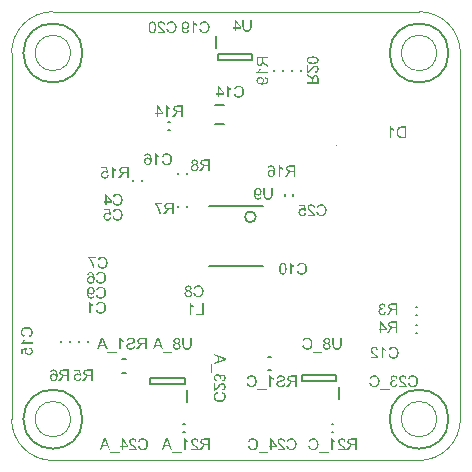
<source format=gbo>
G04 Layer_Color=13948096*
%FSAX44Y44*%
%MOMM*%
G71*
G01*
G75*
%ADD48C,0.1270*%
%ADD49C,0.0508*%
%ADD52C,0.2032*%
%ADD53C,0.2000*%
%ADD54C,0.1524*%
%ADD83C,0.1000*%
G36*
X00224398Y00012330D02*
Y00011230D01*
X00220154D01*
Y00008890D01*
X00218956D01*
Y00011230D01*
X00217631D01*
Y00012330D01*
X00218956D01*
Y00018645D01*
X00219929D01*
X00224398Y00012330D01*
D02*
G37*
G36*
X00204577Y00018786D02*
X00205028Y00018716D01*
X00205423Y00018631D01*
X00205606Y00018575D01*
X00205776Y00018518D01*
X00205931Y00018462D01*
X00206072Y00018405D01*
X00206184Y00018363D01*
X00206297Y00018321D01*
X00206368Y00018279D01*
X00206424Y00018250D01*
X00206466Y00018236D01*
X00206480Y00018222D01*
X00206861Y00017983D01*
X00207185Y00017701D01*
X00207467Y00017419D01*
X00207707Y00017137D01*
X00207890Y00016883D01*
X00207961Y00016770D01*
X00208017Y00016672D01*
X00208073Y00016601D01*
X00208102Y00016545D01*
X00208116Y00016502D01*
X00208130Y00016488D01*
X00208327Y00016051D01*
X00208468Y00015600D01*
X00208567Y00015149D01*
X00208637Y00014740D01*
X00208665Y00014557D01*
X00208680Y00014374D01*
X00208694Y00014233D01*
Y00014092D01*
X00208708Y00013993D01*
Y00013908D01*
Y00013852D01*
Y00013838D01*
X00208680Y00013331D01*
X00208623Y00012837D01*
X00208553Y00012400D01*
X00208496Y00012189D01*
X00208454Y00012005D01*
X00208412Y00011836D01*
X00208355Y00011681D01*
X00208313Y00011540D01*
X00208285Y00011428D01*
X00208242Y00011343D01*
X00208228Y00011272D01*
X00208200Y00011230D01*
Y00011216D01*
X00207989Y00010793D01*
X00207749Y00010412D01*
X00207495Y00010088D01*
X00207369Y00009961D01*
X00207256Y00009834D01*
X00207143Y00009722D01*
X00207030Y00009623D01*
X00206931Y00009538D01*
X00206847Y00009482D01*
X00206791Y00009426D01*
X00206734Y00009383D01*
X00206706Y00009369D01*
X00206692Y00009355D01*
X00206495Y00009242D01*
X00206297Y00009144D01*
X00205874Y00008989D01*
X00205451Y00008876D01*
X00205042Y00008805D01*
X00204845Y00008777D01*
X00204676Y00008749D01*
X00204521Y00008735D01*
X00204394D01*
X00204281Y00008721D01*
X00204126D01*
X00203844Y00008735D01*
X00203576Y00008763D01*
X00203323Y00008791D01*
X00203083Y00008848D01*
X00202857Y00008918D01*
X00202646Y00008989D01*
X00202449Y00009059D01*
X00202265Y00009144D01*
X00202110Y00009214D01*
X00201955Y00009285D01*
X00201842Y00009355D01*
X00201730Y00009426D01*
X00201659Y00009482D01*
X00201589Y00009510D01*
X00201561Y00009538D01*
X00201546Y00009553D01*
X00201349Y00009722D01*
X00201180Y00009891D01*
X00201025Y00010088D01*
X00200870Y00010286D01*
X00200616Y00010680D01*
X00200419Y00011075D01*
X00200334Y00011258D01*
X00200264Y00011428D01*
X00200207Y00011582D01*
X00200165Y00011709D01*
X00200123Y00011822D01*
X00200095Y00011907D01*
X00200080Y00011963D01*
Y00011977D01*
X00201377Y00012301D01*
X00201434Y00012076D01*
X00201504Y00011865D01*
X00201575Y00011667D01*
X00201645Y00011484D01*
X00201730Y00011315D01*
X00201814Y00011174D01*
X00201913Y00011033D01*
X00201998Y00010906D01*
X00202068Y00010793D01*
X00202153Y00010709D01*
X00202223Y00010624D01*
X00202279Y00010553D01*
X00202336Y00010511D01*
X00202378Y00010469D01*
X00202392Y00010455D01*
X00202406Y00010441D01*
X00202547Y00010328D01*
X00202702Y00010243D01*
X00203013Y00010088D01*
X00203309Y00009976D01*
X00203605Y00009905D01*
X00203858Y00009849D01*
X00203957Y00009834D01*
X00204056D01*
X00204140Y00009820D01*
X00204239D01*
X00204563Y00009834D01*
X00204873Y00009891D01*
X00205155Y00009961D01*
X00205409Y00010046D01*
X00205606Y00010130D01*
X00205691Y00010173D01*
X00205762Y00010201D01*
X00205818Y00010229D01*
X00205860Y00010257D01*
X00205888Y00010272D01*
X00205902D01*
X00206170Y00010469D01*
X00206396Y00010680D01*
X00206593Y00010920D01*
X00206748Y00011145D01*
X00206875Y00011343D01*
X00206960Y00011512D01*
X00206988Y00011582D01*
X00207016Y00011625D01*
X00207030Y00011653D01*
Y00011667D01*
X00207143Y00012034D01*
X00207228Y00012400D01*
X00207298Y00012767D01*
X00207340Y00013105D01*
X00207354Y00013260D01*
X00207369Y00013401D01*
Y00013528D01*
X00207383Y00013627D01*
Y00013711D01*
Y00013782D01*
Y00013824D01*
Y00013838D01*
X00207369Y00014205D01*
X00207340Y00014543D01*
X00207284Y00014853D01*
X00207228Y00015135D01*
X00207185Y00015375D01*
X00207157Y00015473D01*
X00207129Y00015558D01*
X00207115Y00015628D01*
X00207101Y00015671D01*
X00207087Y00015699D01*
Y00015713D01*
X00206946Y00016037D01*
X00206791Y00016333D01*
X00206621Y00016573D01*
X00206438Y00016784D01*
X00206283Y00016954D01*
X00206156Y00017066D01*
X00206057Y00017137D01*
X00206043Y00017165D01*
X00206029D01*
X00205733Y00017348D01*
X00205409Y00017489D01*
X00205099Y00017588D01*
X00204803Y00017644D01*
X00204535Y00017687D01*
X00204422Y00017701D01*
X00204324D01*
X00204253Y00017715D01*
X00204140D01*
X00203788Y00017701D01*
X00203464Y00017644D01*
X00203196Y00017560D01*
X00202956Y00017475D01*
X00202773Y00017376D01*
X00202632Y00017306D01*
X00202547Y00017249D01*
X00202519Y00017221D01*
X00202294Y00017010D01*
X00202082Y00016770D01*
X00201913Y00016516D01*
X00201772Y00016263D01*
X00201659Y00016037D01*
X00201617Y00015924D01*
X00201589Y00015840D01*
X00201561Y00015769D01*
X00201532Y00015713D01*
X00201518Y00015685D01*
Y00015671D01*
X00200250Y00015967D01*
X00200334Y00016220D01*
X00200419Y00016446D01*
X00200532Y00016657D01*
X00200630Y00016869D01*
X00200743Y00017052D01*
X00200870Y00017221D01*
X00200983Y00017391D01*
X00201095Y00017531D01*
X00201208Y00017644D01*
X00201307Y00017757D01*
X00201406Y00017856D01*
X00201476Y00017926D01*
X00201546Y00017997D01*
X00201603Y00018039D01*
X00201631Y00018053D01*
X00201645Y00018067D01*
X00201842Y00018194D01*
X00202040Y00018321D01*
X00202237Y00018420D01*
X00202449Y00018504D01*
X00202872Y00018631D01*
X00203252Y00018716D01*
X00203435Y00018758D01*
X00203591Y00018772D01*
X00203746Y00018786D01*
X00203873Y00018800D01*
X00203971Y00018814D01*
X00204112D01*
X00204577Y00018786D01*
D02*
G37*
G36*
X00181205Y00086563D02*
Y00085153D01*
X00171450Y00081432D01*
Y00082799D01*
X00174410Y00083856D01*
Y00087944D01*
X00171450Y00089086D01*
Y00090552D01*
X00181205Y00086563D01*
D02*
G37*
G36*
X00217180Y00006183D02*
X00209243D01*
Y00007043D01*
X00217180D01*
Y00006183D01*
D02*
G37*
G36*
X00237170Y00018786D02*
X00237621Y00018716D01*
X00238015Y00018631D01*
X00238199Y00018575D01*
X00238368Y00018518D01*
X00238523Y00018462D01*
X00238664Y00018405D01*
X00238777Y00018363D01*
X00238889Y00018321D01*
X00238960Y00018279D01*
X00239016Y00018250D01*
X00239059Y00018236D01*
X00239073Y00018222D01*
X00239453Y00017983D01*
X00239778Y00017701D01*
X00240060Y00017419D01*
X00240299Y00017137D01*
X00240482Y00016883D01*
X00240553Y00016770D01*
X00240609Y00016672D01*
X00240666Y00016601D01*
X00240694Y00016545D01*
X00240708Y00016502D01*
X00240722Y00016488D01*
X00240919Y00016051D01*
X00241060Y00015600D01*
X00241159Y00015149D01*
X00241229Y00014740D01*
X00241258Y00014557D01*
X00241272Y00014374D01*
X00241286Y00014233D01*
Y00014092D01*
X00241300Y00013993D01*
Y00013908D01*
Y00013852D01*
Y00013838D01*
X00241272Y00013331D01*
X00241215Y00012837D01*
X00241145Y00012400D01*
X00241089Y00012189D01*
X00241046Y00012005D01*
X00241004Y00011836D01*
X00240948Y00011681D01*
X00240905Y00011540D01*
X00240877Y00011428D01*
X00240835Y00011343D01*
X00240821Y00011272D01*
X00240793Y00011230D01*
Y00011216D01*
X00240581Y00010793D01*
X00240341Y00010412D01*
X00240088Y00010088D01*
X00239961Y00009961D01*
X00239848Y00009834D01*
X00239735Y00009722D01*
X00239622Y00009623D01*
X00239524Y00009538D01*
X00239439Y00009482D01*
X00239383Y00009426D01*
X00239326Y00009383D01*
X00239298Y00009369D01*
X00239284Y00009355D01*
X00239087Y00009242D01*
X00238889Y00009144D01*
X00238466Y00008989D01*
X00238044Y00008876D01*
X00237635Y00008805D01*
X00237437Y00008777D01*
X00237268Y00008749D01*
X00237113Y00008735D01*
X00236986D01*
X00236873Y00008721D01*
X00236719D01*
X00236437Y00008735D01*
X00236169Y00008763D01*
X00235915Y00008791D01*
X00235675Y00008848D01*
X00235450Y00008918D01*
X00235238Y00008989D01*
X00235041Y00009059D01*
X00234858Y00009144D01*
X00234703Y00009214D01*
X00234548Y00009285D01*
X00234435Y00009355D01*
X00234322Y00009426D01*
X00234251Y00009482D01*
X00234181Y00009510D01*
X00234153Y00009538D01*
X00234139Y00009553D01*
X00233941Y00009722D01*
X00233772Y00009891D01*
X00233617Y00010088D01*
X00233462Y00010286D01*
X00233208Y00010680D01*
X00233011Y00011075D01*
X00232926Y00011258D01*
X00232856Y00011428D01*
X00232799Y00011582D01*
X00232757Y00011709D01*
X00232715Y00011822D01*
X00232687Y00011907D01*
X00232673Y00011963D01*
Y00011977D01*
X00233970Y00012301D01*
X00234026Y00012076D01*
X00234096Y00011865D01*
X00234167Y00011667D01*
X00234237Y00011484D01*
X00234322Y00011315D01*
X00234407Y00011174D01*
X00234505Y00011033D01*
X00234590Y00010906D01*
X00234660Y00010793D01*
X00234745Y00010709D01*
X00234815Y00010624D01*
X00234872Y00010553D01*
X00234928Y00010511D01*
X00234970Y00010469D01*
X00234984Y00010455D01*
X00234999Y00010441D01*
X00235140Y00010328D01*
X00235295Y00010243D01*
X00235605Y00010088D01*
X00235901Y00009976D01*
X00236197Y00009905D01*
X00236451Y00009849D01*
X00236549Y00009834D01*
X00236648D01*
X00236733Y00009820D01*
X00236831D01*
X00237155Y00009834D01*
X00237466Y00009891D01*
X00237748Y00009961D01*
X00238001Y00010046D01*
X00238199Y00010130D01*
X00238283Y00010173D01*
X00238354Y00010201D01*
X00238410Y00010229D01*
X00238452Y00010257D01*
X00238481Y00010272D01*
X00238495D01*
X00238762Y00010469D01*
X00238988Y00010680D01*
X00239185Y00010920D01*
X00239340Y00011145D01*
X00239467Y00011343D01*
X00239552Y00011512D01*
X00239580Y00011582D01*
X00239608Y00011625D01*
X00239622Y00011653D01*
Y00011667D01*
X00239735Y00012034D01*
X00239820Y00012400D01*
X00239890Y00012767D01*
X00239933Y00013105D01*
X00239947Y00013260D01*
X00239961Y00013401D01*
Y00013528D01*
X00239975Y00013627D01*
Y00013711D01*
Y00013782D01*
Y00013824D01*
Y00013838D01*
X00239961Y00014205D01*
X00239933Y00014543D01*
X00239876Y00014853D01*
X00239820Y00015135D01*
X00239778Y00015375D01*
X00239749Y00015473D01*
X00239721Y00015558D01*
X00239707Y00015628D01*
X00239693Y00015671D01*
X00239679Y00015699D01*
Y00015713D01*
X00239538Y00016037D01*
X00239383Y00016333D01*
X00239214Y00016573D01*
X00239030Y00016784D01*
X00238875Y00016954D01*
X00238748Y00017066D01*
X00238650Y00017137D01*
X00238636Y00017165D01*
X00238622D01*
X00238326Y00017348D01*
X00238001Y00017489D01*
X00237691Y00017588D01*
X00237395Y00017644D01*
X00237127Y00017687D01*
X00237015Y00017701D01*
X00236916D01*
X00236845Y00017715D01*
X00236733D01*
X00236380Y00017701D01*
X00236056Y00017644D01*
X00235788Y00017560D01*
X00235548Y00017475D01*
X00235365Y00017376D01*
X00235224Y00017306D01*
X00235140Y00017249D01*
X00235111Y00017221D01*
X00234886Y00017010D01*
X00234674Y00016770D01*
X00234505Y00016516D01*
X00234364Y00016263D01*
X00234251Y00016037D01*
X00234209Y00015924D01*
X00234181Y00015840D01*
X00234153Y00015769D01*
X00234125Y00015713D01*
X00234111Y00015685D01*
Y00015671D01*
X00232842Y00015967D01*
X00232926Y00016220D01*
X00233011Y00016446D01*
X00233124Y00016657D01*
X00233222Y00016869D01*
X00233335Y00017052D01*
X00233462Y00017221D01*
X00233575Y00017391D01*
X00233688Y00017531D01*
X00233800Y00017644D01*
X00233899Y00017757D01*
X00233998Y00017856D01*
X00234068Y00017926D01*
X00234139Y00017997D01*
X00234195Y00018039D01*
X00234223Y00018053D01*
X00234237Y00018067D01*
X00234435Y00018194D01*
X00234632Y00018321D01*
X00234830Y00018420D01*
X00235041Y00018504D01*
X00235464Y00018631D01*
X00235844Y00018716D01*
X00236028Y00018758D01*
X00236183Y00018772D01*
X00236338Y00018786D01*
X00236465Y00018800D01*
X00236563Y00018814D01*
X00236704D01*
X00237170Y00018786D01*
D02*
G37*
G36*
X00083668Y00008890D02*
X00082301D01*
X00081244Y00011850D01*
X00077156D01*
X00076014Y00008890D01*
X00074548D01*
X00078537Y00018645D01*
X00079947D01*
X00083668Y00008890D01*
D02*
G37*
G36*
X00098668Y00012330D02*
Y00011230D01*
X00094424D01*
Y00008890D01*
X00093226D01*
Y00011230D01*
X00091901D01*
Y00012330D01*
X00093226D01*
Y00018645D01*
X00094199D01*
X00098668Y00012330D01*
D02*
G37*
G36*
X00228599Y00018673D02*
X00228838Y00018659D01*
X00229064Y00018617D01*
X00229275Y00018575D01*
X00229473Y00018518D01*
X00229656Y00018462D01*
X00229825Y00018391D01*
X00229980Y00018321D01*
X00230121Y00018250D01*
X00230234Y00018180D01*
X00230333Y00018124D01*
X00230417Y00018067D01*
X00230488Y00018025D01*
X00230530Y00017983D01*
X00230558Y00017968D01*
X00230572Y00017954D01*
X00230713Y00017813D01*
X00230840Y00017658D01*
X00230967Y00017489D01*
X00231066Y00017320D01*
X00231235Y00016982D01*
X00231348Y00016643D01*
X00231390Y00016488D01*
X00231432Y00016333D01*
X00231460Y00016206D01*
X00231488Y00016094D01*
X00231503Y00015995D01*
Y00015924D01*
X00231517Y00015882D01*
Y00015868D01*
X00230290Y00015741D01*
X00230262Y00016065D01*
X00230206Y00016347D01*
X00230121Y00016601D01*
X00230022Y00016798D01*
X00229938Y00016968D01*
X00229853Y00017080D01*
X00229797Y00017151D01*
X00229769Y00017179D01*
X00229557Y00017348D01*
X00229332Y00017475D01*
X00229092Y00017574D01*
X00228881Y00017630D01*
X00228683Y00017672D01*
X00228514Y00017687D01*
X00228458Y00017701D01*
X00228373D01*
X00228077Y00017687D01*
X00227809Y00017630D01*
X00227584Y00017546D01*
X00227386Y00017461D01*
X00227231Y00017362D01*
X00227132Y00017292D01*
X00227062Y00017235D01*
X00227034Y00017207D01*
X00226865Y00017010D01*
X00226738Y00016812D01*
X00226639Y00016615D01*
X00226583Y00016418D01*
X00226540Y00016263D01*
X00226526Y00016122D01*
X00226512Y00016037D01*
Y00016023D01*
Y00016009D01*
X00226540Y00015755D01*
X00226597Y00015487D01*
X00226695Y00015248D01*
X00226794Y00015022D01*
X00226907Y00014839D01*
X00227006Y00014684D01*
X00227034Y00014627D01*
X00227062Y00014585D01*
X00227090Y00014571D01*
Y00014557D01*
X00227203Y00014402D01*
X00227344Y00014247D01*
X00227499Y00014078D01*
X00227668Y00013908D01*
X00228021Y00013570D01*
X00228373Y00013232D01*
X00228556Y00013077D01*
X00228711Y00012936D01*
X00228866Y00012809D01*
X00228993Y00012696D01*
X00229092Y00012612D01*
X00229177Y00012541D01*
X00229233Y00012499D01*
X00229247Y00012485D01*
X00229599Y00012189D01*
X00229924Y00011907D01*
X00230192Y00011653D01*
X00230403Y00011442D01*
X00230586Y00011258D01*
X00230713Y00011131D01*
X00230784Y00011047D01*
X00230812Y00011033D01*
Y00011019D01*
X00231009Y00010779D01*
X00231164Y00010553D01*
X00231305Y00010328D01*
X00231418Y00010130D01*
X00231503Y00009961D01*
X00231559Y00009834D01*
X00231587Y00009750D01*
X00231601Y00009736D01*
Y00009722D01*
X00231658Y00009567D01*
X00231686Y00009426D01*
X00231714Y00009285D01*
X00231728Y00009158D01*
X00231742Y00009045D01*
Y00008960D01*
Y00008904D01*
Y00008890D01*
X00225272D01*
Y00010046D01*
X00230079D01*
X00229910Y00010286D01*
X00229825Y00010384D01*
X00229755Y00010483D01*
X00229684Y00010568D01*
X00229628Y00010624D01*
X00229585Y00010666D01*
X00229571Y00010680D01*
X00229501Y00010751D01*
X00229416Y00010821D01*
X00229219Y00011005D01*
X00228993Y00011216D01*
X00228754Y00011428D01*
X00228528Y00011611D01*
X00228429Y00011695D01*
X00228345Y00011780D01*
X00228274Y00011836D01*
X00228218Y00011879D01*
X00228190Y00011907D01*
X00228176Y00011921D01*
X00227950Y00012118D01*
X00227725Y00012301D01*
X00227527Y00012485D01*
X00227344Y00012640D01*
X00227175Y00012795D01*
X00227034Y00012936D01*
X00226893Y00013063D01*
X00226780Y00013175D01*
X00226667Y00013288D01*
X00226583Y00013373D01*
X00226512Y00013443D01*
X00226442Y00013514D01*
X00226371Y00013598D01*
X00226343Y00013627D01*
X00226146Y00013866D01*
X00225977Y00014078D01*
X00225836Y00014289D01*
X00225723Y00014458D01*
X00225638Y00014613D01*
X00225582Y00014726D01*
X00225554Y00014797D01*
X00225540Y00014825D01*
X00225455Y00015036D01*
X00225399Y00015248D01*
X00225342Y00015445D01*
X00225314Y00015614D01*
X00225300Y00015769D01*
X00225286Y00015882D01*
Y00015953D01*
Y00015981D01*
X00225300Y00016192D01*
X00225328Y00016390D01*
X00225356Y00016587D01*
X00225413Y00016756D01*
X00225554Y00017095D01*
X00225695Y00017362D01*
X00225779Y00017489D01*
X00225850Y00017588D01*
X00225920Y00017687D01*
X00225991Y00017757D01*
X00226047Y00017813D01*
X00226075Y00017870D01*
X00226103Y00017884D01*
X00226117Y00017898D01*
X00226273Y00018039D01*
X00226442Y00018166D01*
X00226625Y00018264D01*
X00226808Y00018349D01*
X00227175Y00018490D01*
X00227541Y00018589D01*
X00227696Y00018617D01*
X00227852Y00018645D01*
X00227992Y00018659D01*
X00228105Y00018673D01*
X00228204Y00018687D01*
X00228345D01*
X00228599Y00018673D01*
D02*
G37*
G36*
X00091450Y00006183D02*
X00083513D01*
Y00007043D01*
X00091450D01*
Y00006183D01*
D02*
G37*
G36*
X00340040Y00072126D02*
X00340491Y00072056D01*
X00340885Y00071971D01*
X00341069Y00071915D01*
X00341238Y00071858D01*
X00341393Y00071802D01*
X00341534Y00071746D01*
X00341647Y00071703D01*
X00341759Y00071661D01*
X00341830Y00071619D01*
X00341886Y00071590D01*
X00341929Y00071576D01*
X00341943Y00071562D01*
X00342323Y00071323D01*
X00342648Y00071041D01*
X00342929Y00070759D01*
X00343169Y00070477D01*
X00343352Y00070223D01*
X00343423Y00070110D01*
X00343479Y00070012D01*
X00343536Y00069941D01*
X00343564Y00069885D01*
X00343578Y00069842D01*
X00343592Y00069828D01*
X00343789Y00069391D01*
X00343930Y00068940D01*
X00344029Y00068489D01*
X00344100Y00068080D01*
X00344128Y00067897D01*
X00344142Y00067714D01*
X00344156Y00067573D01*
Y00067432D01*
X00344170Y00067333D01*
Y00067249D01*
Y00067192D01*
Y00067178D01*
X00344142Y00066671D01*
X00344085Y00066177D01*
X00344015Y00065740D01*
X00343959Y00065529D01*
X00343916Y00065345D01*
X00343874Y00065176D01*
X00343818Y00065021D01*
X00343775Y00064880D01*
X00343747Y00064767D01*
X00343705Y00064683D01*
X00343691Y00064612D01*
X00343662Y00064570D01*
Y00064556D01*
X00343451Y00064133D01*
X00343211Y00063752D01*
X00342958Y00063428D01*
X00342831Y00063301D01*
X00342718Y00063175D01*
X00342605Y00063062D01*
X00342492Y00062963D01*
X00342394Y00062878D01*
X00342309Y00062822D01*
X00342253Y00062766D01*
X00342196Y00062723D01*
X00342168Y00062709D01*
X00342154Y00062695D01*
X00341957Y00062582D01*
X00341759Y00062484D01*
X00341337Y00062329D01*
X00340914Y00062216D01*
X00340505Y00062145D01*
X00340307Y00062117D01*
X00340138Y00062089D01*
X00339983Y00062075D01*
X00339856D01*
X00339743Y00062061D01*
X00339589D01*
X00339306Y00062075D01*
X00339039Y00062103D01*
X00338785Y00062131D01*
X00338545Y00062188D01*
X00338320Y00062258D01*
X00338108Y00062329D01*
X00337911Y00062399D01*
X00337728Y00062484D01*
X00337573Y00062554D01*
X00337417Y00062625D01*
X00337305Y00062695D01*
X00337192Y00062766D01*
X00337122Y00062822D01*
X00337051Y00062850D01*
X00337023Y00062878D01*
X00337009Y00062893D01*
X00336811Y00063062D01*
X00336642Y00063231D01*
X00336487Y00063428D01*
X00336332Y00063626D01*
X00336078Y00064020D01*
X00335881Y00064415D01*
X00335796Y00064598D01*
X00335726Y00064767D01*
X00335670Y00064922D01*
X00335627Y00065049D01*
X00335585Y00065162D01*
X00335557Y00065247D01*
X00335543Y00065303D01*
Y00065317D01*
X00336840Y00065641D01*
X00336896Y00065416D01*
X00336966Y00065205D01*
X00337037Y00065007D01*
X00337107Y00064824D01*
X00337192Y00064655D01*
X00337277Y00064514D01*
X00337375Y00064373D01*
X00337460Y00064246D01*
X00337530Y00064133D01*
X00337615Y00064049D01*
X00337685Y00063964D01*
X00337742Y00063893D01*
X00337798Y00063851D01*
X00337840Y00063809D01*
X00337854Y00063795D01*
X00337869Y00063781D01*
X00338010Y00063668D01*
X00338165Y00063583D01*
X00338475Y00063428D01*
X00338771Y00063316D01*
X00339067Y00063245D01*
X00339321Y00063189D01*
X00339419Y00063175D01*
X00339518D01*
X00339603Y00063160D01*
X00339701D01*
X00340025Y00063175D01*
X00340336Y00063231D01*
X00340618Y00063301D01*
X00340871Y00063386D01*
X00341069Y00063471D01*
X00341153Y00063513D01*
X00341224Y00063541D01*
X00341280Y00063569D01*
X00341322Y00063597D01*
X00341351Y00063611D01*
X00341365D01*
X00341632Y00063809D01*
X00341858Y00064020D01*
X00342056Y00064260D01*
X00342211Y00064486D01*
X00342337Y00064683D01*
X00342422Y00064852D01*
X00342450Y00064922D01*
X00342478Y00064965D01*
X00342492Y00064993D01*
Y00065007D01*
X00342605Y00065374D01*
X00342690Y00065740D01*
X00342760Y00066107D01*
X00342803Y00066445D01*
X00342817Y00066600D01*
X00342831Y00066741D01*
Y00066868D01*
X00342845Y00066967D01*
Y00067051D01*
Y00067122D01*
Y00067164D01*
Y00067178D01*
X00342831Y00067545D01*
X00342803Y00067883D01*
X00342746Y00068193D01*
X00342690Y00068475D01*
X00342648Y00068715D01*
X00342619Y00068813D01*
X00342591Y00068898D01*
X00342577Y00068968D01*
X00342563Y00069011D01*
X00342549Y00069039D01*
Y00069053D01*
X00342408Y00069377D01*
X00342253Y00069673D01*
X00342084Y00069913D01*
X00341900Y00070124D01*
X00341745Y00070293D01*
X00341618Y00070406D01*
X00341520Y00070477D01*
X00341506Y00070505D01*
X00341492D01*
X00341195Y00070688D01*
X00340871Y00070829D01*
X00340561Y00070928D01*
X00340265Y00070984D01*
X00339997Y00071027D01*
X00339884Y00071041D01*
X00339786D01*
X00339715Y00071055D01*
X00339603D01*
X00339250Y00071041D01*
X00338926Y00070984D01*
X00338658Y00070900D01*
X00338418Y00070815D01*
X00338235Y00070716D01*
X00338094Y00070646D01*
X00338010Y00070589D01*
X00337981Y00070561D01*
X00337756Y00070350D01*
X00337544Y00070110D01*
X00337375Y00069857D01*
X00337234Y00069603D01*
X00337122Y00069377D01*
X00337079Y00069264D01*
X00337051Y00069180D01*
X00337023Y00069109D01*
X00336995Y00069053D01*
X00336981Y00069025D01*
Y00069011D01*
X00335712Y00069307D01*
X00335796Y00069560D01*
X00335881Y00069786D01*
X00335994Y00069997D01*
X00336092Y00070209D01*
X00336205Y00070392D01*
X00336332Y00070561D01*
X00336445Y00070731D01*
X00336558Y00070872D01*
X00336670Y00070984D01*
X00336769Y00071097D01*
X00336868Y00071196D01*
X00336938Y00071266D01*
X00337009Y00071337D01*
X00337065Y00071379D01*
X00337093Y00071393D01*
X00337107Y00071407D01*
X00337305Y00071534D01*
X00337502Y00071661D01*
X00337700Y00071760D01*
X00337911Y00071844D01*
X00338334Y00071971D01*
X00338714Y00072056D01*
X00338898Y00072098D01*
X00339053Y00072112D01*
X00339208Y00072126D01*
X00339335Y00072140D01*
X00339433Y00072154D01*
X00339574D01*
X00340040Y00072126D01*
D02*
G37*
G36*
X00331469Y00072013D02*
X00331708Y00071999D01*
X00331934Y00071957D01*
X00332145Y00071915D01*
X00332343Y00071858D01*
X00332526Y00071802D01*
X00332695Y00071731D01*
X00332850Y00071661D01*
X00332991Y00071590D01*
X00333104Y00071520D01*
X00333203Y00071463D01*
X00333287Y00071407D01*
X00333358Y00071365D01*
X00333400Y00071323D01*
X00333428Y00071308D01*
X00333442Y00071294D01*
X00333583Y00071153D01*
X00333710Y00070998D01*
X00333837Y00070829D01*
X00333936Y00070660D01*
X00334105Y00070322D01*
X00334217Y00069983D01*
X00334260Y00069828D01*
X00334302Y00069673D01*
X00334330Y00069546D01*
X00334358Y00069434D01*
X00334373Y00069335D01*
Y00069264D01*
X00334387Y00069222D01*
Y00069208D01*
X00333160Y00069081D01*
X00333132Y00069405D01*
X00333076Y00069687D01*
X00332991Y00069941D01*
X00332892Y00070138D01*
X00332808Y00070308D01*
X00332723Y00070420D01*
X00332667Y00070491D01*
X00332639Y00070519D01*
X00332427Y00070688D01*
X00332202Y00070815D01*
X00331962Y00070914D01*
X00331750Y00070970D01*
X00331553Y00071012D01*
X00331384Y00071027D01*
X00331328Y00071041D01*
X00331243D01*
X00330947Y00071027D01*
X00330679Y00070970D01*
X00330454Y00070886D01*
X00330256Y00070801D01*
X00330101Y00070702D01*
X00330003Y00070632D01*
X00329932Y00070575D01*
X00329904Y00070547D01*
X00329735Y00070350D01*
X00329608Y00070153D01*
X00329509Y00069955D01*
X00329453Y00069758D01*
X00329410Y00069603D01*
X00329396Y00069462D01*
X00329382Y00069377D01*
Y00069363D01*
Y00069349D01*
X00329410Y00069095D01*
X00329467Y00068827D01*
X00329566Y00068588D01*
X00329664Y00068362D01*
X00329777Y00068179D01*
X00329876Y00068024D01*
X00329904Y00067968D01*
X00329932Y00067925D01*
X00329960Y00067911D01*
Y00067897D01*
X00330073Y00067742D01*
X00330214Y00067587D01*
X00330369Y00067418D01*
X00330538Y00067249D01*
X00330891Y00066910D01*
X00331243Y00066572D01*
X00331426Y00066417D01*
X00331581Y00066276D01*
X00331736Y00066149D01*
X00331863Y00066036D01*
X00331962Y00065952D01*
X00332047Y00065881D01*
X00332103Y00065839D01*
X00332117Y00065825D01*
X00332469Y00065529D01*
X00332794Y00065247D01*
X00333062Y00064993D01*
X00333273Y00064782D01*
X00333456Y00064598D01*
X00333583Y00064471D01*
X00333654Y00064387D01*
X00333682Y00064373D01*
Y00064359D01*
X00333879Y00064119D01*
X00334034Y00063893D01*
X00334175Y00063668D01*
X00334288Y00063471D01*
X00334373Y00063301D01*
X00334429Y00063175D01*
X00334457Y00063090D01*
X00334471Y00063076D01*
Y00063062D01*
X00334528Y00062907D01*
X00334556Y00062766D01*
X00334584Y00062625D01*
X00334598Y00062498D01*
X00334612Y00062385D01*
Y00062301D01*
Y00062244D01*
Y00062230D01*
X00328142D01*
Y00063386D01*
X00332949D01*
X00332780Y00063626D01*
X00332695Y00063724D01*
X00332625Y00063823D01*
X00332554Y00063907D01*
X00332498Y00063964D01*
X00332455Y00064006D01*
X00332441Y00064020D01*
X00332371Y00064091D01*
X00332286Y00064161D01*
X00332089Y00064345D01*
X00331863Y00064556D01*
X00331624Y00064767D01*
X00331398Y00064951D01*
X00331299Y00065035D01*
X00331215Y00065120D01*
X00331144Y00065176D01*
X00331088Y00065219D01*
X00331060Y00065247D01*
X00331046Y00065261D01*
X00330820Y00065458D01*
X00330595Y00065641D01*
X00330397Y00065825D01*
X00330214Y00065980D01*
X00330045Y00066135D01*
X00329904Y00066276D01*
X00329763Y00066403D01*
X00329650Y00066515D01*
X00329537Y00066628D01*
X00329453Y00066713D01*
X00329382Y00066783D01*
X00329312Y00066854D01*
X00329241Y00066938D01*
X00329213Y00066967D01*
X00329016Y00067206D01*
X00328847Y00067418D01*
X00328706Y00067629D01*
X00328593Y00067798D01*
X00328508Y00067953D01*
X00328452Y00068066D01*
X00328424Y00068137D01*
X00328410Y00068165D01*
X00328325Y00068376D01*
X00328269Y00068588D01*
X00328212Y00068785D01*
X00328184Y00068954D01*
X00328170Y00069109D01*
X00328156Y00069222D01*
Y00069293D01*
Y00069321D01*
X00328170Y00069532D01*
X00328198Y00069730D01*
X00328226Y00069927D01*
X00328283Y00070096D01*
X00328424Y00070434D01*
X00328565Y00070702D01*
X00328649Y00070829D01*
X00328720Y00070928D01*
X00328790Y00071027D01*
X00328861Y00071097D01*
X00328917Y00071153D01*
X00328945Y00071210D01*
X00328973Y00071224D01*
X00328988Y00071238D01*
X00329143Y00071379D01*
X00329312Y00071506D01*
X00329495Y00071604D01*
X00329678Y00071689D01*
X00330045Y00071830D01*
X00330411Y00071929D01*
X00330566Y00071957D01*
X00330722Y00071985D01*
X00330862Y00071999D01*
X00330975Y00072013D01*
X00331074Y00072027D01*
X00331215D01*
X00331469Y00072013D01*
D02*
G37*
G36*
X00320050Y00059523D02*
X00312113D01*
Y00060383D01*
X00320050D01*
Y00059523D01*
D02*
G37*
G36*
X00307447Y00072126D02*
X00307898Y00072056D01*
X00308293Y00071971D01*
X00308476Y00071915D01*
X00308646Y00071858D01*
X00308801Y00071802D01*
X00308942Y00071746D01*
X00309054Y00071703D01*
X00309167Y00071661D01*
X00309238Y00071619D01*
X00309294Y00071590D01*
X00309336Y00071576D01*
X00309350Y00071562D01*
X00309731Y00071323D01*
X00310055Y00071041D01*
X00310337Y00070759D01*
X00310577Y00070477D01*
X00310760Y00070223D01*
X00310831Y00070110D01*
X00310887Y00070012D01*
X00310943Y00069941D01*
X00310972Y00069885D01*
X00310986Y00069842D01*
X00311000Y00069828D01*
X00311197Y00069391D01*
X00311338Y00068940D01*
X00311437Y00068489D01*
X00311507Y00068080D01*
X00311535Y00067897D01*
X00311549Y00067714D01*
X00311564Y00067573D01*
Y00067432D01*
X00311578Y00067333D01*
Y00067249D01*
Y00067192D01*
Y00067178D01*
X00311549Y00066671D01*
X00311493Y00066177D01*
X00311423Y00065740D01*
X00311366Y00065529D01*
X00311324Y00065345D01*
X00311282Y00065176D01*
X00311225Y00065021D01*
X00311183Y00064880D01*
X00311155Y00064767D01*
X00311112Y00064683D01*
X00311098Y00064612D01*
X00311070Y00064570D01*
Y00064556D01*
X00310859Y00064133D01*
X00310619Y00063752D01*
X00310365Y00063428D01*
X00310238Y00063301D01*
X00310126Y00063175D01*
X00310013Y00063062D01*
X00309900Y00062963D01*
X00309802Y00062878D01*
X00309717Y00062822D01*
X00309660Y00062766D01*
X00309604Y00062723D01*
X00309576Y00062709D01*
X00309562Y00062695D01*
X00309364Y00062582D01*
X00309167Y00062484D01*
X00308744Y00062329D01*
X00308321Y00062216D01*
X00307913Y00062145D01*
X00307715Y00062117D01*
X00307546Y00062089D01*
X00307391Y00062075D01*
X00307264D01*
X00307151Y00062061D01*
X00306996D01*
X00306714Y00062075D01*
X00306446Y00062103D01*
X00306193Y00062131D01*
X00305953Y00062188D01*
X00305728Y00062258D01*
X00305516Y00062329D01*
X00305319Y00062399D01*
X00305135Y00062484D01*
X00304980Y00062554D01*
X00304825Y00062625D01*
X00304713Y00062695D01*
X00304600Y00062766D01*
X00304529Y00062822D01*
X00304459Y00062850D01*
X00304431Y00062878D01*
X00304417Y00062893D01*
X00304219Y00063062D01*
X00304050Y00063231D01*
X00303895Y00063428D01*
X00303740Y00063626D01*
X00303486Y00064020D01*
X00303289Y00064415D01*
X00303204Y00064598D01*
X00303134Y00064767D01*
X00303077Y00064922D01*
X00303035Y00065049D01*
X00302993Y00065162D01*
X00302964Y00065247D01*
X00302950Y00065303D01*
Y00065317D01*
X00304247Y00065641D01*
X00304304Y00065416D01*
X00304374Y00065205D01*
X00304445Y00065007D01*
X00304515Y00064824D01*
X00304600Y00064655D01*
X00304684Y00064514D01*
X00304783Y00064373D01*
X00304868Y00064246D01*
X00304938Y00064133D01*
X00305023Y00064049D01*
X00305093Y00063964D01*
X00305149Y00063893D01*
X00305206Y00063851D01*
X00305248Y00063809D01*
X00305262Y00063795D01*
X00305276Y00063781D01*
X00305417Y00063668D01*
X00305572Y00063583D01*
X00305882Y00063428D01*
X00306179Y00063316D01*
X00306475Y00063245D01*
X00306728Y00063189D01*
X00306827Y00063175D01*
X00306926D01*
X00307010Y00063160D01*
X00307109D01*
X00307433Y00063175D01*
X00307743Y00063231D01*
X00308025Y00063301D01*
X00308279Y00063386D01*
X00308476Y00063471D01*
X00308561Y00063513D01*
X00308631Y00063541D01*
X00308688Y00063569D01*
X00308730Y00063597D01*
X00308758Y00063611D01*
X00308772D01*
X00309040Y00063809D01*
X00309266Y00064020D01*
X00309463Y00064260D01*
X00309618Y00064486D01*
X00309745Y00064683D01*
X00309830Y00064852D01*
X00309858Y00064922D01*
X00309886Y00064965D01*
X00309900Y00064993D01*
Y00065007D01*
X00310013Y00065374D01*
X00310098Y00065740D01*
X00310168Y00066107D01*
X00310210Y00066445D01*
X00310224Y00066600D01*
X00310238Y00066741D01*
Y00066868D01*
X00310253Y00066967D01*
Y00067051D01*
Y00067122D01*
Y00067164D01*
Y00067178D01*
X00310238Y00067545D01*
X00310210Y00067883D01*
X00310154Y00068193D01*
X00310098Y00068475D01*
X00310055Y00068715D01*
X00310027Y00068813D01*
X00309999Y00068898D01*
X00309985Y00068968D01*
X00309971Y00069011D01*
X00309957Y00069039D01*
Y00069053D01*
X00309816Y00069377D01*
X00309660Y00069673D01*
X00309491Y00069913D01*
X00309308Y00070124D01*
X00309153Y00070293D01*
X00309026Y00070406D01*
X00308927Y00070477D01*
X00308913Y00070505D01*
X00308899D01*
X00308603Y00070688D01*
X00308279Y00070829D01*
X00307969Y00070928D01*
X00307673Y00070984D01*
X00307405Y00071027D01*
X00307292Y00071041D01*
X00307194D01*
X00307123Y00071055D01*
X00307010D01*
X00306658Y00071041D01*
X00306334Y00070984D01*
X00306066Y00070900D01*
X00305826Y00070815D01*
X00305643Y00070716D01*
X00305502Y00070646D01*
X00305417Y00070589D01*
X00305389Y00070561D01*
X00305164Y00070350D01*
X00304952Y00070110D01*
X00304783Y00069857D01*
X00304642Y00069603D01*
X00304529Y00069377D01*
X00304487Y00069264D01*
X00304459Y00069180D01*
X00304431Y00069109D01*
X00304402Y00069053D01*
X00304388Y00069025D01*
Y00069011D01*
X00303120Y00069307D01*
X00303204Y00069560D01*
X00303289Y00069786D01*
X00303402Y00069997D01*
X00303500Y00070209D01*
X00303613Y00070392D01*
X00303740Y00070561D01*
X00303853Y00070731D01*
X00303965Y00070872D01*
X00304078Y00070984D01*
X00304177Y00071097D01*
X00304275Y00071196D01*
X00304346Y00071266D01*
X00304417Y00071337D01*
X00304473Y00071379D01*
X00304501Y00071393D01*
X00304515Y00071407D01*
X00304713Y00071534D01*
X00304910Y00071661D01*
X00305107Y00071760D01*
X00305319Y00071844D01*
X00305742Y00071971D01*
X00306122Y00072056D01*
X00306306Y00072098D01*
X00306460Y00072112D01*
X00306616Y00072126D01*
X00306742Y00072140D01*
X00306841Y00072154D01*
X00306982D01*
X00307447Y00072126D01*
D02*
G37*
G36*
X00324209Y00071999D02*
X00324589Y00071929D01*
X00324913Y00071816D01*
X00325195Y00071703D01*
X00325322Y00071633D01*
X00325421Y00071576D01*
X00325520Y00071520D01*
X00325590Y00071463D01*
X00325647Y00071421D01*
X00325689Y00071393D01*
X00325717Y00071379D01*
X00325731Y00071365D01*
X00325999Y00071097D01*
X00326210Y00070801D01*
X00326380Y00070491D01*
X00326521Y00070181D01*
X00326605Y00069913D01*
X00326647Y00069800D01*
X00326676Y00069701D01*
X00326690Y00069617D01*
X00326704Y00069560D01*
X00326718Y00069518D01*
Y00069504D01*
X00325520Y00069293D01*
X00325463Y00069603D01*
X00325379Y00069871D01*
X00325280Y00070096D01*
X00325181Y00070279D01*
X00325083Y00070420D01*
X00324998Y00070519D01*
X00324942Y00070589D01*
X00324928Y00070604D01*
X00324744Y00070745D01*
X00324547Y00070857D01*
X00324364Y00070928D01*
X00324180Y00070984D01*
X00324011Y00071012D01*
X00323884Y00071041D01*
X00323772D01*
X00323518Y00071027D01*
X00323292Y00070970D01*
X00323095Y00070900D01*
X00322926Y00070829D01*
X00322799Y00070745D01*
X00322700Y00070674D01*
X00322630Y00070618D01*
X00322616Y00070604D01*
X00322461Y00070434D01*
X00322348Y00070251D01*
X00322277Y00070068D01*
X00322221Y00069899D01*
X00322193Y00069744D01*
X00322165Y00069631D01*
Y00069546D01*
Y00069532D01*
Y00069518D01*
Y00069363D01*
X00322193Y00069222D01*
X00322263Y00068983D01*
X00322362Y00068771D01*
X00322475Y00068588D01*
X00322588Y00068461D01*
X00322686Y00068362D01*
X00322757Y00068306D01*
X00322771Y00068292D01*
X00322785D01*
X00323024Y00068165D01*
X00323250Y00068066D01*
X00323490Y00067996D01*
X00323701Y00067953D01*
X00323884Y00067925D01*
X00324039Y00067897D01*
X00324223D01*
X00324279Y00067911D01*
X00324350D01*
X00324491Y00066854D01*
X00324307Y00066896D01*
X00324138Y00066924D01*
X00323997Y00066953D01*
X00323870Y00066967D01*
X00323772Y00066981D01*
X00323645D01*
X00323349Y00066953D01*
X00323081Y00066896D01*
X00322841Y00066811D01*
X00322644Y00066713D01*
X00322489Y00066614D01*
X00322376Y00066530D01*
X00322306Y00066473D01*
X00322277Y00066445D01*
X00322094Y00066234D01*
X00321953Y00066008D01*
X00321854Y00065782D01*
X00321798Y00065557D01*
X00321756Y00065374D01*
X00321742Y00065219D01*
X00321728Y00065162D01*
Y00065120D01*
Y00065092D01*
Y00065078D01*
X00321756Y00064767D01*
X00321826Y00064486D01*
X00321911Y00064246D01*
X00322024Y00064034D01*
X00322136Y00063865D01*
X00322221Y00063738D01*
X00322291Y00063654D01*
X00322320Y00063626D01*
X00322545Y00063428D01*
X00322785Y00063287D01*
X00323024Y00063189D01*
X00323250Y00063118D01*
X00323447Y00063076D01*
X00323602Y00063062D01*
X00323659Y00063048D01*
X00323743D01*
X00323997Y00063062D01*
X00324237Y00063118D01*
X00324448Y00063189D01*
X00324618Y00063273D01*
X00324758Y00063344D01*
X00324871Y00063414D01*
X00324928Y00063471D01*
X00324956Y00063485D01*
X00325125Y00063682D01*
X00325266Y00063907D01*
X00325393Y00064147D01*
X00325491Y00064401D01*
X00325562Y00064612D01*
X00325590Y00064711D01*
X00325604Y00064796D01*
X00325618Y00064866D01*
X00325632Y00064922D01*
X00325647Y00064951D01*
Y00064965D01*
X00326845Y00064810D01*
X00326817Y00064584D01*
X00326774Y00064373D01*
X00326647Y00063978D01*
X00326492Y00063640D01*
X00326408Y00063499D01*
X00326323Y00063358D01*
X00326239Y00063231D01*
X00326154Y00063132D01*
X00326083Y00063033D01*
X00326013Y00062963D01*
X00325971Y00062907D01*
X00325928Y00062864D01*
X00325900Y00062836D01*
X00325886Y00062822D01*
X00325717Y00062695D01*
X00325548Y00062568D01*
X00325379Y00062470D01*
X00325195Y00062385D01*
X00324843Y00062244D01*
X00324505Y00062160D01*
X00324350Y00062131D01*
X00324209Y00062103D01*
X00324082Y00062089D01*
X00323969Y00062075D01*
X00323884Y00062061D01*
X00323758D01*
X00323490Y00062075D01*
X00323250Y00062103D01*
X00323010Y00062145D01*
X00322785Y00062202D01*
X00322573Y00062272D01*
X00322390Y00062343D01*
X00322207Y00062427D01*
X00322052Y00062512D01*
X00321897Y00062582D01*
X00321770Y00062667D01*
X00321657Y00062737D01*
X00321572Y00062808D01*
X00321502Y00062864D01*
X00321446Y00062907D01*
X00321417Y00062935D01*
X00321403Y00062949D01*
X00321234Y00063118D01*
X00321093Y00063301D01*
X00320966Y00063485D01*
X00320854Y00063668D01*
X00320769Y00063837D01*
X00320684Y00064020D01*
X00320572Y00064359D01*
X00320543Y00064514D01*
X00320515Y00064655D01*
X00320487Y00064782D01*
X00320473Y00064894D01*
X00320459Y00064979D01*
Y00065049D01*
Y00065092D01*
Y00065106D01*
X00320473Y00065444D01*
X00320529Y00065754D01*
X00320614Y00066022D01*
X00320699Y00066248D01*
X00320783Y00066431D01*
X00320868Y00066572D01*
X00320924Y00066656D01*
X00320938Y00066685D01*
X00321135Y00066896D01*
X00321347Y00067079D01*
X00321572Y00067220D01*
X00321798Y00067333D01*
X00321995Y00067418D01*
X00322150Y00067474D01*
X00322207Y00067488D01*
X00322249Y00067502D01*
X00322277Y00067516D01*
X00322291D01*
X00322052Y00067643D01*
X00321854Y00067770D01*
X00321685Y00067911D01*
X00321544Y00068038D01*
X00321432Y00068151D01*
X00321347Y00068249D01*
X00321305Y00068306D01*
X00321291Y00068334D01*
X00321178Y00068531D01*
X00321093Y00068729D01*
X00321023Y00068926D01*
X00320980Y00069109D01*
X00320952Y00069264D01*
X00320938Y00069377D01*
Y00069462D01*
Y00069490D01*
X00320952Y00069730D01*
X00320994Y00069969D01*
X00321051Y00070181D01*
X00321121Y00070364D01*
X00321192Y00070519D01*
X00321248Y00070646D01*
X00321291Y00070716D01*
X00321305Y00070745D01*
X00321446Y00070956D01*
X00321615Y00071139D01*
X00321784Y00071294D01*
X00321953Y00071435D01*
X00322094Y00071534D01*
X00322221Y00071619D01*
X00322306Y00071661D01*
X00322320Y00071675D01*
X00322334D01*
X00322588Y00071788D01*
X00322841Y00071872D01*
X00323095Y00071943D01*
X00323321Y00071985D01*
X00323504Y00072013D01*
X00323659Y00072027D01*
X00324011D01*
X00324209Y00071999D01*
D02*
G37*
G36*
X00174664Y00073227D02*
X00174974Y00073171D01*
X00175242Y00073086D01*
X00175468Y00073001D01*
X00175651Y00072917D01*
X00175792Y00072832D01*
X00175877Y00072776D01*
X00175905Y00072762D01*
X00176116Y00072565D01*
X00176299Y00072353D01*
X00176440Y00072127D01*
X00176553Y00071902D01*
X00176638Y00071705D01*
X00176694Y00071550D01*
X00176708Y00071493D01*
X00176722Y00071451D01*
X00176736Y00071423D01*
Y00071409D01*
X00176863Y00071648D01*
X00176990Y00071846D01*
X00177131Y00072015D01*
X00177258Y00072156D01*
X00177371Y00072269D01*
X00177469Y00072353D01*
X00177526Y00072395D01*
X00177554Y00072409D01*
X00177751Y00072522D01*
X00177949Y00072607D01*
X00178146Y00072677D01*
X00178329Y00072720D01*
X00178484Y00072748D01*
X00178597Y00072762D01*
X00178710D01*
X00178950Y00072748D01*
X00179189Y00072705D01*
X00179401Y00072649D01*
X00179584Y00072579D01*
X00179739Y00072508D01*
X00179866Y00072452D01*
X00179936Y00072409D01*
X00179965Y00072395D01*
X00180176Y00072254D01*
X00180359Y00072085D01*
X00180514Y00071916D01*
X00180655Y00071747D01*
X00180754Y00071606D01*
X00180839Y00071479D01*
X00180881Y00071394D01*
X00180895Y00071380D01*
Y00071366D01*
X00181008Y00071112D01*
X00181092Y00070859D01*
X00181163Y00070605D01*
X00181205Y00070380D01*
X00181233Y00070196D01*
X00181247Y00070041D01*
Y00069985D01*
Y00069942D01*
Y00069914D01*
Y00069900D01*
Y00069689D01*
X00181219Y00069491D01*
X00181149Y00069111D01*
X00181036Y00068787D01*
X00180923Y00068505D01*
X00180853Y00068378D01*
X00180796Y00068279D01*
X00180740Y00068180D01*
X00180683Y00068110D01*
X00180641Y00068053D01*
X00180613Y00068011D01*
X00180599Y00067983D01*
X00180585Y00067969D01*
X00180317Y00067701D01*
X00180021Y00067490D01*
X00179711Y00067320D01*
X00179401Y00067179D01*
X00179133Y00067095D01*
X00179020Y00067053D01*
X00178921Y00067024D01*
X00178837Y00067010D01*
X00178780Y00066996D01*
X00178738Y00066982D01*
X00178724D01*
X00178513Y00068180D01*
X00178823Y00068237D01*
X00179091Y00068321D01*
X00179316Y00068420D01*
X00179499Y00068519D01*
X00179640Y00068617D01*
X00179739Y00068702D01*
X00179809Y00068758D01*
X00179824Y00068772D01*
X00179965Y00068956D01*
X00180077Y00069153D01*
X00180148Y00069336D01*
X00180204Y00069520D01*
X00180232Y00069689D01*
X00180261Y00069816D01*
Y00069900D01*
Y00069914D01*
Y00069928D01*
X00180247Y00070182D01*
X00180190Y00070408D01*
X00180120Y00070605D01*
X00180049Y00070774D01*
X00179965Y00070901D01*
X00179894Y00071000D01*
X00179838Y00071070D01*
X00179824Y00071084D01*
X00179655Y00071239D01*
X00179471Y00071352D01*
X00179288Y00071423D01*
X00179119Y00071479D01*
X00178964Y00071507D01*
X00178851Y00071535D01*
X00178583D01*
X00178442Y00071507D01*
X00178202Y00071437D01*
X00177991Y00071338D01*
X00177808Y00071225D01*
X00177681Y00071112D01*
X00177582Y00071014D01*
X00177526Y00070943D01*
X00177512Y00070929D01*
Y00070915D01*
X00177385Y00070676D01*
X00177286Y00070450D01*
X00177216Y00070210D01*
X00177173Y00069999D01*
X00177145Y00069816D01*
X00177117Y00069661D01*
Y00069604D01*
Y00069562D01*
Y00069548D01*
Y00069534D01*
Y00069477D01*
X00177131Y00069421D01*
Y00069365D01*
Y00069350D01*
X00176074Y00069209D01*
X00176116Y00069393D01*
X00176144Y00069562D01*
X00176173Y00069703D01*
X00176187Y00069830D01*
X00176201Y00069928D01*
Y00069999D01*
Y00070041D01*
Y00070055D01*
X00176173Y00070351D01*
X00176116Y00070619D01*
X00176031Y00070859D01*
X00175933Y00071056D01*
X00175834Y00071211D01*
X00175750Y00071324D01*
X00175693Y00071394D01*
X00175665Y00071423D01*
X00175453Y00071606D01*
X00175228Y00071747D01*
X00175002Y00071846D01*
X00174777Y00071902D01*
X00174594Y00071944D01*
X00174439Y00071958D01*
X00174382Y00071972D01*
X00174298D01*
X00173988Y00071944D01*
X00173706Y00071874D01*
X00173466Y00071789D01*
X00173254Y00071676D01*
X00173085Y00071564D01*
X00172958Y00071479D01*
X00172874Y00071409D01*
X00172846Y00071380D01*
X00172648Y00071155D01*
X00172507Y00070915D01*
X00172409Y00070676D01*
X00172338Y00070450D01*
X00172296Y00070253D01*
X00172282Y00070097D01*
X00172268Y00070041D01*
Y00069999D01*
Y00069971D01*
Y00069957D01*
X00172282Y00069703D01*
X00172338Y00069463D01*
X00172409Y00069252D01*
X00172493Y00069082D01*
X00172564Y00068942D01*
X00172634Y00068829D01*
X00172691Y00068772D01*
X00172705Y00068744D01*
X00172902Y00068575D01*
X00173127Y00068434D01*
X00173367Y00068307D01*
X00173621Y00068208D01*
X00173832Y00068138D01*
X00173931Y00068110D01*
X00174016Y00068096D01*
X00174086Y00068082D01*
X00174142Y00068068D01*
X00174171Y00068053D01*
X00174185D01*
X00174030Y00066855D01*
X00173804Y00066883D01*
X00173593Y00066926D01*
X00173198Y00067053D01*
X00172860Y00067208D01*
X00172719Y00067292D01*
X00172578Y00067377D01*
X00172451Y00067461D01*
X00172352Y00067546D01*
X00172253Y00067617D01*
X00172183Y00067687D01*
X00172127Y00067729D01*
X00172084Y00067772D01*
X00172056Y00067800D01*
X00172042Y00067814D01*
X00171915Y00067983D01*
X00171788Y00068152D01*
X00171690Y00068321D01*
X00171605Y00068505D01*
X00171464Y00068857D01*
X00171380Y00069195D01*
X00171351Y00069350D01*
X00171323Y00069491D01*
X00171309Y00069618D01*
X00171295Y00069731D01*
X00171281Y00069816D01*
Y00069886D01*
Y00069928D01*
Y00069942D01*
X00171295Y00070210D01*
X00171323Y00070450D01*
X00171365Y00070690D01*
X00171422Y00070915D01*
X00171492Y00071127D01*
X00171563Y00071310D01*
X00171647Y00071493D01*
X00171732Y00071648D01*
X00171802Y00071803D01*
X00171887Y00071930D01*
X00171957Y00072043D01*
X00172028Y00072127D01*
X00172084Y00072198D01*
X00172127Y00072254D01*
X00172155Y00072283D01*
X00172169Y00072297D01*
X00172338Y00072466D01*
X00172521Y00072607D01*
X00172705Y00072734D01*
X00172888Y00072846D01*
X00173057Y00072931D01*
X00173240Y00073016D01*
X00173579Y00073128D01*
X00173734Y00073157D01*
X00173875Y00073185D01*
X00174002Y00073213D01*
X00174114Y00073227D01*
X00174199Y00073241D01*
X00174326D01*
X00174664Y00073227D01*
D02*
G37*
G36*
X00169603Y00073650D02*
X00168743D01*
Y00081587D01*
X00169603D01*
Y00073650D01*
D02*
G37*
G36*
X00174862Y00056860D02*
X00174636Y00056804D01*
X00174424Y00056734D01*
X00174227Y00056663D01*
X00174044Y00056593D01*
X00173875Y00056508D01*
X00173734Y00056423D01*
X00173593Y00056325D01*
X00173466Y00056240D01*
X00173353Y00056170D01*
X00173269Y00056085D01*
X00173184Y00056015D01*
X00173113Y00055958D01*
X00173071Y00055902D01*
X00173029Y00055860D01*
X00173015Y00055845D01*
X00173001Y00055831D01*
X00172888Y00055690D01*
X00172803Y00055535D01*
X00172648Y00055225D01*
X00172535Y00054929D01*
X00172465Y00054633D01*
X00172409Y00054379D01*
X00172395Y00054281D01*
Y00054182D01*
X00172380Y00054097D01*
Y00054041D01*
Y00054013D01*
Y00053999D01*
X00172395Y00053675D01*
X00172451Y00053364D01*
X00172521Y00053082D01*
X00172606Y00052829D01*
X00172691Y00052631D01*
X00172733Y00052547D01*
X00172761Y00052476D01*
X00172789Y00052420D01*
X00172817Y00052378D01*
X00172831Y00052349D01*
Y00052335D01*
X00173029Y00052067D01*
X00173240Y00051842D01*
X00173480Y00051645D01*
X00173706Y00051490D01*
X00173903Y00051363D01*
X00174072Y00051278D01*
X00174142Y00051250D01*
X00174185Y00051222D01*
X00174213Y00051207D01*
X00174227D01*
X00174594Y00051095D01*
X00174960Y00051010D01*
X00175327Y00050940D01*
X00175665Y00050897D01*
X00175820Y00050883D01*
X00175961Y00050869D01*
X00176088D01*
X00176187Y00050855D01*
X00176398D01*
X00176765Y00050869D01*
X00177103Y00050897D01*
X00177413Y00050954D01*
X00177695Y00051010D01*
X00177935Y00051052D01*
X00178033Y00051081D01*
X00178118Y00051109D01*
X00178188Y00051123D01*
X00178231Y00051137D01*
X00178259Y00051151D01*
X00178273D01*
X00178597Y00051292D01*
X00178893Y00051447D01*
X00179133Y00051616D01*
X00179344Y00051800D01*
X00179513Y00051955D01*
X00179626Y00052082D01*
X00179697Y00052180D01*
X00179725Y00052194D01*
Y00052208D01*
X00179908Y00052505D01*
X00180049Y00052829D01*
X00180148Y00053139D01*
X00180204Y00053435D01*
X00180247Y00053703D01*
X00180261Y00053815D01*
Y00053914D01*
X00180275Y00053985D01*
Y00054041D01*
Y00054083D01*
Y00054097D01*
X00180261Y00054450D01*
X00180204Y00054774D01*
X00180120Y00055042D01*
X00180035Y00055282D01*
X00179936Y00055465D01*
X00179866Y00055606D01*
X00179809Y00055690D01*
X00179781Y00055719D01*
X00179570Y00055944D01*
X00179330Y00056156D01*
X00179076Y00056325D01*
X00178823Y00056466D01*
X00178597Y00056578D01*
X00178484Y00056621D01*
X00178400Y00056649D01*
X00178329Y00056677D01*
X00178273Y00056705D01*
X00178245Y00056719D01*
X00178231D01*
X00178527Y00057988D01*
X00178780Y00057904D01*
X00179006Y00057819D01*
X00179217Y00057706D01*
X00179429Y00057608D01*
X00179612Y00057495D01*
X00179781Y00057368D01*
X00179951Y00057255D01*
X00180091Y00057142D01*
X00180204Y00057030D01*
X00180317Y00056931D01*
X00180416Y00056832D01*
X00180486Y00056762D01*
X00180557Y00056691D01*
X00180599Y00056635D01*
X00180613Y00056607D01*
X00180627Y00056593D01*
X00180754Y00056395D01*
X00180881Y00056198D01*
X00180980Y00056000D01*
X00181064Y00055789D01*
X00181191Y00055366D01*
X00181276Y00054985D01*
X00181318Y00054802D01*
X00181332Y00054647D01*
X00181346Y00054492D01*
X00181360Y00054365D01*
X00181374Y00054267D01*
Y00054196D01*
Y00054140D01*
Y00054126D01*
X00181346Y00053660D01*
X00181276Y00053209D01*
X00181191Y00052815D01*
X00181135Y00052631D01*
X00181078Y00052462D01*
X00181022Y00052307D01*
X00180965Y00052166D01*
X00180923Y00052053D01*
X00180881Y00051941D01*
X00180839Y00051870D01*
X00180810Y00051814D01*
X00180796Y00051771D01*
X00180782Y00051757D01*
X00180543Y00051377D01*
X00180261Y00051052D01*
X00179979Y00050771D01*
X00179697Y00050531D01*
X00179443Y00050348D01*
X00179330Y00050277D01*
X00179231Y00050221D01*
X00179161Y00050164D01*
X00179105Y00050136D01*
X00179062Y00050122D01*
X00179048Y00050108D01*
X00178611Y00049911D01*
X00178160Y00049770D01*
X00177709Y00049671D01*
X00177300Y00049601D01*
X00177117Y00049572D01*
X00176934Y00049558D01*
X00176793Y00049544D01*
X00176652D01*
X00176553Y00049530D01*
X00176398D01*
X00175891Y00049558D01*
X00175397Y00049615D01*
X00174960Y00049685D01*
X00174749Y00049742D01*
X00174565Y00049784D01*
X00174396Y00049826D01*
X00174241Y00049882D01*
X00174100Y00049925D01*
X00173988Y00049953D01*
X00173903Y00049995D01*
X00173832Y00050009D01*
X00173790Y00050037D01*
X00173776D01*
X00173353Y00050249D01*
X00172973Y00050489D01*
X00172648Y00050742D01*
X00172521Y00050869D01*
X00172395Y00050982D01*
X00172282Y00051095D01*
X00172183Y00051207D01*
X00172099Y00051306D01*
X00172042Y00051391D01*
X00171986Y00051447D01*
X00171943Y00051504D01*
X00171929Y00051532D01*
X00171915Y00051546D01*
X00171802Y00051743D01*
X00171704Y00051941D01*
X00171549Y00052364D01*
X00171436Y00052786D01*
X00171365Y00053195D01*
X00171337Y00053393D01*
X00171309Y00053562D01*
X00171295Y00053717D01*
Y00053844D01*
X00171281Y00053956D01*
Y00054041D01*
Y00054097D01*
Y00054111D01*
X00171295Y00054394D01*
X00171323Y00054661D01*
X00171351Y00054915D01*
X00171408Y00055155D01*
X00171478Y00055380D01*
X00171549Y00055592D01*
X00171619Y00055789D01*
X00171704Y00055972D01*
X00171774Y00056127D01*
X00171845Y00056283D01*
X00171915Y00056395D01*
X00171986Y00056508D01*
X00172042Y00056578D01*
X00172070Y00056649D01*
X00172099Y00056677D01*
X00172113Y00056691D01*
X00172282Y00056889D01*
X00172451Y00057058D01*
X00172648Y00057213D01*
X00172846Y00057368D01*
X00173240Y00057622D01*
X00173635Y00057819D01*
X00173818Y00057904D01*
X00173988Y00057974D01*
X00174142Y00058031D01*
X00174269Y00058073D01*
X00174382Y00058115D01*
X00174467Y00058143D01*
X00174523Y00058157D01*
X00174537D01*
X00174862Y00056860D01*
D02*
G37*
G36*
X00172606Y00060751D02*
X00172846Y00060920D01*
X00172944Y00061005D01*
X00173043Y00061075D01*
X00173127Y00061146D01*
X00173184Y00061202D01*
X00173226Y00061245D01*
X00173240Y00061259D01*
X00173311Y00061329D01*
X00173381Y00061414D01*
X00173565Y00061611D01*
X00173776Y00061837D01*
X00173988Y00062076D01*
X00174171Y00062302D01*
X00174255Y00062401D01*
X00174340Y00062485D01*
X00174396Y00062556D01*
X00174439Y00062612D01*
X00174467Y00062640D01*
X00174481Y00062654D01*
X00174678Y00062880D01*
X00174862Y00063105D01*
X00175045Y00063303D01*
X00175200Y00063486D01*
X00175355Y00063655D01*
X00175496Y00063796D01*
X00175623Y00063937D01*
X00175735Y00064050D01*
X00175848Y00064163D01*
X00175933Y00064247D01*
X00176003Y00064318D01*
X00176074Y00064388D01*
X00176158Y00064459D01*
X00176187Y00064487D01*
X00176426Y00064684D01*
X00176638Y00064853D01*
X00176849Y00064994D01*
X00177018Y00065107D01*
X00177173Y00065192D01*
X00177286Y00065248D01*
X00177357Y00065276D01*
X00177385Y00065290D01*
X00177596Y00065375D01*
X00177808Y00065431D01*
X00178005Y00065488D01*
X00178174Y00065516D01*
X00178329Y00065530D01*
X00178442Y00065544D01*
X00178541D01*
X00178752Y00065530D01*
X00178950Y00065502D01*
X00179147Y00065474D01*
X00179316Y00065417D01*
X00179655Y00065276D01*
X00179922Y00065135D01*
X00180049Y00065051D01*
X00180148Y00064980D01*
X00180247Y00064910D01*
X00180317Y00064839D01*
X00180373Y00064783D01*
X00180430Y00064755D01*
X00180444Y00064727D01*
X00180458Y00064713D01*
X00180599Y00064557D01*
X00180726Y00064388D01*
X00180825Y00064205D01*
X00180909Y00064022D01*
X00181050Y00063655D01*
X00181149Y00063289D01*
X00181177Y00063134D01*
X00181205Y00062979D01*
X00181219Y00062838D01*
X00181233Y00062725D01*
X00181247Y00062626D01*
Y00062541D01*
Y00062499D01*
Y00062485D01*
X00181233Y00062231D01*
X00181219Y00061992D01*
X00181177Y00061766D01*
X00181135Y00061555D01*
X00181078Y00061357D01*
X00181022Y00061174D01*
X00180951Y00061005D01*
X00180881Y00060850D01*
X00180810Y00060709D01*
X00180740Y00060596D01*
X00180683Y00060497D01*
X00180627Y00060413D01*
X00180585Y00060342D01*
X00180543Y00060300D01*
X00180529Y00060272D01*
X00180514Y00060258D01*
X00180373Y00060117D01*
X00180218Y00059990D01*
X00180049Y00059863D01*
X00179880Y00059764D01*
X00179542Y00059595D01*
X00179203Y00059482D01*
X00179048Y00059440D01*
X00178893Y00059398D01*
X00178766Y00059370D01*
X00178654Y00059342D01*
X00178555Y00059327D01*
X00178484D01*
X00178442Y00059313D01*
X00178428D01*
X00178301Y00060540D01*
X00178625Y00060568D01*
X00178907Y00060624D01*
X00179161Y00060709D01*
X00179358Y00060808D01*
X00179528Y00060892D01*
X00179640Y00060977D01*
X00179711Y00061033D01*
X00179739Y00061061D01*
X00179908Y00061273D01*
X00180035Y00061498D01*
X00180134Y00061738D01*
X00180190Y00061950D01*
X00180232Y00062147D01*
X00180247Y00062316D01*
X00180261Y00062372D01*
Y00062415D01*
Y00062443D01*
Y00062457D01*
X00180247Y00062753D01*
X00180190Y00063021D01*
X00180106Y00063246D01*
X00180021Y00063444D01*
X00179922Y00063599D01*
X00179852Y00063698D01*
X00179795Y00063768D01*
X00179767Y00063796D01*
X00179570Y00063965D01*
X00179373Y00064092D01*
X00179175Y00064191D01*
X00178978Y00064247D01*
X00178823Y00064290D01*
X00178682Y00064304D01*
X00178597Y00064318D01*
X00178569D01*
X00178315Y00064290D01*
X00178047Y00064233D01*
X00177808Y00064134D01*
X00177582Y00064036D01*
X00177399Y00063923D01*
X00177244Y00063824D01*
X00177188Y00063796D01*
X00177145Y00063768D01*
X00177131Y00063740D01*
X00177117D01*
X00176962Y00063627D01*
X00176807Y00063486D01*
X00176638Y00063331D01*
X00176469Y00063162D01*
X00176130Y00062809D01*
X00175792Y00062457D01*
X00175637Y00062274D01*
X00175496Y00062119D01*
X00175369Y00061964D01*
X00175256Y00061837D01*
X00175172Y00061738D01*
X00175101Y00061653D01*
X00175059Y00061597D01*
X00175045Y00061583D01*
X00174749Y00061231D01*
X00174467Y00060906D01*
X00174213Y00060638D01*
X00174002Y00060427D01*
X00173818Y00060244D01*
X00173691Y00060117D01*
X00173607Y00060046D01*
X00173593Y00060018D01*
X00173579D01*
X00173339Y00059821D01*
X00173113Y00059666D01*
X00172888Y00059525D01*
X00172691Y00059412D01*
X00172521Y00059327D01*
X00172395Y00059271D01*
X00172310Y00059243D01*
X00172296Y00059229D01*
X00172282D01*
X00172127Y00059172D01*
X00171986Y00059144D01*
X00171845Y00059116D01*
X00171718Y00059102D01*
X00171605Y00059088D01*
X00171450D01*
Y00065558D01*
X00172606D01*
Y00060751D01*
D02*
G37*
G36*
X00317467Y00111390D02*
Y00110290D01*
X00313223D01*
Y00107950D01*
X00312025D01*
Y00110290D01*
X00310700D01*
Y00111390D01*
X00312025D01*
Y00117705D01*
X00312998D01*
X00317467Y00111390D01*
D02*
G37*
G36*
X00326390Y00107950D02*
X00325093D01*
Y00112278D01*
X00323430D01*
X00323275Y00112264D01*
X00323162D01*
X00323063Y00112250D01*
X00322993Y00112235D01*
X00322936D01*
X00322908Y00112221D01*
X00322894D01*
X00322668Y00112151D01*
X00322570Y00112109D01*
X00322485Y00112066D01*
X00322401Y00112024D01*
X00322344Y00111996D01*
X00322316Y00111982D01*
X00322302Y00111968D01*
X00322189Y00111883D01*
X00322076Y00111784D01*
X00321865Y00111573D01*
X00321766Y00111474D01*
X00321696Y00111390D01*
X00321653Y00111333D01*
X00321639Y00111319D01*
X00321498Y00111122D01*
X00321343Y00110910D01*
X00321188Y00110685D01*
X00321033Y00110473D01*
X00320906Y00110276D01*
X00320808Y00110121D01*
X00320765Y00110064D01*
X00320737Y00110022D01*
X00320709Y00109994D01*
Y00109980D01*
X00319426Y00107950D01*
X00317819D01*
X00319497Y00110600D01*
X00319694Y00110882D01*
X00319877Y00111136D01*
X00320060Y00111347D01*
X00320215Y00111545D01*
X00320356Y00111686D01*
X00320469Y00111798D01*
X00320540Y00111869D01*
X00320568Y00111897D01*
X00320681Y00111982D01*
X00320808Y00112080D01*
X00321061Y00112235D01*
X00321174Y00112292D01*
X00321259Y00112348D01*
X00321315Y00112376D01*
X00321343Y00112391D01*
X00321090Y00112433D01*
X00320850Y00112475D01*
X00320638Y00112546D01*
X00320427Y00112602D01*
X00320244Y00112673D01*
X00320075Y00112757D01*
X00319919Y00112828D01*
X00319778Y00112898D01*
X00319666Y00112983D01*
X00319553Y00113053D01*
X00319468Y00113110D01*
X00319398Y00113166D01*
X00319342Y00113208D01*
X00319299Y00113251D01*
X00319285Y00113265D01*
X00319271Y00113279D01*
X00319158Y00113420D01*
X00319046Y00113561D01*
X00318876Y00113857D01*
X00318764Y00114153D01*
X00318679Y00114435D01*
X00318623Y00114674D01*
X00318608Y00114773D01*
Y00114872D01*
X00318594Y00114942D01*
Y00114999D01*
Y00115027D01*
Y00115041D01*
X00318608Y00115337D01*
X00318651Y00115605D01*
X00318721Y00115858D01*
X00318792Y00116070D01*
X00318876Y00116253D01*
X00318933Y00116394D01*
X00318989Y00116479D01*
X00319003Y00116493D01*
Y00116507D01*
X00319172Y00116732D01*
X00319342Y00116930D01*
X00319525Y00117099D01*
X00319694Y00117226D01*
X00319849Y00117324D01*
X00319976Y00117381D01*
X00320060Y00117423D01*
X00320075Y00117437D01*
X00320089D01*
X00320215Y00117480D01*
X00320371Y00117522D01*
X00320681Y00117592D01*
X00321019Y00117635D01*
X00321329Y00117677D01*
X00321625Y00117691D01*
X00321752D01*
X00321865Y00117705D01*
X00326390D01*
Y00107950D01*
D02*
G37*
G36*
Y00123190D02*
X00325093D01*
Y00127518D01*
X00323430D01*
X00323275Y00127504D01*
X00323162D01*
X00323063Y00127490D01*
X00322993Y00127476D01*
X00322936D01*
X00322908Y00127461D01*
X00322894D01*
X00322668Y00127391D01*
X00322570Y00127349D01*
X00322485Y00127306D01*
X00322401Y00127264D01*
X00322344Y00127236D01*
X00322316Y00127222D01*
X00322302Y00127208D01*
X00322189Y00127123D01*
X00322076Y00127024D01*
X00321865Y00126813D01*
X00321766Y00126714D01*
X00321696Y00126630D01*
X00321653Y00126573D01*
X00321639Y00126559D01*
X00321498Y00126362D01*
X00321343Y00126150D01*
X00321188Y00125925D01*
X00321033Y00125713D01*
X00320906Y00125516D01*
X00320808Y00125361D01*
X00320765Y00125304D01*
X00320737Y00125262D01*
X00320709Y00125234D01*
Y00125220D01*
X00319426Y00123190D01*
X00317819D01*
X00319497Y00125840D01*
X00319694Y00126122D01*
X00319877Y00126376D01*
X00320060Y00126587D01*
X00320215Y00126785D01*
X00320356Y00126926D01*
X00320469Y00127038D01*
X00320540Y00127109D01*
X00320568Y00127137D01*
X00320681Y00127222D01*
X00320808Y00127320D01*
X00321061Y00127476D01*
X00321174Y00127532D01*
X00321259Y00127588D01*
X00321315Y00127617D01*
X00321343Y00127631D01*
X00321090Y00127673D01*
X00320850Y00127715D01*
X00320638Y00127786D01*
X00320427Y00127842D01*
X00320244Y00127913D01*
X00320075Y00127997D01*
X00319919Y00128068D01*
X00319778Y00128138D01*
X00319666Y00128223D01*
X00319553Y00128293D01*
X00319468Y00128350D01*
X00319398Y00128406D01*
X00319342Y00128448D01*
X00319299Y00128490D01*
X00319285Y00128505D01*
X00319271Y00128519D01*
X00319158Y00128660D01*
X00319046Y00128801D01*
X00318876Y00129097D01*
X00318764Y00129393D01*
X00318679Y00129675D01*
X00318623Y00129914D01*
X00318608Y00130013D01*
Y00130112D01*
X00318594Y00130182D01*
Y00130239D01*
Y00130267D01*
Y00130281D01*
X00318608Y00130577D01*
X00318651Y00130845D01*
X00318721Y00131098D01*
X00318792Y00131310D01*
X00318876Y00131493D01*
X00318933Y00131634D01*
X00318989Y00131719D01*
X00319003Y00131733D01*
Y00131747D01*
X00319172Y00131972D01*
X00319342Y00132170D01*
X00319525Y00132339D01*
X00319694Y00132466D01*
X00319849Y00132564D01*
X00319976Y00132621D01*
X00320060Y00132663D01*
X00320075Y00132677D01*
X00320089D01*
X00320215Y00132720D01*
X00320371Y00132762D01*
X00320681Y00132832D01*
X00321019Y00132875D01*
X00321329Y00132917D01*
X00321625Y00132931D01*
X00321752D01*
X00321865Y00132945D01*
X00326390D01*
Y00123190D01*
D02*
G37*
G36*
X00314408Y00132959D02*
X00314788Y00132889D01*
X00315112Y00132776D01*
X00315394Y00132663D01*
X00315521Y00132593D01*
X00315620Y00132536D01*
X00315719Y00132480D01*
X00315789Y00132423D01*
X00315845Y00132381D01*
X00315888Y00132353D01*
X00315916Y00132339D01*
X00315930Y00132325D01*
X00316198Y00132057D01*
X00316409Y00131761D01*
X00316579Y00131451D01*
X00316719Y00131141D01*
X00316804Y00130873D01*
X00316846Y00130760D01*
X00316875Y00130661D01*
X00316889Y00130577D01*
X00316903Y00130520D01*
X00316917Y00130478D01*
Y00130464D01*
X00315719Y00130253D01*
X00315662Y00130563D01*
X00315578Y00130831D01*
X00315479Y00131056D01*
X00315380Y00131239D01*
X00315282Y00131380D01*
X00315197Y00131479D01*
X00315141Y00131550D01*
X00315126Y00131564D01*
X00314943Y00131705D01*
X00314746Y00131817D01*
X00314563Y00131888D01*
X00314379Y00131944D01*
X00314210Y00131972D01*
X00314083Y00132001D01*
X00313971D01*
X00313717Y00131987D01*
X00313491Y00131930D01*
X00313294Y00131860D01*
X00313125Y00131789D01*
X00312998Y00131705D01*
X00312899Y00131634D01*
X00312829Y00131578D01*
X00312815Y00131564D01*
X00312659Y00131395D01*
X00312547Y00131211D01*
X00312476Y00131028D01*
X00312420Y00130859D01*
X00312392Y00130704D01*
X00312363Y00130591D01*
Y00130506D01*
Y00130492D01*
Y00130478D01*
Y00130323D01*
X00312392Y00130182D01*
X00312462Y00129943D01*
X00312561Y00129731D01*
X00312674Y00129548D01*
X00312786Y00129421D01*
X00312885Y00129322D01*
X00312956Y00129266D01*
X00312970Y00129252D01*
X00312984D01*
X00313223Y00129125D01*
X00313449Y00129026D01*
X00313689Y00128956D01*
X00313900Y00128913D01*
X00314083Y00128885D01*
X00314238Y00128857D01*
X00314422D01*
X00314478Y00128871D01*
X00314548D01*
X00314690Y00127814D01*
X00314506Y00127856D01*
X00314337Y00127884D01*
X00314196Y00127913D01*
X00314069Y00127927D01*
X00313971Y00127941D01*
X00313844D01*
X00313548Y00127913D01*
X00313280Y00127856D01*
X00313040Y00127772D01*
X00312843Y00127673D01*
X00312688Y00127574D01*
X00312575Y00127490D01*
X00312505Y00127433D01*
X00312476Y00127405D01*
X00312293Y00127193D01*
X00312152Y00126968D01*
X00312053Y00126742D01*
X00311997Y00126517D01*
X00311955Y00126334D01*
X00311941Y00126179D01*
X00311926Y00126122D01*
Y00126080D01*
Y00126052D01*
Y00126038D01*
X00311955Y00125728D01*
X00312025Y00125445D01*
X00312110Y00125206D01*
X00312222Y00124994D01*
X00312335Y00124825D01*
X00312420Y00124698D01*
X00312490Y00124614D01*
X00312519Y00124586D01*
X00312744Y00124388D01*
X00312984Y00124247D01*
X00313223Y00124149D01*
X00313449Y00124078D01*
X00313646Y00124036D01*
X00313801Y00124022D01*
X00313858Y00124008D01*
X00313942D01*
X00314196Y00124022D01*
X00314436Y00124078D01*
X00314647Y00124149D01*
X00314816Y00124233D01*
X00314957Y00124304D01*
X00315070Y00124374D01*
X00315126Y00124431D01*
X00315155Y00124445D01*
X00315324Y00124642D01*
X00315465Y00124867D01*
X00315592Y00125107D01*
X00315690Y00125361D01*
X00315761Y00125572D01*
X00315789Y00125671D01*
X00315803Y00125756D01*
X00315817Y00125826D01*
X00315831Y00125883D01*
X00315845Y00125911D01*
Y00125925D01*
X00317044Y00125770D01*
X00317015Y00125544D01*
X00316973Y00125333D01*
X00316846Y00124938D01*
X00316691Y00124600D01*
X00316607Y00124459D01*
X00316522Y00124318D01*
X00316437Y00124191D01*
X00316353Y00124092D01*
X00316283Y00123994D01*
X00316212Y00123923D01*
X00316170Y00123867D01*
X00316127Y00123824D01*
X00316099Y00123796D01*
X00316085Y00123782D01*
X00315916Y00123655D01*
X00315747Y00123528D01*
X00315578Y00123430D01*
X00315394Y00123345D01*
X00315042Y00123204D01*
X00314704Y00123119D01*
X00314548Y00123091D01*
X00314408Y00123063D01*
X00314281Y00123049D01*
X00314168Y00123035D01*
X00314083Y00123021D01*
X00313956D01*
X00313689Y00123035D01*
X00313449Y00123063D01*
X00313209Y00123105D01*
X00312984Y00123162D01*
X00312772Y00123232D01*
X00312589Y00123303D01*
X00312406Y00123387D01*
X00312251Y00123472D01*
X00312096Y00123542D01*
X00311969Y00123627D01*
X00311856Y00123698D01*
X00311771Y00123768D01*
X00311701Y00123824D01*
X00311644Y00123867D01*
X00311616Y00123895D01*
X00311602Y00123909D01*
X00311433Y00124078D01*
X00311292Y00124261D01*
X00311165Y00124445D01*
X00311052Y00124628D01*
X00310968Y00124797D01*
X00310883Y00124980D01*
X00310770Y00125319D01*
X00310742Y00125474D01*
X00310714Y00125615D01*
X00310686Y00125742D01*
X00310672Y00125854D01*
X00310658Y00125939D01*
Y00126009D01*
Y00126052D01*
Y00126066D01*
X00310672Y00126404D01*
X00310728Y00126714D01*
X00310813Y00126982D01*
X00310897Y00127208D01*
X00310982Y00127391D01*
X00311067Y00127532D01*
X00311123Y00127617D01*
X00311137Y00127645D01*
X00311334Y00127856D01*
X00311546Y00128039D01*
X00311771Y00128180D01*
X00311997Y00128293D01*
X00312194Y00128378D01*
X00312349Y00128434D01*
X00312406Y00128448D01*
X00312448Y00128462D01*
X00312476Y00128476D01*
X00312490D01*
X00312251Y00128603D01*
X00312053Y00128730D01*
X00311884Y00128871D01*
X00311743Y00128998D01*
X00311630Y00129111D01*
X00311546Y00129209D01*
X00311504Y00129266D01*
X00311490Y00129294D01*
X00311377Y00129491D01*
X00311292Y00129689D01*
X00311222Y00129886D01*
X00311179Y00130069D01*
X00311151Y00130224D01*
X00311137Y00130337D01*
Y00130422D01*
Y00130450D01*
X00311151Y00130690D01*
X00311193Y00130929D01*
X00311250Y00131141D01*
X00311320Y00131324D01*
X00311391Y00131479D01*
X00311447Y00131606D01*
X00311490Y00131676D01*
X00311504Y00131705D01*
X00311644Y00131916D01*
X00311814Y00132099D01*
X00311983Y00132254D01*
X00312152Y00132395D01*
X00312293Y00132494D01*
X00312420Y00132579D01*
X00312505Y00132621D01*
X00312519Y00132635D01*
X00312533D01*
X00312786Y00132748D01*
X00313040Y00132832D01*
X00313294Y00132903D01*
X00313519Y00132945D01*
X00313703Y00132973D01*
X00313858Y00132987D01*
X00314210D01*
X00314408Y00132959D01*
D02*
G37*
G36*
X00068580Y00067310D02*
X00067283D01*
Y00071638D01*
X00065620D01*
X00065465Y00071624D01*
X00065352D01*
X00065253Y00071610D01*
X00065183Y00071596D01*
X00065126D01*
X00065098Y00071581D01*
X00065084D01*
X00064858Y00071511D01*
X00064760Y00071469D01*
X00064675Y00071426D01*
X00064591Y00071384D01*
X00064534Y00071356D01*
X00064506Y00071342D01*
X00064492Y00071328D01*
X00064379Y00071243D01*
X00064266Y00071144D01*
X00064055Y00070933D01*
X00063956Y00070834D01*
X00063886Y00070750D01*
X00063843Y00070693D01*
X00063829Y00070679D01*
X00063688Y00070482D01*
X00063533Y00070270D01*
X00063378Y00070045D01*
X00063223Y00069833D01*
X00063096Y00069636D01*
X00062998Y00069481D01*
X00062955Y00069425D01*
X00062927Y00069382D01*
X00062899Y00069354D01*
Y00069340D01*
X00061616Y00067310D01*
X00060009D01*
X00061687Y00069960D01*
X00061884Y00070242D01*
X00062067Y00070496D01*
X00062250Y00070707D01*
X00062406Y00070905D01*
X00062547Y00071046D01*
X00062659Y00071158D01*
X00062730Y00071229D01*
X00062758Y00071257D01*
X00062871Y00071342D01*
X00062998Y00071440D01*
X00063251Y00071596D01*
X00063364Y00071652D01*
X00063449Y00071708D01*
X00063505Y00071736D01*
X00063533Y00071751D01*
X00063280Y00071793D01*
X00063040Y00071835D01*
X00062828Y00071906D01*
X00062617Y00071962D01*
X00062434Y00072032D01*
X00062264Y00072117D01*
X00062109Y00072188D01*
X00061968Y00072258D01*
X00061856Y00072343D01*
X00061743Y00072413D01*
X00061658Y00072470D01*
X00061588Y00072526D01*
X00061532Y00072568D01*
X00061489Y00072611D01*
X00061475Y00072625D01*
X00061461Y00072639D01*
X00061348Y00072780D01*
X00061235Y00072921D01*
X00061066Y00073217D01*
X00060953Y00073513D01*
X00060869Y00073795D01*
X00060813Y00074034D01*
X00060799Y00074133D01*
Y00074232D01*
X00060784Y00074302D01*
Y00074359D01*
Y00074387D01*
Y00074401D01*
X00060799Y00074697D01*
X00060841Y00074965D01*
X00060911Y00075218D01*
X00060982Y00075430D01*
X00061066Y00075613D01*
X00061123Y00075754D01*
X00061179Y00075839D01*
X00061193Y00075853D01*
Y00075867D01*
X00061362Y00076092D01*
X00061532Y00076290D01*
X00061715Y00076459D01*
X00061884Y00076586D01*
X00062039Y00076684D01*
X00062166Y00076741D01*
X00062250Y00076783D01*
X00062264Y00076797D01*
X00062279D01*
X00062406Y00076840D01*
X00062561Y00076882D01*
X00062871Y00076952D01*
X00063209Y00076995D01*
X00063519Y00077037D01*
X00063815Y00077051D01*
X00063942D01*
X00064055Y00077065D01*
X00068580D01*
Y00067310D01*
D02*
G37*
G36*
X00137160Y00208280D02*
X00135863D01*
Y00212608D01*
X00134200D01*
X00134045Y00212594D01*
X00133932D01*
X00133833Y00212580D01*
X00133763Y00212565D01*
X00133706D01*
X00133678Y00212551D01*
X00133664D01*
X00133438Y00212481D01*
X00133340Y00212439D01*
X00133255Y00212396D01*
X00133170Y00212354D01*
X00133114Y00212326D01*
X00133086Y00212312D01*
X00133072Y00212298D01*
X00132959Y00212213D01*
X00132846Y00212114D01*
X00132635Y00211903D01*
X00132536Y00211804D01*
X00132466Y00211720D01*
X00132423Y00211663D01*
X00132409Y00211649D01*
X00132268Y00211452D01*
X00132113Y00211240D01*
X00131958Y00211015D01*
X00131803Y00210803D01*
X00131676Y00210606D01*
X00131578Y00210451D01*
X00131535Y00210395D01*
X00131507Y00210352D01*
X00131479Y00210324D01*
Y00210310D01*
X00130196Y00208280D01*
X00128589D01*
X00130267Y00210930D01*
X00130464Y00211212D01*
X00130647Y00211466D01*
X00130830Y00211677D01*
X00130985Y00211875D01*
X00131126Y00212016D01*
X00131239Y00212129D01*
X00131310Y00212199D01*
X00131338Y00212227D01*
X00131451Y00212312D01*
X00131578Y00212410D01*
X00131831Y00212565D01*
X00131944Y00212622D01*
X00132029Y00212678D01*
X00132085Y00212707D01*
X00132113Y00212721D01*
X00131860Y00212763D01*
X00131620Y00212805D01*
X00131408Y00212876D01*
X00131197Y00212932D01*
X00131014Y00213002D01*
X00130844Y00213087D01*
X00130689Y00213158D01*
X00130548Y00213228D01*
X00130436Y00213313D01*
X00130323Y00213383D01*
X00130238Y00213440D01*
X00130168Y00213496D01*
X00130112Y00213538D01*
X00130069Y00213580D01*
X00130055Y00213595D01*
X00130041Y00213609D01*
X00129928Y00213750D01*
X00129816Y00213891D01*
X00129646Y00214187D01*
X00129534Y00214483D01*
X00129449Y00214765D01*
X00129393Y00215004D01*
X00129378Y00215103D01*
Y00215202D01*
X00129364Y00215272D01*
Y00215329D01*
Y00215357D01*
Y00215371D01*
X00129378Y00215667D01*
X00129421Y00215935D01*
X00129491Y00216188D01*
X00129562Y00216400D01*
X00129646Y00216583D01*
X00129703Y00216724D01*
X00129759Y00216809D01*
X00129773Y00216823D01*
Y00216837D01*
X00129942Y00217062D01*
X00130112Y00217260D01*
X00130295Y00217429D01*
X00130464Y00217556D01*
X00130619Y00217654D01*
X00130746Y00217711D01*
X00130830Y00217753D01*
X00130844Y00217767D01*
X00130859D01*
X00130985Y00217810D01*
X00131141Y00217852D01*
X00131451Y00217922D01*
X00131789Y00217965D01*
X00132099Y00218007D01*
X00132395Y00218021D01*
X00132522D01*
X00132635Y00218035D01*
X00137160D01*
Y00208280D01*
D02*
G37*
G36*
X00155361Y00254893D02*
X00155587Y00254879D01*
X00155982Y00254795D01*
X00156165Y00254738D01*
X00156334Y00254682D01*
X00156489Y00254611D01*
X00156630Y00254541D01*
X00156743Y00254470D01*
X00156856Y00254400D01*
X00156954Y00254343D01*
X00157025Y00254287D01*
X00157081Y00254245D01*
X00157124Y00254203D01*
X00157152Y00254188D01*
X00157166Y00254174D01*
X00157293Y00254033D01*
X00157420Y00253892D01*
X00157518Y00253737D01*
X00157603Y00253582D01*
X00157744Y00253286D01*
X00157829Y00253004D01*
X00157885Y00252765D01*
X00157899Y00252652D01*
X00157913Y00252567D01*
X00157927Y00252483D01*
Y00252426D01*
Y00252398D01*
Y00252384D01*
X00157913Y00252130D01*
X00157871Y00251891D01*
X00157814Y00251679D01*
X00157744Y00251496D01*
X00157688Y00251355D01*
X00157631Y00251242D01*
X00157589Y00251186D01*
X00157575Y00251158D01*
X00157420Y00250988D01*
X00157250Y00250833D01*
X00157067Y00250692D01*
X00156884Y00250580D01*
X00156715Y00250495D01*
X00156588Y00250439D01*
X00156532Y00250410D01*
X00156489Y00250396D01*
X00156475Y00250382D01*
X00156461D01*
X00156785Y00250284D01*
X00157053Y00250157D01*
X00157293Y00250002D01*
X00157490Y00249861D01*
X00157645Y00249720D01*
X00157758Y00249607D01*
X00157814Y00249536D01*
X00157843Y00249522D01*
Y00249508D01*
X00157998Y00249254D01*
X00158125Y00248987D01*
X00158209Y00248733D01*
X00158265Y00248479D01*
X00158294Y00248254D01*
X00158308Y00248155D01*
Y00248070D01*
X00158322Y00248014D01*
Y00247958D01*
Y00247929D01*
Y00247915D01*
X00158308Y00247690D01*
X00158280Y00247464D01*
X00158237Y00247253D01*
X00158181Y00247041D01*
X00158040Y00246689D01*
X00157970Y00246520D01*
X00157885Y00246379D01*
X00157800Y00246238D01*
X00157730Y00246125D01*
X00157645Y00246026D01*
X00157589Y00245942D01*
X00157533Y00245871D01*
X00157490Y00245829D01*
X00157462Y00245801D01*
X00157448Y00245787D01*
X00157279Y00245632D01*
X00157095Y00245505D01*
X00156898Y00245392D01*
X00156701Y00245293D01*
X00156517Y00245223D01*
X00156320Y00245152D01*
X00155940Y00245054D01*
X00155770Y00245011D01*
X00155615Y00244983D01*
X00155474Y00244969D01*
X00155347Y00244955D01*
X00155249Y00244941D01*
X00155108D01*
X00154840Y00244955D01*
X00154600Y00244983D01*
X00154361Y00245025D01*
X00154135Y00245068D01*
X00153938Y00245138D01*
X00153740Y00245209D01*
X00153557Y00245279D01*
X00153402Y00245364D01*
X00153261Y00245448D01*
X00153134Y00245519D01*
X00153035Y00245589D01*
X00152937Y00245660D01*
X00152866Y00245702D01*
X00152824Y00245744D01*
X00152796Y00245773D01*
X00152782Y00245787D01*
X00152627Y00245956D01*
X00152486Y00246125D01*
X00152373Y00246294D01*
X00152274Y00246477D01*
X00152176Y00246647D01*
X00152105Y00246830D01*
X00152006Y00247154D01*
X00151964Y00247309D01*
X00151936Y00247450D01*
X00151922Y00247577D01*
X00151908Y00247676D01*
X00151894Y00247760D01*
Y00247831D01*
Y00247873D01*
Y00247887D01*
X00151908Y00248211D01*
X00151964Y00248507D01*
X00152049Y00248775D01*
X00152133Y00249001D01*
X00152218Y00249184D01*
X00152303Y00249325D01*
X00152359Y00249410D01*
X00152373Y00249424D01*
Y00249438D01*
X00152570Y00249663D01*
X00152782Y00249861D01*
X00153007Y00250016D01*
X00153219Y00250157D01*
X00153416Y00250255D01*
X00153585Y00250326D01*
X00153642Y00250354D01*
X00153684Y00250368D01*
X00153712Y00250382D01*
X00153726D01*
X00153472Y00250495D01*
X00153261Y00250622D01*
X00153078Y00250749D01*
X00152923Y00250876D01*
X00152810Y00250988D01*
X00152725Y00251073D01*
X00152669Y00251129D01*
X00152655Y00251158D01*
X00152528Y00251355D01*
X00152443Y00251552D01*
X00152373Y00251750D01*
X00152331Y00251947D01*
X00152303Y00252102D01*
X00152288Y00252229D01*
Y00252314D01*
Y00252328D01*
Y00252342D01*
X00152303Y00252539D01*
X00152317Y00252722D01*
X00152415Y00253075D01*
X00152542Y00253385D01*
X00152683Y00253653D01*
X00152824Y00253864D01*
X00152894Y00253949D01*
X00152951Y00254033D01*
X00153007Y00254090D01*
X00153050Y00254132D01*
X00153064Y00254146D01*
X00153078Y00254160D01*
X00153233Y00254287D01*
X00153388Y00254414D01*
X00153557Y00254513D01*
X00153726Y00254597D01*
X00154065Y00254724D01*
X00154403Y00254809D01*
X00154544Y00254851D01*
X00154685Y00254865D01*
X00154812Y00254879D01*
X00154924Y00254893D01*
X00155009Y00254907D01*
X00155136D01*
X00155361Y00254893D01*
D02*
G37*
G36*
X00059036Y00071920D02*
X00057909Y00071765D01*
X00057810Y00071920D01*
X00057683Y00072047D01*
X00057570Y00072174D01*
X00057457Y00072272D01*
X00057345Y00072343D01*
X00057260Y00072413D01*
X00057204Y00072441D01*
X00057190Y00072455D01*
X00057006Y00072540D01*
X00056823Y00072611D01*
X00056654Y00072653D01*
X00056485Y00072695D01*
X00056344Y00072709D01*
X00056231Y00072723D01*
X00055963D01*
X00055794Y00072695D01*
X00055498Y00072625D01*
X00055244Y00072526D01*
X00055019Y00072427D01*
X00054850Y00072314D01*
X00054723Y00072216D01*
X00054652Y00072145D01*
X00054624Y00072131D01*
Y00072117D01*
X00054427Y00071877D01*
X00054286Y00071624D01*
X00054187Y00071356D01*
X00054117Y00071088D01*
X00054074Y00070862D01*
X00054060Y00070764D01*
Y00070679D01*
X00054046Y00070609D01*
Y00070552D01*
Y00070524D01*
Y00070510D01*
Y00070313D01*
X00054074Y00070129D01*
X00054145Y00069777D01*
X00054243Y00069481D01*
X00054342Y00069241D01*
X00054455Y00069044D01*
X00054553Y00068889D01*
X00054596Y00068847D01*
X00054624Y00068804D01*
X00054638Y00068790D01*
X00054652Y00068776D01*
X00054765Y00068663D01*
X00054878Y00068565D01*
X00055132Y00068396D01*
X00055371Y00068283D01*
X00055611Y00068212D01*
X00055808Y00068156D01*
X00055977Y00068142D01*
X00056034Y00068128D01*
X00056118D01*
X00056386Y00068142D01*
X00056626Y00068198D01*
X00056837Y00068269D01*
X00057006Y00068353D01*
X00057161Y00068438D01*
X00057274Y00068508D01*
X00057331Y00068565D01*
X00057359Y00068579D01*
X00057528Y00068776D01*
X00057669Y00068987D01*
X00057782Y00069227D01*
X00057866Y00069439D01*
X00057923Y00069650D01*
X00057965Y00069805D01*
X00057979Y00069876D01*
X00057993Y00069918D01*
Y00069946D01*
Y00069960D01*
X00059248Y00069862D01*
X00059220Y00069636D01*
X00059177Y00069425D01*
X00059050Y00069030D01*
X00058895Y00068692D01*
X00058811Y00068536D01*
X00058726Y00068410D01*
X00058656Y00068283D01*
X00058571Y00068170D01*
X00058501Y00068085D01*
X00058430Y00068015D01*
X00058374Y00067958D01*
X00058346Y00067902D01*
X00058317Y00067888D01*
X00058303Y00067874D01*
X00058134Y00067747D01*
X00057965Y00067634D01*
X00057782Y00067536D01*
X00057598Y00067451D01*
X00057246Y00067324D01*
X00056894Y00067239D01*
X00056739Y00067197D01*
X00056583Y00067183D01*
X00056457Y00067169D01*
X00056344Y00067155D01*
X00056245Y00067141D01*
X00056118D01*
X00055822Y00067155D01*
X00055540Y00067197D01*
X00055272Y00067254D01*
X00055033Y00067324D01*
X00054807Y00067423D01*
X00054596Y00067522D01*
X00054398Y00067620D01*
X00054229Y00067733D01*
X00054074Y00067846D01*
X00053933Y00067944D01*
X00053820Y00068057D01*
X00053722Y00068142D01*
X00053651Y00068212D01*
X00053595Y00068269D01*
X00053567Y00068311D01*
X00053553Y00068325D01*
X00053412Y00068508D01*
X00053299Y00068706D01*
X00053186Y00068889D01*
X00053102Y00069086D01*
X00052961Y00069467D01*
X00052876Y00069833D01*
X00052848Y00069988D01*
X00052820Y00070143D01*
X00052806Y00070270D01*
X00052791Y00070383D01*
X00052777Y00070482D01*
Y00070552D01*
Y00070595D01*
Y00070609D01*
X00052791Y00070862D01*
X00052820Y00071102D01*
X00052862Y00071342D01*
X00052918Y00071553D01*
X00052989Y00071751D01*
X00053059Y00071948D01*
X00053144Y00072117D01*
X00053214Y00072272D01*
X00053299Y00072413D01*
X00053383Y00072540D01*
X00053454Y00072639D01*
X00053524Y00072737D01*
X00053581Y00072808D01*
X00053623Y00072850D01*
X00053651Y00072878D01*
X00053665Y00072892D01*
X00053835Y00073047D01*
X00054004Y00073188D01*
X00054187Y00073301D01*
X00054370Y00073400D01*
X00054553Y00073499D01*
X00054737Y00073569D01*
X00055075Y00073668D01*
X00055230Y00073710D01*
X00055371Y00073738D01*
X00055498Y00073752D01*
X00055611Y00073766D01*
X00055695Y00073780D01*
X00056006D01*
X00056175Y00073752D01*
X00056513Y00073682D01*
X00056823Y00073583D01*
X00057105Y00073470D01*
X00057331Y00073358D01*
X00057429Y00073301D01*
X00057514Y00073259D01*
X00057584Y00073217D01*
X00057627Y00073188D01*
X00057655Y00073174D01*
X00057669Y00073160D01*
X00057147Y00075796D01*
X00053243D01*
Y00076938D01*
X00058092D01*
X00059036Y00071920D01*
D02*
G37*
G36*
X00127743Y00216752D02*
X00122964D01*
X00123303Y00216343D01*
X00123627Y00215907D01*
X00123909Y00215484D01*
X00124177Y00215075D01*
X00124289Y00214891D01*
X00124388Y00214722D01*
X00124487Y00214567D01*
X00124557Y00214440D01*
X00124614Y00214328D01*
X00124656Y00214257D01*
X00124684Y00214201D01*
X00124698Y00214187D01*
X00124980Y00213623D01*
X00125234Y00213059D01*
X00125445Y00212523D01*
X00125530Y00212283D01*
X00125615Y00212044D01*
X00125699Y00211832D01*
X00125756Y00211635D01*
X00125812Y00211466D01*
X00125854Y00211325D01*
X00125897Y00211198D01*
X00125925Y00211113D01*
X00125939Y00211057D01*
Y00211043D01*
X00126080Y00210465D01*
X00126136Y00210183D01*
X00126178Y00209929D01*
X00126221Y00209690D01*
X00126263Y00209450D01*
X00126291Y00209253D01*
X00126319Y00209055D01*
X00126334Y00208886D01*
X00126348Y00208731D01*
X00126362Y00208590D01*
Y00208477D01*
X00126376Y00208393D01*
Y00208336D01*
Y00208294D01*
Y00208280D01*
X00125149D01*
X00125107Y00208816D01*
X00125037Y00209309D01*
X00124966Y00209760D01*
X00124924Y00209972D01*
X00124881Y00210169D01*
X00124853Y00210338D01*
X00124811Y00210493D01*
X00124783Y00210634D01*
X00124755Y00210747D01*
X00124726Y00210832D01*
X00124712Y00210902D01*
X00124698Y00210944D01*
Y00210958D01*
X00124487Y00211607D01*
X00124261Y00212213D01*
X00124149Y00212509D01*
X00124036Y00212791D01*
X00123909Y00213045D01*
X00123796Y00213298D01*
X00123697Y00213524D01*
X00123599Y00213721D01*
X00123514Y00213891D01*
X00123444Y00214046D01*
X00123373Y00214172D01*
X00123331Y00214257D01*
X00123303Y00214314D01*
X00123289Y00214328D01*
X00123119Y00214624D01*
X00122950Y00214920D01*
X00122781Y00215187D01*
X00122612Y00215441D01*
X00122457Y00215667D01*
X00122302Y00215892D01*
X00122147Y00216090D01*
X00122020Y00216259D01*
X00121893Y00216428D01*
X00121780Y00216569D01*
X00121667Y00216682D01*
X00121583Y00216780D01*
X00121526Y00216865D01*
X00121470Y00216922D01*
X00121442Y00216950D01*
X00121428Y00216964D01*
Y00217908D01*
X00127743D01*
Y00216752D01*
D02*
G37*
G36*
X00262570Y00216906D02*
X00263021Y00216836D01*
X00263415Y00216751D01*
X00263599Y00216695D01*
X00263768Y00216638D01*
X00263923Y00216582D01*
X00264064Y00216525D01*
X00264177Y00216483D01*
X00264289Y00216441D01*
X00264360Y00216399D01*
X00264416Y00216370D01*
X00264459Y00216356D01*
X00264473Y00216342D01*
X00264853Y00216103D01*
X00265177Y00215821D01*
X00265459Y00215539D01*
X00265699Y00215257D01*
X00265882Y00215003D01*
X00265953Y00214890D01*
X00266009Y00214792D01*
X00266066Y00214721D01*
X00266094Y00214665D01*
X00266108Y00214622D01*
X00266122Y00214608D01*
X00266319Y00214171D01*
X00266460Y00213720D01*
X00266559Y00213269D01*
X00266630Y00212860D01*
X00266658Y00212677D01*
X00266672Y00212494D01*
X00266686Y00212353D01*
Y00212212D01*
X00266700Y00212113D01*
Y00212029D01*
Y00211972D01*
Y00211958D01*
X00266672Y00211451D01*
X00266615Y00210957D01*
X00266545Y00210520D01*
X00266488Y00210309D01*
X00266446Y00210125D01*
X00266404Y00209956D01*
X00266348Y00209801D01*
X00266305Y00209660D01*
X00266277Y00209548D01*
X00266235Y00209463D01*
X00266221Y00209392D01*
X00266192Y00209350D01*
Y00209336D01*
X00265981Y00208913D01*
X00265741Y00208533D01*
X00265488Y00208208D01*
X00265361Y00208081D01*
X00265248Y00207955D01*
X00265135Y00207842D01*
X00265023Y00207743D01*
X00264924Y00207659D01*
X00264839Y00207602D01*
X00264783Y00207546D01*
X00264726Y00207503D01*
X00264698Y00207489D01*
X00264684Y00207475D01*
X00264487Y00207362D01*
X00264289Y00207264D01*
X00263867Y00207109D01*
X00263444Y00206996D01*
X00263035Y00206925D01*
X00262837Y00206897D01*
X00262668Y00206869D01*
X00262513Y00206855D01*
X00262386D01*
X00262274Y00206841D01*
X00262118D01*
X00261836Y00206855D01*
X00261569Y00206883D01*
X00261315Y00206911D01*
X00261075Y00206968D01*
X00260850Y00207038D01*
X00260638Y00207109D01*
X00260441Y00207179D01*
X00260258Y00207264D01*
X00260103Y00207334D01*
X00259947Y00207405D01*
X00259835Y00207475D01*
X00259722Y00207546D01*
X00259652Y00207602D01*
X00259581Y00207630D01*
X00259553Y00207659D01*
X00259539Y00207673D01*
X00259341Y00207842D01*
X00259172Y00208011D01*
X00259017Y00208208D01*
X00258862Y00208406D01*
X00258608Y00208800D01*
X00258411Y00209195D01*
X00258326Y00209378D01*
X00258256Y00209548D01*
X00258200Y00209702D01*
X00258157Y00209829D01*
X00258115Y00209942D01*
X00258087Y00210027D01*
X00258073Y00210083D01*
Y00210097D01*
X00259370Y00210422D01*
X00259426Y00210196D01*
X00259496Y00209984D01*
X00259567Y00209787D01*
X00259637Y00209604D01*
X00259722Y00209435D01*
X00259807Y00209294D01*
X00259905Y00209153D01*
X00259990Y00209026D01*
X00260060Y00208913D01*
X00260145Y00208829D01*
X00260215Y00208744D01*
X00260272Y00208673D01*
X00260328Y00208631D01*
X00260370Y00208589D01*
X00260385Y00208575D01*
X00260399Y00208561D01*
X00260540Y00208448D01*
X00260695Y00208363D01*
X00261005Y00208208D01*
X00261301Y00208095D01*
X00261597Y00208025D01*
X00261851Y00207969D01*
X00261949Y00207955D01*
X00262048D01*
X00262133Y00207940D01*
X00262231D01*
X00262556Y00207955D01*
X00262866Y00208011D01*
X00263148Y00208081D01*
X00263401Y00208166D01*
X00263599Y00208251D01*
X00263683Y00208293D01*
X00263754Y00208321D01*
X00263810Y00208349D01*
X00263852Y00208377D01*
X00263881Y00208391D01*
X00263895D01*
X00264163Y00208589D01*
X00264388Y00208800D01*
X00264585Y00209040D01*
X00264741Y00209265D01*
X00264867Y00209463D01*
X00264952Y00209632D01*
X00264980Y00209702D01*
X00265008Y00209745D01*
X00265023Y00209773D01*
Y00209787D01*
X00265135Y00210154D01*
X00265220Y00210520D01*
X00265290Y00210887D01*
X00265333Y00211225D01*
X00265347Y00211380D01*
X00265361Y00211521D01*
Y00211648D01*
X00265375Y00211747D01*
Y00211831D01*
Y00211902D01*
Y00211944D01*
Y00211958D01*
X00265361Y00212325D01*
X00265333Y00212663D01*
X00265276Y00212973D01*
X00265220Y00213255D01*
X00265177Y00213495D01*
X00265149Y00213593D01*
X00265121Y00213678D01*
X00265107Y00213748D01*
X00265093Y00213791D01*
X00265079Y00213819D01*
Y00213833D01*
X00264938Y00214157D01*
X00264783Y00214453D01*
X00264614Y00214693D01*
X00264430Y00214904D01*
X00264275Y00215074D01*
X00264148Y00215186D01*
X00264050Y00215257D01*
X00264036Y00215285D01*
X00264022D01*
X00263725Y00215468D01*
X00263401Y00215609D01*
X00263091Y00215708D01*
X00262795Y00215764D01*
X00262527Y00215807D01*
X00262414Y00215821D01*
X00262316D01*
X00262245Y00215835D01*
X00262133D01*
X00261780Y00215821D01*
X00261456Y00215764D01*
X00261188Y00215680D01*
X00260948Y00215595D01*
X00260765Y00215496D01*
X00260624Y00215426D01*
X00260540Y00215369D01*
X00260511Y00215341D01*
X00260286Y00215130D01*
X00260074Y00214890D01*
X00259905Y00214636D01*
X00259764Y00214383D01*
X00259652Y00214157D01*
X00259609Y00214044D01*
X00259581Y00213960D01*
X00259553Y00213889D01*
X00259525Y00213833D01*
X00259510Y00213805D01*
Y00213791D01*
X00258242Y00214087D01*
X00258326Y00214340D01*
X00258411Y00214566D01*
X00258524Y00214777D01*
X00258622Y00214989D01*
X00258735Y00215172D01*
X00258862Y00215341D01*
X00258975Y00215511D01*
X00259088Y00215651D01*
X00259200Y00215764D01*
X00259299Y00215877D01*
X00259398Y00215976D01*
X00259468Y00216046D01*
X00259539Y00216117D01*
X00259595Y00216159D01*
X00259623Y00216173D01*
X00259637Y00216187D01*
X00259835Y00216314D01*
X00260032Y00216441D01*
X00260229Y00216540D01*
X00260441Y00216624D01*
X00260864Y00216751D01*
X00261245Y00216836D01*
X00261428Y00216878D01*
X00261583Y00216892D01*
X00261738Y00216906D01*
X00261865Y00216920D01*
X00261963Y00216934D01*
X00262104D01*
X00262570Y00216906D01*
D02*
G37*
G36*
X00249177Y00211620D02*
X00248050Y00211465D01*
X00247951Y00211620D01*
X00247824Y00211747D01*
X00247711Y00211873D01*
X00247599Y00211972D01*
X00247486Y00212043D01*
X00247401Y00212113D01*
X00247345Y00212141D01*
X00247331Y00212155D01*
X00247148Y00212240D01*
X00246964Y00212311D01*
X00246795Y00212353D01*
X00246626Y00212395D01*
X00246485Y00212409D01*
X00246372Y00212423D01*
X00246104D01*
X00245935Y00212395D01*
X00245639Y00212325D01*
X00245385Y00212226D01*
X00245160Y00212127D01*
X00244991Y00212014D01*
X00244864Y00211916D01*
X00244793Y00211845D01*
X00244765Y00211831D01*
Y00211817D01*
X00244568Y00211577D01*
X00244427Y00211324D01*
X00244328Y00211056D01*
X00244258Y00210788D01*
X00244215Y00210562D01*
X00244201Y00210464D01*
Y00210379D01*
X00244187Y00210309D01*
Y00210252D01*
Y00210224D01*
Y00210210D01*
Y00210013D01*
X00244215Y00209829D01*
X00244286Y00209477D01*
X00244384Y00209181D01*
X00244483Y00208941D01*
X00244596Y00208744D01*
X00244695Y00208589D01*
X00244737Y00208547D01*
X00244765Y00208504D01*
X00244779Y00208490D01*
X00244793Y00208476D01*
X00244906Y00208363D01*
X00245019Y00208265D01*
X00245273Y00208095D01*
X00245512Y00207983D01*
X00245752Y00207912D01*
X00245949Y00207856D01*
X00246118Y00207842D01*
X00246175Y00207828D01*
X00246259D01*
X00246527Y00207842D01*
X00246767Y00207898D01*
X00246978Y00207969D01*
X00247148Y00208053D01*
X00247302Y00208138D01*
X00247415Y00208208D01*
X00247472Y00208265D01*
X00247500Y00208279D01*
X00247669Y00208476D01*
X00247810Y00208687D01*
X00247923Y00208927D01*
X00248007Y00209139D01*
X00248064Y00209350D01*
X00248106Y00209505D01*
X00248120Y00209576D01*
X00248134Y00209618D01*
Y00209646D01*
Y00209660D01*
X00249389Y00209562D01*
X00249361Y00209336D01*
X00249318Y00209125D01*
X00249191Y00208730D01*
X00249037Y00208391D01*
X00248952Y00208236D01*
X00248867Y00208110D01*
X00248797Y00207983D01*
X00248712Y00207870D01*
X00248642Y00207785D01*
X00248571Y00207715D01*
X00248515Y00207659D01*
X00248487Y00207602D01*
X00248458Y00207588D01*
X00248444Y00207574D01*
X00248275Y00207447D01*
X00248106Y00207334D01*
X00247923Y00207236D01*
X00247740Y00207151D01*
X00247387Y00207024D01*
X00247035Y00206940D01*
X00246880Y00206897D01*
X00246725Y00206883D01*
X00246598Y00206869D01*
X00246485Y00206855D01*
X00246386Y00206841D01*
X00246259D01*
X00245963Y00206855D01*
X00245681Y00206897D01*
X00245413Y00206954D01*
X00245174Y00207024D01*
X00244948Y00207123D01*
X00244737Y00207222D01*
X00244540Y00207320D01*
X00244370Y00207433D01*
X00244215Y00207546D01*
X00244074Y00207644D01*
X00243962Y00207757D01*
X00243863Y00207842D01*
X00243792Y00207912D01*
X00243736Y00207969D01*
X00243708Y00208011D01*
X00243694Y00208025D01*
X00243553Y00208208D01*
X00243440Y00208406D01*
X00243327Y00208589D01*
X00243243Y00208786D01*
X00243102Y00209167D01*
X00243017Y00209533D01*
X00242989Y00209688D01*
X00242961Y00209844D01*
X00242947Y00209970D01*
X00242932Y00210083D01*
X00242918Y00210182D01*
Y00210252D01*
Y00210295D01*
Y00210309D01*
X00242932Y00210562D01*
X00242961Y00210802D01*
X00243003Y00211042D01*
X00243059Y00211253D01*
X00243130Y00211451D01*
X00243200Y00211648D01*
X00243285Y00211817D01*
X00243355Y00211972D01*
X00243440Y00212113D01*
X00243524Y00212240D01*
X00243595Y00212339D01*
X00243666Y00212437D01*
X00243722Y00212508D01*
X00243764Y00212550D01*
X00243792Y00212578D01*
X00243806Y00212592D01*
X00243976Y00212747D01*
X00244145Y00212888D01*
X00244328Y00213001D01*
X00244511Y00213100D01*
X00244695Y00213199D01*
X00244878Y00213269D01*
X00245216Y00213368D01*
X00245371Y00213410D01*
X00245512Y00213438D01*
X00245639Y00213452D01*
X00245752Y00213466D01*
X00245836Y00213480D01*
X00246147D01*
X00246316Y00213452D01*
X00246654Y00213382D01*
X00246964Y00213283D01*
X00247246Y00213170D01*
X00247472Y00213058D01*
X00247570Y00213001D01*
X00247655Y00212959D01*
X00247725Y00212917D01*
X00247768Y00212888D01*
X00247796Y00212874D01*
X00247810Y00212860D01*
X00247288Y00215496D01*
X00243384D01*
Y00216638D01*
X00248233D01*
X00249177Y00211620D01*
D02*
G37*
G36*
X00111440Y00018786D02*
X00111891Y00018716D01*
X00112285Y00018631D01*
X00112469Y00018575D01*
X00112638Y00018518D01*
X00112793Y00018462D01*
X00112934Y00018405D01*
X00113047Y00018363D01*
X00113159Y00018321D01*
X00113230Y00018279D01*
X00113286Y00018250D01*
X00113329Y00018236D01*
X00113343Y00018222D01*
X00113723Y00017983D01*
X00114047Y00017701D01*
X00114330Y00017419D01*
X00114569Y00017137D01*
X00114752Y00016883D01*
X00114823Y00016770D01*
X00114879Y00016672D01*
X00114936Y00016601D01*
X00114964Y00016545D01*
X00114978Y00016502D01*
X00114992Y00016488D01*
X00115189Y00016051D01*
X00115330Y00015600D01*
X00115429Y00015149D01*
X00115499Y00014740D01*
X00115528Y00014557D01*
X00115542Y00014374D01*
X00115556Y00014233D01*
Y00014092D01*
X00115570Y00013993D01*
Y00013908D01*
Y00013852D01*
Y00013838D01*
X00115542Y00013331D01*
X00115485Y00012837D01*
X00115415Y00012400D01*
X00115358Y00012189D01*
X00115316Y00012005D01*
X00115274Y00011836D01*
X00115218Y00011681D01*
X00115175Y00011540D01*
X00115147Y00011428D01*
X00115105Y00011343D01*
X00115091Y00011272D01*
X00115063Y00011230D01*
Y00011216D01*
X00114851Y00010793D01*
X00114611Y00010412D01*
X00114358Y00010088D01*
X00114231Y00009961D01*
X00114118Y00009834D01*
X00114005Y00009722D01*
X00113892Y00009623D01*
X00113794Y00009538D01*
X00113709Y00009482D01*
X00113653Y00009426D01*
X00113596Y00009383D01*
X00113568Y00009369D01*
X00113554Y00009355D01*
X00113357Y00009242D01*
X00113159Y00009144D01*
X00112737Y00008989D01*
X00112314Y00008876D01*
X00111905Y00008805D01*
X00111707Y00008777D01*
X00111538Y00008749D01*
X00111383Y00008735D01*
X00111256D01*
X00111144Y00008721D01*
X00110989D01*
X00110707Y00008735D01*
X00110439Y00008763D01*
X00110185Y00008791D01*
X00109945Y00008848D01*
X00109720Y00008918D01*
X00109508Y00008989D01*
X00109311Y00009059D01*
X00109128Y00009144D01*
X00108973Y00009214D01*
X00108818Y00009285D01*
X00108705Y00009355D01*
X00108592Y00009426D01*
X00108521Y00009482D01*
X00108451Y00009510D01*
X00108423Y00009538D01*
X00108409Y00009553D01*
X00108211Y00009722D01*
X00108042Y00009891D01*
X00107887Y00010088D01*
X00107732Y00010286D01*
X00107478Y00010680D01*
X00107281Y00011075D01*
X00107196Y00011258D01*
X00107126Y00011428D01*
X00107070Y00011582D01*
X00107027Y00011709D01*
X00106985Y00011822D01*
X00106957Y00011907D01*
X00106943Y00011963D01*
Y00011977D01*
X00108240Y00012301D01*
X00108296Y00012076D01*
X00108366Y00011865D01*
X00108437Y00011667D01*
X00108507Y00011484D01*
X00108592Y00011315D01*
X00108677Y00011174D01*
X00108775Y00011033D01*
X00108860Y00010906D01*
X00108930Y00010793D01*
X00109015Y00010709D01*
X00109085Y00010624D01*
X00109142Y00010553D01*
X00109198Y00010511D01*
X00109240Y00010469D01*
X00109255Y00010455D01*
X00109269Y00010441D01*
X00109410Y00010328D01*
X00109565Y00010243D01*
X00109875Y00010088D01*
X00110171Y00009976D01*
X00110467Y00009905D01*
X00110721Y00009849D01*
X00110819Y00009834D01*
X00110918D01*
X00111003Y00009820D01*
X00111101D01*
X00111426Y00009834D01*
X00111736Y00009891D01*
X00112018Y00009961D01*
X00112271Y00010046D01*
X00112469Y00010130D01*
X00112553Y00010173D01*
X00112624Y00010201D01*
X00112680Y00010229D01*
X00112722Y00010257D01*
X00112751Y00010272D01*
X00112765D01*
X00113033Y00010469D01*
X00113258Y00010680D01*
X00113455Y00010920D01*
X00113610Y00011145D01*
X00113737Y00011343D01*
X00113822Y00011512D01*
X00113850Y00011582D01*
X00113878Y00011625D01*
X00113892Y00011653D01*
Y00011667D01*
X00114005Y00012034D01*
X00114090Y00012400D01*
X00114160Y00012767D01*
X00114203Y00013105D01*
X00114217Y00013260D01*
X00114231Y00013401D01*
Y00013528D01*
X00114245Y00013627D01*
Y00013711D01*
Y00013782D01*
Y00013824D01*
Y00013838D01*
X00114231Y00014205D01*
X00114203Y00014543D01*
X00114146Y00014853D01*
X00114090Y00015135D01*
X00114047Y00015375D01*
X00114019Y00015473D01*
X00113991Y00015558D01*
X00113977Y00015628D01*
X00113963Y00015671D01*
X00113949Y00015699D01*
Y00015713D01*
X00113808Y00016037D01*
X00113653Y00016333D01*
X00113484Y00016573D01*
X00113300Y00016784D01*
X00113145Y00016954D01*
X00113018Y00017066D01*
X00112920Y00017137D01*
X00112906Y00017165D01*
X00112892D01*
X00112596Y00017348D01*
X00112271Y00017489D01*
X00111961Y00017588D01*
X00111665Y00017644D01*
X00111397Y00017687D01*
X00111285Y00017701D01*
X00111186D01*
X00111115Y00017715D01*
X00111003D01*
X00110650Y00017701D01*
X00110326Y00017644D01*
X00110058Y00017560D01*
X00109818Y00017475D01*
X00109635Y00017376D01*
X00109494Y00017306D01*
X00109410Y00017249D01*
X00109381Y00017221D01*
X00109156Y00017010D01*
X00108944Y00016770D01*
X00108775Y00016516D01*
X00108634Y00016263D01*
X00108521Y00016037D01*
X00108479Y00015924D01*
X00108451Y00015840D01*
X00108423Y00015769D01*
X00108395Y00015713D01*
X00108380Y00015685D01*
Y00015671D01*
X00107112Y00015967D01*
X00107196Y00016220D01*
X00107281Y00016446D01*
X00107394Y00016657D01*
X00107492Y00016869D01*
X00107605Y00017052D01*
X00107732Y00017221D01*
X00107845Y00017391D01*
X00107958Y00017531D01*
X00108070Y00017644D01*
X00108169Y00017757D01*
X00108268Y00017856D01*
X00108338Y00017926D01*
X00108409Y00017997D01*
X00108465Y00018039D01*
X00108493Y00018053D01*
X00108507Y00018067D01*
X00108705Y00018194D01*
X00108902Y00018321D01*
X00109100Y00018420D01*
X00109311Y00018504D01*
X00109734Y00018631D01*
X00110114Y00018716D01*
X00110298Y00018758D01*
X00110453Y00018772D01*
X00110608Y00018786D01*
X00110735Y00018800D01*
X00110833Y00018814D01*
X00110974D01*
X00111440Y00018786D01*
D02*
G37*
G36*
X00102869Y00018673D02*
X00103108Y00018659D01*
X00103334Y00018617D01*
X00103545Y00018575D01*
X00103743Y00018518D01*
X00103926Y00018462D01*
X00104095Y00018391D01*
X00104250Y00018321D01*
X00104391Y00018250D01*
X00104504Y00018180D01*
X00104602Y00018124D01*
X00104687Y00018067D01*
X00104758Y00018025D01*
X00104800Y00017983D01*
X00104828Y00017968D01*
X00104842Y00017954D01*
X00104983Y00017813D01*
X00105110Y00017658D01*
X00105237Y00017489D01*
X00105336Y00017320D01*
X00105505Y00016982D01*
X00105618Y00016643D01*
X00105660Y00016488D01*
X00105702Y00016333D01*
X00105730Y00016206D01*
X00105758Y00016094D01*
X00105773Y00015995D01*
Y00015924D01*
X00105787Y00015882D01*
Y00015868D01*
X00104560Y00015741D01*
X00104532Y00016065D01*
X00104476Y00016347D01*
X00104391Y00016601D01*
X00104292Y00016798D01*
X00104208Y00016968D01*
X00104123Y00017080D01*
X00104067Y00017151D01*
X00104039Y00017179D01*
X00103827Y00017348D01*
X00103602Y00017475D01*
X00103362Y00017574D01*
X00103151Y00017630D01*
X00102953Y00017672D01*
X00102784Y00017687D01*
X00102728Y00017701D01*
X00102643D01*
X00102347Y00017687D01*
X00102079Y00017630D01*
X00101854Y00017546D01*
X00101656Y00017461D01*
X00101501Y00017362D01*
X00101403Y00017292D01*
X00101332Y00017235D01*
X00101304Y00017207D01*
X00101135Y00017010D01*
X00101008Y00016812D01*
X00100909Y00016615D01*
X00100853Y00016418D01*
X00100810Y00016263D01*
X00100796Y00016122D01*
X00100782Y00016037D01*
Y00016023D01*
Y00016009D01*
X00100810Y00015755D01*
X00100867Y00015487D01*
X00100965Y00015248D01*
X00101064Y00015022D01*
X00101177Y00014839D01*
X00101276Y00014684D01*
X00101304Y00014627D01*
X00101332Y00014585D01*
X00101360Y00014571D01*
Y00014557D01*
X00101473Y00014402D01*
X00101614Y00014247D01*
X00101769Y00014078D01*
X00101938Y00013908D01*
X00102291Y00013570D01*
X00102643Y00013232D01*
X00102826Y00013077D01*
X00102981Y00012936D01*
X00103136Y00012809D01*
X00103263Y00012696D01*
X00103362Y00012612D01*
X00103447Y00012541D01*
X00103503Y00012499D01*
X00103517Y00012485D01*
X00103869Y00012189D01*
X00104194Y00011907D01*
X00104462Y00011653D01*
X00104673Y00011442D01*
X00104856Y00011258D01*
X00104983Y00011131D01*
X00105054Y00011047D01*
X00105082Y00011033D01*
Y00011019D01*
X00105279Y00010779D01*
X00105434Y00010553D01*
X00105575Y00010328D01*
X00105688Y00010130D01*
X00105773Y00009961D01*
X00105829Y00009834D01*
X00105857Y00009750D01*
X00105871Y00009736D01*
Y00009722D01*
X00105928Y00009567D01*
X00105956Y00009426D01*
X00105984Y00009285D01*
X00105998Y00009158D01*
X00106012Y00009045D01*
Y00008960D01*
Y00008904D01*
Y00008890D01*
X00099542D01*
Y00010046D01*
X00104349D01*
X00104180Y00010286D01*
X00104095Y00010384D01*
X00104025Y00010483D01*
X00103954Y00010568D01*
X00103898Y00010624D01*
X00103855Y00010666D01*
X00103841Y00010680D01*
X00103771Y00010751D01*
X00103686Y00010821D01*
X00103489Y00011005D01*
X00103263Y00011216D01*
X00103024Y00011428D01*
X00102798Y00011611D01*
X00102699Y00011695D01*
X00102615Y00011780D01*
X00102544Y00011836D01*
X00102488Y00011879D01*
X00102460Y00011907D01*
X00102446Y00011921D01*
X00102220Y00012118D01*
X00101995Y00012301D01*
X00101797Y00012485D01*
X00101614Y00012640D01*
X00101445Y00012795D01*
X00101304Y00012936D01*
X00101163Y00013063D01*
X00101050Y00013175D01*
X00100937Y00013288D01*
X00100853Y00013373D01*
X00100782Y00013443D01*
X00100712Y00013514D01*
X00100641Y00013598D01*
X00100613Y00013627D01*
X00100416Y00013866D01*
X00100247Y00014078D01*
X00100106Y00014289D01*
X00099993Y00014458D01*
X00099908Y00014613D01*
X00099852Y00014726D01*
X00099824Y00014797D01*
X00099810Y00014825D01*
X00099725Y00015036D01*
X00099669Y00015248D01*
X00099612Y00015445D01*
X00099584Y00015614D01*
X00099570Y00015769D01*
X00099556Y00015882D01*
Y00015953D01*
Y00015981D01*
X00099570Y00016192D01*
X00099598Y00016390D01*
X00099626Y00016587D01*
X00099683Y00016756D01*
X00099824Y00017095D01*
X00099965Y00017362D01*
X00100049Y00017489D01*
X00100120Y00017588D01*
X00100190Y00017687D01*
X00100261Y00017757D01*
X00100317Y00017813D01*
X00100345Y00017870D01*
X00100373Y00017884D01*
X00100387Y00017898D01*
X00100543Y00018039D01*
X00100712Y00018166D01*
X00100895Y00018264D01*
X00101078Y00018349D01*
X00101445Y00018490D01*
X00101811Y00018589D01*
X00101966Y00018617D01*
X00102121Y00018645D01*
X00102262Y00018659D01*
X00102375Y00018673D01*
X00102474Y00018687D01*
X00102615D01*
X00102869Y00018673D01*
D02*
G37*
G36*
X00253999Y00216793D02*
X00254238Y00216779D01*
X00254464Y00216737D01*
X00254675Y00216695D01*
X00254873Y00216638D01*
X00255056Y00216582D01*
X00255225Y00216511D01*
X00255380Y00216441D01*
X00255521Y00216370D01*
X00255634Y00216300D01*
X00255732Y00216243D01*
X00255817Y00216187D01*
X00255888Y00216145D01*
X00255930Y00216103D01*
X00255958Y00216089D01*
X00255972Y00216074D01*
X00256113Y00215933D01*
X00256240Y00215778D01*
X00256367Y00215609D01*
X00256466Y00215440D01*
X00256635Y00215102D01*
X00256747Y00214763D01*
X00256790Y00214608D01*
X00256832Y00214453D01*
X00256860Y00214326D01*
X00256889Y00214214D01*
X00256903Y00214115D01*
Y00214044D01*
X00256917Y00214002D01*
Y00213988D01*
X00255690Y00213861D01*
X00255662Y00214185D01*
X00255606Y00214467D01*
X00255521Y00214721D01*
X00255422Y00214918D01*
X00255338Y00215088D01*
X00255253Y00215200D01*
X00255197Y00215271D01*
X00255169Y00215299D01*
X00254957Y00215468D01*
X00254732Y00215595D01*
X00254492Y00215694D01*
X00254280Y00215750D01*
X00254083Y00215792D01*
X00253914Y00215807D01*
X00253858Y00215821D01*
X00253773D01*
X00253477Y00215807D01*
X00253209Y00215750D01*
X00252984Y00215666D01*
X00252786Y00215581D01*
X00252631Y00215482D01*
X00252533Y00215412D01*
X00252462Y00215355D01*
X00252434Y00215327D01*
X00252265Y00215130D01*
X00252138Y00214932D01*
X00252039Y00214735D01*
X00251983Y00214538D01*
X00251940Y00214383D01*
X00251926Y00214242D01*
X00251912Y00214157D01*
Y00214143D01*
Y00214129D01*
X00251940Y00213875D01*
X00251997Y00213607D01*
X00252096Y00213368D01*
X00252194Y00213142D01*
X00252307Y00212959D01*
X00252406Y00212804D01*
X00252434Y00212747D01*
X00252462Y00212705D01*
X00252490Y00212691D01*
Y00212677D01*
X00252603Y00212522D01*
X00252744Y00212367D01*
X00252899Y00212198D01*
X00253068Y00212029D01*
X00253421Y00211690D01*
X00253773Y00211352D01*
X00253956Y00211197D01*
X00254111Y00211056D01*
X00254266Y00210929D01*
X00254393Y00210816D01*
X00254492Y00210732D01*
X00254577Y00210661D01*
X00254633Y00210619D01*
X00254647Y00210605D01*
X00255000Y00210309D01*
X00255324Y00210027D01*
X00255592Y00209773D01*
X00255803Y00209562D01*
X00255986Y00209378D01*
X00256113Y00209251D01*
X00256184Y00209167D01*
X00256212Y00209153D01*
Y00209139D01*
X00256409Y00208899D01*
X00256564Y00208673D01*
X00256705Y00208448D01*
X00256818Y00208251D01*
X00256903Y00208081D01*
X00256959Y00207955D01*
X00256987Y00207870D01*
X00257001Y00207856D01*
Y00207842D01*
X00257058Y00207687D01*
X00257086Y00207546D01*
X00257114Y00207405D01*
X00257128Y00207278D01*
X00257142Y00207165D01*
Y00207080D01*
Y00207024D01*
Y00207010D01*
X00250672D01*
Y00208166D01*
X00255479D01*
X00255310Y00208406D01*
X00255225Y00208504D01*
X00255155Y00208603D01*
X00255084Y00208687D01*
X00255028Y00208744D01*
X00254985Y00208786D01*
X00254971Y00208800D01*
X00254901Y00208871D01*
X00254816Y00208941D01*
X00254619Y00209125D01*
X00254393Y00209336D01*
X00254154Y00209548D01*
X00253928Y00209731D01*
X00253829Y00209815D01*
X00253745Y00209900D01*
X00253674Y00209956D01*
X00253618Y00209999D01*
X00253590Y00210027D01*
X00253576Y00210041D01*
X00253350Y00210238D01*
X00253125Y00210422D01*
X00252927Y00210605D01*
X00252744Y00210760D01*
X00252575Y00210915D01*
X00252434Y00211056D01*
X00252293Y00211183D01*
X00252180Y00211296D01*
X00252067Y00211408D01*
X00251983Y00211493D01*
X00251912Y00211563D01*
X00251842Y00211634D01*
X00251771Y00211718D01*
X00251743Y00211747D01*
X00251546Y00211986D01*
X00251377Y00212198D01*
X00251236Y00212409D01*
X00251123Y00212578D01*
X00251038Y00212733D01*
X00250982Y00212846D01*
X00250954Y00212917D01*
X00250940Y00212945D01*
X00250855Y00213156D01*
X00250799Y00213368D01*
X00250742Y00213565D01*
X00250714Y00213734D01*
X00250700Y00213889D01*
X00250686Y00214002D01*
Y00214073D01*
Y00214101D01*
X00250700Y00214312D01*
X00250728Y00214510D01*
X00250756Y00214707D01*
X00250813Y00214876D01*
X00250954Y00215215D01*
X00251095Y00215482D01*
X00251179Y00215609D01*
X00251250Y00215708D01*
X00251320Y00215807D01*
X00251391Y00215877D01*
X00251447Y00215933D01*
X00251475Y00215990D01*
X00251503Y00216004D01*
X00251518Y00216018D01*
X00251673Y00216159D01*
X00251842Y00216286D01*
X00252025Y00216385D01*
X00252208Y00216469D01*
X00252575Y00216610D01*
X00252941Y00216709D01*
X00253096Y00216737D01*
X00253251Y00216765D01*
X00253392Y00216779D01*
X00253505Y00216793D01*
X00253604Y00216807D01*
X00253745D01*
X00253999Y00216793D01*
D02*
G37*
G36*
X00162560Y00123190D02*
X00156456D01*
Y00124346D01*
X00161263D01*
Y00132945D01*
X00162560D01*
Y00123190D01*
D02*
G37*
G36*
X00151818Y00132748D02*
X00151973Y00132522D01*
X00152156Y00132297D01*
X00152326Y00132099D01*
X00152495Y00131930D01*
X00152622Y00131789D01*
X00152678Y00131747D01*
X00152720Y00131705D01*
X00152734Y00131691D01*
X00152748Y00131676D01*
X00153045Y00131437D01*
X00153341Y00131211D01*
X00153623Y00131014D01*
X00153904Y00130859D01*
X00154144Y00130718D01*
X00154243Y00130661D01*
X00154327Y00130619D01*
X00154398Y00130577D01*
X00154454Y00130563D01*
X00154482Y00130534D01*
X00154496D01*
Y00129379D01*
X00154285Y00129463D01*
X00154074Y00129562D01*
X00153862Y00129661D01*
X00153665Y00129759D01*
X00153496Y00129844D01*
X00153355Y00129914D01*
X00153270Y00129971D01*
X00153256Y00129985D01*
X00153242D01*
X00152988Y00130140D01*
X00152763Y00130295D01*
X00152565Y00130436D01*
X00152410Y00130563D01*
X00152269Y00130661D01*
X00152185Y00130746D01*
X00152114Y00130802D01*
X00152100Y00130816D01*
Y00123190D01*
X00150902D01*
Y00132987D01*
X00151677D01*
X00151818Y00132748D01*
D02*
G37*
G36*
X00334010Y00273050D02*
X00330500D01*
X00330176Y00273064D01*
X00329880Y00273078D01*
X00329612Y00273106D01*
X00329386Y00273135D01*
X00329189Y00273163D01*
X00329048Y00273177D01*
X00329006Y00273191D01*
X00328963Y00273205D01*
X00328935D01*
X00328681Y00273276D01*
X00328456Y00273360D01*
X00328258Y00273431D01*
X00328089Y00273515D01*
X00327948Y00273586D01*
X00327850Y00273642D01*
X00327793Y00273684D01*
X00327765Y00273699D01*
X00327582Y00273825D01*
X00327427Y00273980D01*
X00327272Y00274121D01*
X00327145Y00274262D01*
X00327032Y00274389D01*
X00326947Y00274488D01*
X00326891Y00274558D01*
X00326877Y00274587D01*
X00326736Y00274812D01*
X00326595Y00275052D01*
X00326482Y00275277D01*
X00326398Y00275503D01*
X00326313Y00275700D01*
X00326257Y00275855D01*
X00326243Y00275912D01*
X00326228Y00275954D01*
X00326214Y00275982D01*
Y00275996D01*
X00326130Y00276335D01*
X00326059Y00276673D01*
X00326017Y00276997D01*
X00325975Y00277307D01*
X00325961Y00277575D01*
Y00277688D01*
X00325947Y00277787D01*
Y00277857D01*
Y00277928D01*
Y00277956D01*
Y00277970D01*
X00325961Y00278449D01*
X00326003Y00278886D01*
X00326073Y00279281D01*
X00326102Y00279464D01*
X00326144Y00279619D01*
X00326186Y00279774D01*
X00326214Y00279901D01*
X00326243Y00280014D01*
X00326285Y00280113D01*
X00326299Y00280197D01*
X00326327Y00280254D01*
X00326341Y00280282D01*
Y00280296D01*
X00326496Y00280662D01*
X00326680Y00280987D01*
X00326877Y00281269D01*
X00327060Y00281508D01*
X00327229Y00281706D01*
X00327370Y00281847D01*
X00327427Y00281889D01*
X00327469Y00281931D01*
X00327483Y00281945D01*
X00327497Y00281959D01*
X00327723Y00282143D01*
X00327962Y00282283D01*
X00328202Y00282410D01*
X00328428Y00282509D01*
X00328625Y00282580D01*
X00328780Y00282622D01*
X00328836Y00282650D01*
X00328879D01*
X00328907Y00282664D01*
X00328921D01*
X00329161Y00282706D01*
X00329443Y00282749D01*
X00329725Y00282777D01*
X00330006Y00282791D01*
X00330260Y00282805D01*
X00334010D01*
Y00273050D01*
D02*
G37*
G36*
X00321069Y00282608D02*
X00321224Y00282382D01*
X00321407Y00282157D01*
X00321576Y00281959D01*
X00321746Y00281790D01*
X00321872Y00281649D01*
X00321929Y00281607D01*
X00321971Y00281565D01*
X00321985Y00281551D01*
X00321999Y00281536D01*
X00322295Y00281297D01*
X00322591Y00281071D01*
X00322873Y00280874D01*
X00323155Y00280719D01*
X00323395Y00280578D01*
X00323494Y00280521D01*
X00323578Y00280479D01*
X00323649Y00280437D01*
X00323705Y00280423D01*
X00323733Y00280394D01*
X00323747D01*
Y00279239D01*
X00323536Y00279323D01*
X00323325Y00279422D01*
X00323113Y00279520D01*
X00322916Y00279619D01*
X00322747Y00279704D01*
X00322606Y00279774D01*
X00322521Y00279831D01*
X00322507Y00279845D01*
X00322493D01*
X00322239Y00280000D01*
X00322014Y00280155D01*
X00321816Y00280296D01*
X00321661Y00280423D01*
X00321520Y00280521D01*
X00321436Y00280606D01*
X00321365Y00280662D01*
X00321351Y00280676D01*
Y00273050D01*
X00320153D01*
Y00282847D01*
X00320928D01*
X00321069Y00282608D01*
D02*
G37*
G36*
X00126999Y00371733D02*
X00127238Y00371719D01*
X00127464Y00371677D01*
X00127675Y00371635D01*
X00127873Y00371578D01*
X00128056Y00371522D01*
X00128225Y00371451D01*
X00128380Y00371381D01*
X00128521Y00371310D01*
X00128634Y00371240D01*
X00128733Y00371184D01*
X00128817Y00371127D01*
X00128888Y00371085D01*
X00128930Y00371043D01*
X00128958Y00371029D01*
X00128972Y00371014D01*
X00129113Y00370873D01*
X00129240Y00370718D01*
X00129367Y00370549D01*
X00129466Y00370380D01*
X00129635Y00370042D01*
X00129747Y00369703D01*
X00129790Y00369548D01*
X00129832Y00369393D01*
X00129860Y00369266D01*
X00129888Y00369154D01*
X00129903Y00369055D01*
Y00368984D01*
X00129917Y00368942D01*
Y00368928D01*
X00128690Y00368801D01*
X00128662Y00369125D01*
X00128606Y00369407D01*
X00128521Y00369661D01*
X00128422Y00369858D01*
X00128338Y00370028D01*
X00128253Y00370140D01*
X00128197Y00370211D01*
X00128169Y00370239D01*
X00127957Y00370408D01*
X00127732Y00370535D01*
X00127492Y00370634D01*
X00127281Y00370690D01*
X00127083Y00370732D01*
X00126914Y00370746D01*
X00126858Y00370761D01*
X00126773D01*
X00126477Y00370746D01*
X00126209Y00370690D01*
X00125984Y00370606D01*
X00125786Y00370521D01*
X00125631Y00370422D01*
X00125533Y00370352D01*
X00125462Y00370295D01*
X00125434Y00370267D01*
X00125265Y00370070D01*
X00125138Y00369873D01*
X00125039Y00369675D01*
X00124983Y00369478D01*
X00124940Y00369323D01*
X00124926Y00369182D01*
X00124912Y00369097D01*
Y00369083D01*
Y00369069D01*
X00124940Y00368815D01*
X00124997Y00368547D01*
X00125096Y00368308D01*
X00125194Y00368082D01*
X00125307Y00367899D01*
X00125406Y00367744D01*
X00125434Y00367687D01*
X00125462Y00367645D01*
X00125490Y00367631D01*
Y00367617D01*
X00125603Y00367462D01*
X00125744Y00367307D01*
X00125899Y00367138D01*
X00126068Y00366968D01*
X00126421Y00366630D01*
X00126773Y00366292D01*
X00126956Y00366137D01*
X00127111Y00365996D01*
X00127266Y00365869D01*
X00127393Y00365756D01*
X00127492Y00365672D01*
X00127577Y00365601D01*
X00127633Y00365559D01*
X00127647Y00365545D01*
X00127999Y00365249D01*
X00128324Y00364967D01*
X00128592Y00364713D01*
X00128803Y00364502D01*
X00128986Y00364318D01*
X00129113Y00364191D01*
X00129184Y00364107D01*
X00129212Y00364093D01*
Y00364079D01*
X00129409Y00363839D01*
X00129564Y00363613D01*
X00129705Y00363388D01*
X00129818Y00363190D01*
X00129903Y00363021D01*
X00129959Y00362895D01*
X00129987Y00362810D01*
X00130001Y00362796D01*
Y00362782D01*
X00130058Y00362627D01*
X00130086Y00362486D01*
X00130114Y00362345D01*
X00130128Y00362218D01*
X00130142Y00362105D01*
Y00362020D01*
Y00361964D01*
Y00361950D01*
X00123672D01*
Y00363106D01*
X00128479D01*
X00128310Y00363346D01*
X00128225Y00363444D01*
X00128155Y00363543D01*
X00128084Y00363628D01*
X00128028Y00363684D01*
X00127985Y00363726D01*
X00127971Y00363740D01*
X00127901Y00363811D01*
X00127816Y00363881D01*
X00127619Y00364065D01*
X00127393Y00364276D01*
X00127154Y00364487D01*
X00126928Y00364671D01*
X00126829Y00364755D01*
X00126745Y00364840D01*
X00126674Y00364896D01*
X00126618Y00364939D01*
X00126590Y00364967D01*
X00126576Y00364981D01*
X00126350Y00365178D01*
X00126125Y00365362D01*
X00125927Y00365545D01*
X00125744Y00365700D01*
X00125575Y00365855D01*
X00125434Y00365996D01*
X00125293Y00366123D01*
X00125180Y00366236D01*
X00125067Y00366348D01*
X00124983Y00366433D01*
X00124912Y00366503D01*
X00124842Y00366574D01*
X00124771Y00366658D01*
X00124743Y00366687D01*
X00124546Y00366926D01*
X00124377Y00367138D01*
X00124236Y00367349D01*
X00124123Y00367518D01*
X00124038Y00367673D01*
X00123982Y00367786D01*
X00123954Y00367857D01*
X00123940Y00367885D01*
X00123855Y00368096D01*
X00123799Y00368308D01*
X00123742Y00368505D01*
X00123714Y00368674D01*
X00123700Y00368829D01*
X00123686Y00368942D01*
Y00369013D01*
Y00369041D01*
X00123700Y00369252D01*
X00123728Y00369450D01*
X00123756Y00369647D01*
X00123813Y00369816D01*
X00123954Y00370154D01*
X00124095Y00370422D01*
X00124179Y00370549D01*
X00124250Y00370648D01*
X00124320Y00370746D01*
X00124391Y00370817D01*
X00124447Y00370873D01*
X00124475Y00370930D01*
X00124503Y00370944D01*
X00124517Y00370958D01*
X00124673Y00371099D01*
X00124842Y00371226D01*
X00125025Y00371325D01*
X00125208Y00371409D01*
X00125575Y00371550D01*
X00125941Y00371649D01*
X00126096Y00371677D01*
X00126251Y00371705D01*
X00126392Y00371719D01*
X00126505Y00371733D01*
X00126604Y00371747D01*
X00126745D01*
X00126999Y00371733D01*
D02*
G37*
G36*
X00077150Y00172456D02*
X00077601Y00172386D01*
X00077995Y00172301D01*
X00078179Y00172245D01*
X00078348Y00172188D01*
X00078503Y00172132D01*
X00078644Y00172076D01*
X00078757Y00172033D01*
X00078869Y00171991D01*
X00078940Y00171949D01*
X00078996Y00171920D01*
X00079039Y00171906D01*
X00079053Y00171892D01*
X00079433Y00171653D01*
X00079757Y00171371D01*
X00080040Y00171089D01*
X00080279Y00170807D01*
X00080462Y00170553D01*
X00080533Y00170440D01*
X00080589Y00170341D01*
X00080646Y00170271D01*
X00080674Y00170215D01*
X00080688Y00170172D01*
X00080702Y00170158D01*
X00080899Y00169721D01*
X00081040Y00169270D01*
X00081139Y00168819D01*
X00081209Y00168410D01*
X00081238Y00168227D01*
X00081252Y00168044D01*
X00081266Y00167903D01*
Y00167762D01*
X00081280Y00167663D01*
Y00167579D01*
Y00167522D01*
Y00167508D01*
X00081252Y00167001D01*
X00081195Y00166507D01*
X00081125Y00166070D01*
X00081068Y00165859D01*
X00081026Y00165675D01*
X00080984Y00165506D01*
X00080928Y00165351D01*
X00080885Y00165210D01*
X00080857Y00165098D01*
X00080815Y00165013D01*
X00080801Y00164942D01*
X00080772Y00164900D01*
Y00164886D01*
X00080561Y00164463D01*
X00080321Y00164083D01*
X00080068Y00163758D01*
X00079941Y00163631D01*
X00079828Y00163505D01*
X00079715Y00163392D01*
X00079602Y00163293D01*
X00079504Y00163209D01*
X00079419Y00163152D01*
X00079363Y00163096D01*
X00079306Y00163053D01*
X00079278Y00163039D01*
X00079264Y00163025D01*
X00079067Y00162912D01*
X00078869Y00162814D01*
X00078446Y00162659D01*
X00078024Y00162546D01*
X00077615Y00162475D01*
X00077417Y00162447D01*
X00077248Y00162419D01*
X00077093Y00162405D01*
X00076966D01*
X00076853Y00162391D01*
X00076698D01*
X00076417Y00162405D01*
X00076149Y00162433D01*
X00075895Y00162461D01*
X00075655Y00162518D01*
X00075430Y00162588D01*
X00075218Y00162659D01*
X00075021Y00162729D01*
X00074838Y00162814D01*
X00074683Y00162884D01*
X00074528Y00162955D01*
X00074415Y00163025D01*
X00074302Y00163096D01*
X00074232Y00163152D01*
X00074161Y00163180D01*
X00074133Y00163209D01*
X00074119Y00163223D01*
X00073921Y00163392D01*
X00073752Y00163561D01*
X00073597Y00163758D01*
X00073442Y00163956D01*
X00073188Y00164350D01*
X00072991Y00164745D01*
X00072906Y00164928D01*
X00072836Y00165098D01*
X00072779Y00165252D01*
X00072737Y00165379D01*
X00072695Y00165492D01*
X00072667Y00165577D01*
X00072653Y00165633D01*
Y00165647D01*
X00073950Y00165972D01*
X00074006Y00165746D01*
X00074076Y00165534D01*
X00074147Y00165337D01*
X00074217Y00165154D01*
X00074302Y00164985D01*
X00074387Y00164844D01*
X00074485Y00164703D01*
X00074570Y00164576D01*
X00074640Y00164463D01*
X00074725Y00164379D01*
X00074795Y00164294D01*
X00074852Y00164223D01*
X00074908Y00164181D01*
X00074950Y00164139D01*
X00074964Y00164125D01*
X00074979Y00164111D01*
X00075120Y00163998D01*
X00075275Y00163913D01*
X00075585Y00163758D01*
X00075881Y00163645D01*
X00076177Y00163575D01*
X00076431Y00163519D01*
X00076529Y00163505D01*
X00076628D01*
X00076713Y00163490D01*
X00076811D01*
X00077136Y00163505D01*
X00077446Y00163561D01*
X00077728Y00163631D01*
X00077981Y00163716D01*
X00078179Y00163801D01*
X00078263Y00163843D01*
X00078334Y00163871D01*
X00078390Y00163899D01*
X00078432Y00163927D01*
X00078461Y00163941D01*
X00078475D01*
X00078742Y00164139D01*
X00078968Y00164350D01*
X00079165Y00164590D01*
X00079321Y00164816D01*
X00079447Y00165013D01*
X00079532Y00165182D01*
X00079560Y00165252D01*
X00079588Y00165295D01*
X00079602Y00165323D01*
Y00165337D01*
X00079715Y00165704D01*
X00079800Y00166070D01*
X00079870Y00166437D01*
X00079913Y00166775D01*
X00079927Y00166930D01*
X00079941Y00167071D01*
Y00167198D01*
X00079955Y00167297D01*
Y00167381D01*
Y00167452D01*
Y00167494D01*
Y00167508D01*
X00079941Y00167875D01*
X00079913Y00168213D01*
X00079856Y00168523D01*
X00079800Y00168805D01*
X00079757Y00169045D01*
X00079729Y00169143D01*
X00079701Y00169228D01*
X00079687Y00169298D01*
X00079673Y00169341D01*
X00079659Y00169369D01*
Y00169383D01*
X00079518Y00169707D01*
X00079363Y00170003D01*
X00079194Y00170243D01*
X00079010Y00170454D01*
X00078855Y00170623D01*
X00078728Y00170736D01*
X00078630Y00170807D01*
X00078616Y00170835D01*
X00078602D01*
X00078306Y00171018D01*
X00077981Y00171159D01*
X00077671Y00171258D01*
X00077375Y00171314D01*
X00077107Y00171357D01*
X00076995Y00171371D01*
X00076896D01*
X00076825Y00171385D01*
X00076713D01*
X00076360Y00171371D01*
X00076036Y00171314D01*
X00075768Y00171230D01*
X00075528Y00171145D01*
X00075345Y00171046D01*
X00075204Y00170976D01*
X00075120Y00170919D01*
X00075091Y00170891D01*
X00074866Y00170680D01*
X00074654Y00170440D01*
X00074485Y00170187D01*
X00074344Y00169933D01*
X00074232Y00169707D01*
X00074189Y00169594D01*
X00074161Y00169510D01*
X00074133Y00169439D01*
X00074105Y00169383D01*
X00074090Y00169355D01*
Y00169341D01*
X00072822Y00169637D01*
X00072906Y00169890D01*
X00072991Y00170116D01*
X00073104Y00170327D01*
X00073202Y00170539D01*
X00073315Y00170722D01*
X00073442Y00170891D01*
X00073555Y00171061D01*
X00073668Y00171201D01*
X00073780Y00171314D01*
X00073879Y00171427D01*
X00073978Y00171526D01*
X00074048Y00171596D01*
X00074119Y00171667D01*
X00074175Y00171709D01*
X00074203Y00171723D01*
X00074217Y00171737D01*
X00074415Y00171864D01*
X00074612Y00171991D01*
X00074809Y00172090D01*
X00075021Y00172174D01*
X00075444Y00172301D01*
X00075824Y00172386D01*
X00076008Y00172428D01*
X00076163Y00172442D01*
X00076318Y00172456D01*
X00076445Y00172470D01*
X00076543Y00172484D01*
X00076684D01*
X00077150Y00172456D01*
D02*
G37*
G36*
X00149887Y00148213D02*
X00150112Y00148199D01*
X00150507Y00148115D01*
X00150690Y00148058D01*
X00150859Y00148002D01*
X00151015Y00147931D01*
X00151156Y00147861D01*
X00151268Y00147790D01*
X00151381Y00147720D01*
X00151480Y00147663D01*
X00151550Y00147607D01*
X00151607Y00147565D01*
X00151649Y00147523D01*
X00151677Y00147508D01*
X00151691Y00147494D01*
X00151818Y00147353D01*
X00151945Y00147212D01*
X00152044Y00147057D01*
X00152128Y00146902D01*
X00152269Y00146606D01*
X00152354Y00146324D01*
X00152410Y00146085D01*
X00152424Y00145972D01*
X00152438Y00145887D01*
X00152452Y00145803D01*
Y00145746D01*
Y00145718D01*
Y00145704D01*
X00152438Y00145450D01*
X00152396Y00145211D01*
X00152340Y00144999D01*
X00152269Y00144816D01*
X00152213Y00144675D01*
X00152156Y00144562D01*
X00152114Y00144506D01*
X00152100Y00144478D01*
X00151945Y00144308D01*
X00151776Y00144153D01*
X00151593Y00144012D01*
X00151409Y00143900D01*
X00151240Y00143815D01*
X00151113Y00143759D01*
X00151057Y00143730D01*
X00151015Y00143716D01*
X00151000Y00143702D01*
X00150986D01*
X00151311Y00143604D01*
X00151578Y00143477D01*
X00151818Y00143322D01*
X00152015Y00143181D01*
X00152170Y00143040D01*
X00152283Y00142927D01*
X00152340Y00142857D01*
X00152368Y00142842D01*
Y00142828D01*
X00152523Y00142575D01*
X00152650Y00142307D01*
X00152734Y00142053D01*
X00152791Y00141799D01*
X00152819Y00141574D01*
X00152833Y00141475D01*
Y00141390D01*
X00152847Y00141334D01*
Y00141278D01*
Y00141249D01*
Y00141235D01*
X00152833Y00141010D01*
X00152805Y00140784D01*
X00152763Y00140573D01*
X00152706Y00140361D01*
X00152565Y00140009D01*
X00152495Y00139840D01*
X00152410Y00139699D01*
X00152326Y00139558D01*
X00152255Y00139445D01*
X00152170Y00139346D01*
X00152114Y00139262D01*
X00152058Y00139191D01*
X00152015Y00139149D01*
X00151987Y00139121D01*
X00151973Y00139107D01*
X00151804Y00138952D01*
X00151621Y00138825D01*
X00151423Y00138712D01*
X00151226Y00138613D01*
X00151043Y00138543D01*
X00150845Y00138472D01*
X00150465Y00138374D01*
X00150296Y00138331D01*
X00150140Y00138303D01*
X00150000Y00138289D01*
X00149873Y00138275D01*
X00149774Y00138261D01*
X00149633D01*
X00149365Y00138275D01*
X00149126Y00138303D01*
X00148886Y00138345D01*
X00148660Y00138388D01*
X00148463Y00138458D01*
X00148266Y00138529D01*
X00148082Y00138599D01*
X00147927Y00138684D01*
X00147786Y00138768D01*
X00147660Y00138839D01*
X00147561Y00138909D01*
X00147462Y00138980D01*
X00147392Y00139022D01*
X00147349Y00139064D01*
X00147321Y00139093D01*
X00147307Y00139107D01*
X00147152Y00139276D01*
X00147011Y00139445D01*
X00146898Y00139614D01*
X00146800Y00139797D01*
X00146701Y00139967D01*
X00146630Y00140150D01*
X00146532Y00140474D01*
X00146489Y00140629D01*
X00146461Y00140770D01*
X00146447Y00140897D01*
X00146433Y00140996D01*
X00146419Y00141080D01*
Y00141151D01*
Y00141193D01*
Y00141207D01*
X00146433Y00141531D01*
X00146489Y00141827D01*
X00146574Y00142095D01*
X00146659Y00142321D01*
X00146743Y00142504D01*
X00146828Y00142645D01*
X00146884Y00142730D01*
X00146898Y00142744D01*
Y00142758D01*
X00147096Y00142983D01*
X00147307Y00143181D01*
X00147533Y00143336D01*
X00147744Y00143477D01*
X00147941Y00143575D01*
X00148111Y00143646D01*
X00148167Y00143674D01*
X00148209Y00143688D01*
X00148237Y00143702D01*
X00148251D01*
X00147998Y00143815D01*
X00147786Y00143942D01*
X00147603Y00144069D01*
X00147448Y00144196D01*
X00147335Y00144308D01*
X00147251Y00144393D01*
X00147194Y00144449D01*
X00147180Y00144478D01*
X00147053Y00144675D01*
X00146969Y00144872D01*
X00146898Y00145070D01*
X00146856Y00145267D01*
X00146828Y00145422D01*
X00146814Y00145549D01*
Y00145634D01*
Y00145648D01*
Y00145662D01*
X00146828Y00145859D01*
X00146842Y00146042D01*
X00146940Y00146395D01*
X00147067Y00146705D01*
X00147208Y00146973D01*
X00147349Y00147184D01*
X00147420Y00147269D01*
X00147476Y00147353D01*
X00147533Y00147410D01*
X00147575Y00147452D01*
X00147589Y00147466D01*
X00147603Y00147480D01*
X00147758Y00147607D01*
X00147913Y00147734D01*
X00148082Y00147833D01*
X00148251Y00147917D01*
X00148590Y00148044D01*
X00148928Y00148129D01*
X00149069Y00148171D01*
X00149210Y00148185D01*
X00149337Y00148199D01*
X00149450Y00148213D01*
X00149534Y00148227D01*
X00149661D01*
X00149887Y00148213D01*
D02*
G37*
G36*
X00067111Y00159643D02*
X00067379Y00159615D01*
X00067633Y00159559D01*
X00067873Y00159488D01*
X00068084Y00159390D01*
X00068295Y00159305D01*
X00068479Y00159192D01*
X00068648Y00159094D01*
X00068789Y00158995D01*
X00068930Y00158882D01*
X00069043Y00158798D01*
X00069127Y00158713D01*
X00069198Y00158628D01*
X00069254Y00158572D01*
X00069282Y00158544D01*
X00069296Y00158530D01*
X00069479Y00158276D01*
X00069635Y00157980D01*
X00069776Y00157670D01*
X00069903Y00157346D01*
X00070001Y00157007D01*
X00070086Y00156669D01*
X00070156Y00156316D01*
X00070213Y00155992D01*
X00070255Y00155668D01*
X00070283Y00155372D01*
X00070311Y00155104D01*
X00070325Y00154879D01*
Y00154681D01*
X00070339Y00154540D01*
Y00154484D01*
Y00154441D01*
Y00154427D01*
Y00154413D01*
X00070325Y00153962D01*
X00070297Y00153539D01*
X00070255Y00153145D01*
X00070184Y00152778D01*
X00070114Y00152454D01*
X00070043Y00152158D01*
X00069959Y00151890D01*
X00069860Y00151650D01*
X00069776Y00151453D01*
X00069691Y00151270D01*
X00069620Y00151129D01*
X00069536Y00151002D01*
X00069479Y00150903D01*
X00069437Y00150847D01*
X00069409Y00150805D01*
X00069395Y00150790D01*
X00069212Y00150593D01*
X00069014Y00150424D01*
X00068817Y00150283D01*
X00068620Y00150156D01*
X00068408Y00150043D01*
X00068211Y00149959D01*
X00068014Y00149888D01*
X00067816Y00149832D01*
X00067647Y00149789D01*
X00067478Y00149747D01*
X00067337Y00149719D01*
X00067210Y00149705D01*
X00067097D01*
X00067027Y00149691D01*
X00066956D01*
X00066632Y00149705D01*
X00066336Y00149761D01*
X00066068Y00149818D01*
X00065828Y00149902D01*
X00065645Y00149973D01*
X00065504Y00150043D01*
X00065448Y00150057D01*
X00065406Y00150086D01*
X00065391Y00150100D01*
X00065377D01*
X00065138Y00150269D01*
X00064912Y00150466D01*
X00064729Y00150663D01*
X00064574Y00150861D01*
X00064447Y00151044D01*
X00064362Y00151185D01*
X00064334Y00151242D01*
X00064306Y00151284D01*
X00064292Y00151298D01*
Y00151312D01*
X00064151Y00151608D01*
X00064052Y00151918D01*
X00063982Y00152200D01*
X00063939Y00152468D01*
X00063897Y00152694D01*
Y00152778D01*
X00063883Y00152863D01*
Y00152933D01*
Y00152975D01*
Y00153004D01*
Y00153018D01*
X00063897Y00153272D01*
X00063925Y00153511D01*
X00063968Y00153751D01*
X00064010Y00153962D01*
X00064080Y00154160D01*
X00064151Y00154357D01*
X00064221Y00154526D01*
X00064306Y00154681D01*
X00064391Y00154822D01*
X00064461Y00154949D01*
X00064531Y00155048D01*
X00064602Y00155146D01*
X00064644Y00155217D01*
X00064687Y00155259D01*
X00064715Y00155287D01*
X00064729Y00155301D01*
X00064884Y00155456D01*
X00065053Y00155597D01*
X00065236Y00155710D01*
X00065406Y00155809D01*
X00065575Y00155908D01*
X00065744Y00155978D01*
X00066068Y00156077D01*
X00066209Y00156119D01*
X00066350Y00156147D01*
X00066463Y00156161D01*
X00066576Y00156175D01*
X00066660Y00156190D01*
X00066773D01*
X00067027Y00156175D01*
X00067266Y00156133D01*
X00067492Y00156091D01*
X00067689Y00156034D01*
X00067858Y00155964D01*
X00067985Y00155922D01*
X00068070Y00155879D01*
X00068084Y00155865D01*
X00068098D01*
X00068324Y00155724D01*
X00068521Y00155569D01*
X00068704Y00155414D01*
X00068845Y00155245D01*
X00068972Y00155104D01*
X00069071Y00154991D01*
X00069127Y00154907D01*
X00069141Y00154893D01*
Y00155146D01*
X00069127Y00155400D01*
X00069113Y00155626D01*
X00069085Y00155851D01*
X00069071Y00156049D01*
X00069043Y00156232D01*
X00069014Y00156401D01*
X00068972Y00156556D01*
X00068944Y00156697D01*
X00068916Y00156810D01*
X00068888Y00156909D01*
X00068873Y00156993D01*
X00068845Y00157050D01*
X00068831Y00157092D01*
X00068817Y00157120D01*
Y00157134D01*
X00068676Y00157416D01*
X00068535Y00157670D01*
X00068380Y00157867D01*
X00068239Y00158036D01*
X00068112Y00158177D01*
X00068014Y00158276D01*
X00067943Y00158332D01*
X00067915Y00158346D01*
X00067746Y00158459D01*
X00067576Y00158530D01*
X00067407Y00158586D01*
X00067238Y00158628D01*
X00067111Y00158657D01*
X00066999Y00158671D01*
X00066900D01*
X00066646Y00158642D01*
X00066406Y00158586D01*
X00066209Y00158502D01*
X00066026Y00158417D01*
X00065885Y00158318D01*
X00065786Y00158234D01*
X00065730Y00158177D01*
X00065701Y00158149D01*
X00065603Y00158022D01*
X00065504Y00157867D01*
X00065420Y00157698D01*
X00065363Y00157529D01*
X00065307Y00157374D01*
X00065265Y00157247D01*
X00065250Y00157162D01*
X00065236Y00157148D01*
Y00157134D01*
X00064038Y00157233D01*
X00064123Y00157627D01*
X00064250Y00157980D01*
X00064391Y00158290D01*
X00064546Y00158544D01*
X00064701Y00158741D01*
X00064757Y00158826D01*
X00064827Y00158896D01*
X00064870Y00158939D01*
X00064912Y00158981D01*
X00064926Y00158995D01*
X00064940Y00159009D01*
X00065081Y00159122D01*
X00065236Y00159220D01*
X00065546Y00159390D01*
X00065857Y00159502D01*
X00066153Y00159573D01*
X00066420Y00159629D01*
X00066533Y00159643D01*
X00066632D01*
X00066716Y00159657D01*
X00066829D01*
X00067111Y00159643D01*
D02*
G37*
G36*
X00071469Y00171032D02*
X00066690D01*
X00067028Y00170623D01*
X00067352Y00170187D01*
X00067634Y00169764D01*
X00067902Y00169355D01*
X00068015Y00169172D01*
X00068113Y00169002D01*
X00068212Y00168847D01*
X00068283Y00168720D01*
X00068339Y00168608D01*
X00068381Y00168537D01*
X00068409Y00168481D01*
X00068424Y00168467D01*
X00068706Y00167903D01*
X00068959Y00167339D01*
X00069171Y00166803D01*
X00069255Y00166563D01*
X00069340Y00166324D01*
X00069424Y00166112D01*
X00069481Y00165915D01*
X00069537Y00165746D01*
X00069580Y00165605D01*
X00069622Y00165478D01*
X00069650Y00165394D01*
X00069664Y00165337D01*
Y00165323D01*
X00069805Y00164745D01*
X00069861Y00164463D01*
X00069904Y00164209D01*
X00069946Y00163970D01*
X00069988Y00163730D01*
X00070016Y00163533D01*
X00070045Y00163335D01*
X00070059Y00163166D01*
X00070073Y00163011D01*
X00070087Y00162870D01*
Y00162757D01*
X00070101Y00162673D01*
Y00162616D01*
Y00162574D01*
Y00162560D01*
X00068875D01*
X00068832Y00163096D01*
X00068762Y00163589D01*
X00068691Y00164040D01*
X00068649Y00164252D01*
X00068607Y00164449D01*
X00068579Y00164618D01*
X00068536Y00164773D01*
X00068508Y00164914D01*
X00068480Y00165027D01*
X00068452Y00165112D01*
X00068438Y00165182D01*
X00068424Y00165224D01*
Y00165238D01*
X00068212Y00165887D01*
X00067986Y00166493D01*
X00067874Y00166789D01*
X00067761Y00167071D01*
X00067634Y00167325D01*
X00067521Y00167579D01*
X00067423Y00167804D01*
X00067324Y00168001D01*
X00067239Y00168171D01*
X00067169Y00168326D01*
X00067098Y00168452D01*
X00067056Y00168537D01*
X00067028Y00168594D01*
X00067014Y00168608D01*
X00066845Y00168904D01*
X00066676Y00169200D01*
X00066506Y00169468D01*
X00066337Y00169721D01*
X00066182Y00169947D01*
X00066027Y00170172D01*
X00065872Y00170370D01*
X00065745Y00170539D01*
X00065618Y00170708D01*
X00065505Y00170849D01*
X00065393Y00170962D01*
X00065308Y00171061D01*
X00065252Y00171145D01*
X00065195Y00171201D01*
X00065167Y00171230D01*
X00065153Y00171244D01*
Y00172188D01*
X00071469D01*
Y00171032D01*
D02*
G37*
G36*
X00158430Y00148326D02*
X00158881Y00148256D01*
X00159275Y00148171D01*
X00159459Y00148115D01*
X00159628Y00148058D01*
X00159783Y00148002D01*
X00159924Y00147945D01*
X00160037Y00147903D01*
X00160149Y00147861D01*
X00160220Y00147819D01*
X00160276Y00147790D01*
X00160319Y00147776D01*
X00160333Y00147762D01*
X00160713Y00147523D01*
X00161038Y00147241D01*
X00161320Y00146959D01*
X00161559Y00146677D01*
X00161742Y00146423D01*
X00161813Y00146310D01*
X00161869Y00146212D01*
X00161926Y00146141D01*
X00161954Y00146085D01*
X00161968Y00146042D01*
X00161982Y00146028D01*
X00162179Y00145591D01*
X00162320Y00145140D01*
X00162419Y00144689D01*
X00162489Y00144280D01*
X00162518Y00144097D01*
X00162532Y00143914D01*
X00162546Y00143773D01*
Y00143632D01*
X00162560Y00143533D01*
Y00143448D01*
Y00143392D01*
Y00143378D01*
X00162532Y00142871D01*
X00162475Y00142377D01*
X00162405Y00141940D01*
X00162348Y00141729D01*
X00162306Y00141545D01*
X00162264Y00141376D01*
X00162208Y00141221D01*
X00162165Y00141080D01*
X00162137Y00140968D01*
X00162095Y00140883D01*
X00162081Y00140812D01*
X00162052Y00140770D01*
Y00140756D01*
X00161841Y00140333D01*
X00161601Y00139952D01*
X00161348Y00139628D01*
X00161221Y00139501D01*
X00161108Y00139375D01*
X00160995Y00139262D01*
X00160882Y00139163D01*
X00160784Y00139079D01*
X00160699Y00139022D01*
X00160643Y00138966D01*
X00160586Y00138923D01*
X00160558Y00138909D01*
X00160544Y00138895D01*
X00160347Y00138782D01*
X00160149Y00138684D01*
X00159726Y00138529D01*
X00159304Y00138416D01*
X00158895Y00138345D01*
X00158697Y00138317D01*
X00158528Y00138289D01*
X00158373Y00138275D01*
X00158246D01*
X00158133Y00138261D01*
X00157978D01*
X00157697Y00138275D01*
X00157429Y00138303D01*
X00157175Y00138331D01*
X00156935Y00138388D01*
X00156710Y00138458D01*
X00156498Y00138529D01*
X00156301Y00138599D01*
X00156118Y00138684D01*
X00155963Y00138754D01*
X00155808Y00138825D01*
X00155695Y00138895D01*
X00155582Y00138966D01*
X00155512Y00139022D01*
X00155441Y00139050D01*
X00155413Y00139079D01*
X00155399Y00139093D01*
X00155201Y00139262D01*
X00155032Y00139431D01*
X00154877Y00139628D01*
X00154722Y00139826D01*
X00154468Y00140220D01*
X00154271Y00140615D01*
X00154186Y00140798D01*
X00154116Y00140968D01*
X00154059Y00141123D01*
X00154017Y00141249D01*
X00153975Y00141362D01*
X00153947Y00141447D01*
X00153933Y00141503D01*
Y00141517D01*
X00155230Y00141841D01*
X00155286Y00141616D01*
X00155356Y00141404D01*
X00155427Y00141207D01*
X00155497Y00141024D01*
X00155582Y00140855D01*
X00155667Y00140714D01*
X00155765Y00140573D01*
X00155850Y00140446D01*
X00155920Y00140333D01*
X00156005Y00140248D01*
X00156075Y00140164D01*
X00156132Y00140093D01*
X00156188Y00140051D01*
X00156230Y00140009D01*
X00156244Y00139995D01*
X00156259Y00139981D01*
X00156400Y00139868D01*
X00156555Y00139783D01*
X00156865Y00139628D01*
X00157161Y00139515D01*
X00157457Y00139445D01*
X00157711Y00139389D01*
X00157809Y00139375D01*
X00157908D01*
X00157993Y00139360D01*
X00158091D01*
X00158415Y00139375D01*
X00158726Y00139431D01*
X00159008Y00139501D01*
X00159261Y00139586D01*
X00159459Y00139670D01*
X00159543Y00139713D01*
X00159614Y00139741D01*
X00159670Y00139769D01*
X00159712Y00139797D01*
X00159741Y00139811D01*
X00159755D01*
X00160023Y00140009D01*
X00160248Y00140220D01*
X00160445Y00140460D01*
X00160600Y00140686D01*
X00160727Y00140883D01*
X00160812Y00141052D01*
X00160840Y00141123D01*
X00160868Y00141165D01*
X00160882Y00141193D01*
Y00141207D01*
X00160995Y00141574D01*
X00161080Y00141940D01*
X00161150Y00142307D01*
X00161193Y00142645D01*
X00161207Y00142800D01*
X00161221Y00142941D01*
Y00143068D01*
X00161235Y00143167D01*
Y00143251D01*
Y00143322D01*
Y00143364D01*
Y00143378D01*
X00161221Y00143745D01*
X00161193Y00144083D01*
X00161136Y00144393D01*
X00161080Y00144675D01*
X00161038Y00144915D01*
X00161009Y00145013D01*
X00160981Y00145098D01*
X00160967Y00145168D01*
X00160953Y00145211D01*
X00160939Y00145239D01*
Y00145253D01*
X00160798Y00145577D01*
X00160643Y00145873D01*
X00160474Y00146113D01*
X00160290Y00146324D01*
X00160135Y00146494D01*
X00160008Y00146606D01*
X00159910Y00146677D01*
X00159896Y00146705D01*
X00159882D01*
X00159586Y00146888D01*
X00159261Y00147029D01*
X00158951Y00147128D01*
X00158655Y00147184D01*
X00158387Y00147226D01*
X00158274Y00147241D01*
X00158176D01*
X00158105Y00147255D01*
X00157993D01*
X00157640Y00147241D01*
X00157316Y00147184D01*
X00157048Y00147100D01*
X00156808Y00147015D01*
X00156625Y00146916D01*
X00156484Y00146846D01*
X00156400Y00146790D01*
X00156371Y00146761D01*
X00156146Y00146550D01*
X00155934Y00146310D01*
X00155765Y00146056D01*
X00155624Y00145803D01*
X00155512Y00145577D01*
X00155469Y00145464D01*
X00155441Y00145380D01*
X00155413Y00145309D01*
X00155385Y00145253D01*
X00155371Y00145225D01*
Y00145211D01*
X00154102Y00145507D01*
X00154186Y00145760D01*
X00154271Y00145986D01*
X00154384Y00146197D01*
X00154482Y00146409D01*
X00154595Y00146592D01*
X00154722Y00146761D01*
X00154835Y00146931D01*
X00154948Y00147072D01*
X00155060Y00147184D01*
X00155159Y00147297D01*
X00155258Y00147396D01*
X00155328Y00147466D01*
X00155399Y00147537D01*
X00155455Y00147579D01*
X00155483Y00147593D01*
X00155497Y00147607D01*
X00155695Y00147734D01*
X00155892Y00147861D01*
X00156089Y00147960D01*
X00156301Y00148044D01*
X00156724Y00148171D01*
X00157105Y00148256D01*
X00157288Y00148298D01*
X00157443Y00148312D01*
X00157598Y00148326D01*
X00157725Y00148340D01*
X00157823Y00148354D01*
X00157964D01*
X00158430Y00148326D01*
D02*
G37*
G36*
X00230074Y00167249D02*
X00230426Y00167193D01*
X00230722Y00167094D01*
X00230976Y00166996D01*
X00231187Y00166883D01*
X00231272Y00166840D01*
X00231342Y00166784D01*
X00231399Y00166756D01*
X00231441Y00166728D01*
X00231455Y00166699D01*
X00231469D01*
X00231723Y00166474D01*
X00231934Y00166206D01*
X00232118Y00165938D01*
X00232259Y00165685D01*
X00232371Y00165445D01*
X00232428Y00165346D01*
X00232456Y00165247D01*
X00232484Y00165177D01*
X00232512Y00165121D01*
X00232526Y00165092D01*
Y00165078D01*
X00232583Y00164867D01*
X00232639Y00164655D01*
X00232724Y00164190D01*
X00232794Y00163725D01*
X00232837Y00163288D01*
X00232851Y00163076D01*
X00232865Y00162893D01*
Y00162724D01*
X00232879Y00162569D01*
Y00162456D01*
Y00162358D01*
Y00162301D01*
Y00162287D01*
X00232865Y00161794D01*
X00232837Y00161329D01*
X00232794Y00160906D01*
X00232724Y00160511D01*
X00232653Y00160144D01*
X00232569Y00159820D01*
X00232484Y00159524D01*
X00232400Y00159270D01*
X00232315Y00159045D01*
X00232216Y00158847D01*
X00232146Y00158678D01*
X00232075Y00158551D01*
X00232005Y00158439D01*
X00231963Y00158368D01*
X00231934Y00158326D01*
X00231920Y00158312D01*
X00231765Y00158143D01*
X00231596Y00157987D01*
X00231413Y00157846D01*
X00231229Y00157734D01*
X00231046Y00157635D01*
X00230863Y00157550D01*
X00230680Y00157494D01*
X00230511Y00157438D01*
X00230341Y00157395D01*
X00230186Y00157367D01*
X00230045Y00157339D01*
X00229933Y00157325D01*
X00229834Y00157311D01*
X00229693D01*
X00229312Y00157339D01*
X00228960Y00157395D01*
X00228664Y00157494D01*
X00228410Y00157593D01*
X00228199Y00157691D01*
X00228128Y00157748D01*
X00228058Y00157790D01*
X00228001Y00157818D01*
X00227959Y00157846D01*
X00227945Y00157875D01*
X00227931D01*
X00227677Y00158114D01*
X00227466Y00158368D01*
X00227282Y00158650D01*
X00227141Y00158904D01*
X00227029Y00159143D01*
X00226972Y00159242D01*
X00226944Y00159341D01*
X00226916Y00159411D01*
X00226888Y00159468D01*
X00226874Y00159496D01*
Y00159510D01*
X00226803Y00159721D01*
X00226747Y00159933D01*
X00226662Y00160384D01*
X00226592Y00160849D01*
X00226549Y00161300D01*
X00226535Y00161498D01*
X00226521Y00161681D01*
Y00161850D01*
X00226507Y00162005D01*
Y00162118D01*
Y00162217D01*
Y00162273D01*
Y00162287D01*
Y00162555D01*
X00226521Y00162809D01*
Y00163034D01*
X00226535Y00163260D01*
X00226563Y00163457D01*
X00226577Y00163654D01*
X00226592Y00163824D01*
X00226620Y00163979D01*
X00226634Y00164120D01*
X00226662Y00164247D01*
X00226676Y00164345D01*
X00226690Y00164430D01*
X00226704Y00164500D01*
X00226719Y00164543D01*
X00226733Y00164571D01*
Y00164585D01*
X00226817Y00164895D01*
X00226916Y00165177D01*
X00227029Y00165417D01*
X00227113Y00165628D01*
X00227212Y00165811D01*
X00227268Y00165938D01*
X00227325Y00166009D01*
X00227339Y00166037D01*
X00227494Y00166248D01*
X00227649Y00166432D01*
X00227818Y00166587D01*
X00227973Y00166728D01*
X00228114Y00166826D01*
X00228227Y00166897D01*
X00228297Y00166939D01*
X00228312Y00166953D01*
X00228326D01*
X00228551Y00167066D01*
X00228791Y00167136D01*
X00229016Y00167193D01*
X00229228Y00167235D01*
X00229411Y00167263D01*
X00229566Y00167277D01*
X00229693D01*
X00230074Y00167249D01*
D02*
G37*
G36*
X00246060Y00167376D02*
X00246511Y00167306D01*
X00246905Y00167221D01*
X00247089Y00167165D01*
X00247258Y00167108D01*
X00247413Y00167052D01*
X00247554Y00166996D01*
X00247667Y00166953D01*
X00247779Y00166911D01*
X00247850Y00166869D01*
X00247906Y00166840D01*
X00247949Y00166826D01*
X00247963Y00166812D01*
X00248343Y00166573D01*
X00248668Y00166291D01*
X00248950Y00166009D01*
X00249189Y00165727D01*
X00249372Y00165473D01*
X00249443Y00165360D01*
X00249499Y00165261D01*
X00249556Y00165191D01*
X00249584Y00165135D01*
X00249598Y00165092D01*
X00249612Y00165078D01*
X00249809Y00164641D01*
X00249950Y00164190D01*
X00250049Y00163739D01*
X00250119Y00163330D01*
X00250148Y00163147D01*
X00250162Y00162964D01*
X00250176Y00162823D01*
Y00162682D01*
X00250190Y00162583D01*
Y00162498D01*
Y00162442D01*
Y00162428D01*
X00250162Y00161921D01*
X00250105Y00161427D01*
X00250035Y00160990D01*
X00249979Y00160779D01*
X00249936Y00160595D01*
X00249894Y00160426D01*
X00249838Y00160271D01*
X00249795Y00160130D01*
X00249767Y00160018D01*
X00249725Y00159933D01*
X00249711Y00159862D01*
X00249683Y00159820D01*
Y00159806D01*
X00249471Y00159383D01*
X00249231Y00159003D01*
X00248978Y00158678D01*
X00248851Y00158551D01*
X00248738Y00158425D01*
X00248625Y00158312D01*
X00248512Y00158213D01*
X00248414Y00158128D01*
X00248329Y00158072D01*
X00248273Y00158016D01*
X00248216Y00157973D01*
X00248188Y00157959D01*
X00248174Y00157945D01*
X00247977Y00157832D01*
X00247779Y00157734D01*
X00247356Y00157579D01*
X00246934Y00157466D01*
X00246525Y00157395D01*
X00246327Y00157367D01*
X00246158Y00157339D01*
X00246003Y00157325D01*
X00245876D01*
X00245763Y00157311D01*
X00245609D01*
X00245326Y00157325D01*
X00245059Y00157353D01*
X00244805Y00157381D01*
X00244565Y00157438D01*
X00244340Y00157508D01*
X00244128Y00157579D01*
X00243931Y00157649D01*
X00243748Y00157734D01*
X00243593Y00157804D01*
X00243438Y00157875D01*
X00243325Y00157945D01*
X00243212Y00158016D01*
X00243141Y00158072D01*
X00243071Y00158100D01*
X00243043Y00158128D01*
X00243029Y00158143D01*
X00242831Y00158312D01*
X00242662Y00158481D01*
X00242507Y00158678D01*
X00242352Y00158876D01*
X00242098Y00159270D01*
X00241901Y00159665D01*
X00241816Y00159848D01*
X00241746Y00160018D01*
X00241689Y00160173D01*
X00241647Y00160299D01*
X00241605Y00160412D01*
X00241577Y00160497D01*
X00241563Y00160553D01*
Y00160567D01*
X00242860Y00160891D01*
X00242916Y00160666D01*
X00242986Y00160455D01*
X00243057Y00160257D01*
X00243127Y00160074D01*
X00243212Y00159905D01*
X00243297Y00159764D01*
X00243395Y00159623D01*
X00243480Y00159496D01*
X00243550Y00159383D01*
X00243635Y00159298D01*
X00243705Y00159214D01*
X00243762Y00159143D01*
X00243818Y00159101D01*
X00243860Y00159059D01*
X00243874Y00159045D01*
X00243889Y00159031D01*
X00244030Y00158918D01*
X00244185Y00158833D01*
X00244495Y00158678D01*
X00244791Y00158566D01*
X00245087Y00158495D01*
X00245341Y00158439D01*
X00245439Y00158425D01*
X00245538D01*
X00245623Y00158410D01*
X00245721D01*
X00246045Y00158425D01*
X00246356Y00158481D01*
X00246638Y00158551D01*
X00246891Y00158636D01*
X00247089Y00158721D01*
X00247173Y00158763D01*
X00247244Y00158791D01*
X00247300Y00158819D01*
X00247342Y00158847D01*
X00247371Y00158862D01*
X00247385D01*
X00247652Y00159059D01*
X00247878Y00159270D01*
X00248075Y00159510D01*
X00248230Y00159735D01*
X00248357Y00159933D01*
X00248442Y00160102D01*
X00248470Y00160173D01*
X00248498Y00160215D01*
X00248512Y00160243D01*
Y00160257D01*
X00248625Y00160624D01*
X00248710Y00160990D01*
X00248780Y00161357D01*
X00248823Y00161695D01*
X00248837Y00161850D01*
X00248851Y00161991D01*
Y00162118D01*
X00248865Y00162217D01*
Y00162301D01*
Y00162372D01*
Y00162414D01*
Y00162428D01*
X00248851Y00162795D01*
X00248823Y00163133D01*
X00248766Y00163443D01*
X00248710Y00163725D01*
X00248668Y00163965D01*
X00248639Y00164063D01*
X00248611Y00164148D01*
X00248597Y00164218D01*
X00248583Y00164261D01*
X00248569Y00164289D01*
Y00164303D01*
X00248428Y00164627D01*
X00248273Y00164923D01*
X00248104Y00165163D01*
X00247920Y00165374D01*
X00247765Y00165543D01*
X00247638Y00165656D01*
X00247540Y00165727D01*
X00247526Y00165755D01*
X00247512D01*
X00247215Y00165938D01*
X00246891Y00166079D01*
X00246581Y00166178D01*
X00246285Y00166234D01*
X00246017Y00166276D01*
X00245905Y00166291D01*
X00245806D01*
X00245735Y00166305D01*
X00245623D01*
X00245270Y00166291D01*
X00244946Y00166234D01*
X00244678Y00166150D01*
X00244438Y00166065D01*
X00244255Y00165966D01*
X00244114Y00165896D01*
X00244030Y00165840D01*
X00244001Y00165811D01*
X00243776Y00165600D01*
X00243564Y00165360D01*
X00243395Y00165107D01*
X00243254Y00164853D01*
X00243141Y00164627D01*
X00243099Y00164514D01*
X00243071Y00164430D01*
X00243043Y00164359D01*
X00243015Y00164303D01*
X00243001Y00164275D01*
Y00164261D01*
X00241732Y00164557D01*
X00241816Y00164810D01*
X00241901Y00165036D01*
X00242014Y00165247D01*
X00242112Y00165459D01*
X00242225Y00165642D01*
X00242352Y00165811D01*
X00242465Y00165980D01*
X00242578Y00166122D01*
X00242690Y00166234D01*
X00242789Y00166347D01*
X00242888Y00166446D01*
X00242958Y00166516D01*
X00243029Y00166587D01*
X00243085Y00166629D01*
X00243113Y00166643D01*
X00243127Y00166657D01*
X00243325Y00166784D01*
X00243522Y00166911D01*
X00243720Y00167010D01*
X00243931Y00167094D01*
X00244354Y00167221D01*
X00244734Y00167306D01*
X00244918Y00167348D01*
X00245073Y00167362D01*
X00245228Y00167376D01*
X00245355Y00167390D01*
X00245453Y00167404D01*
X00245594D01*
X00246060Y00167376D01*
D02*
G37*
G36*
X00075880Y00147056D02*
X00076331Y00146986D01*
X00076725Y00146901D01*
X00076909Y00146845D01*
X00077078Y00146788D01*
X00077233Y00146732D01*
X00077374Y00146676D01*
X00077487Y00146633D01*
X00077599Y00146591D01*
X00077670Y00146549D01*
X00077726Y00146520D01*
X00077769Y00146506D01*
X00077783Y00146492D01*
X00078163Y00146253D01*
X00078488Y00145971D01*
X00078769Y00145689D01*
X00079009Y00145407D01*
X00079192Y00145153D01*
X00079263Y00145040D01*
X00079319Y00144942D01*
X00079376Y00144871D01*
X00079404Y00144815D01*
X00079418Y00144772D01*
X00079432Y00144758D01*
X00079629Y00144321D01*
X00079770Y00143870D01*
X00079869Y00143419D01*
X00079939Y00143010D01*
X00079968Y00142827D01*
X00079982Y00142644D01*
X00079996Y00142503D01*
Y00142362D01*
X00080010Y00142263D01*
Y00142178D01*
Y00142122D01*
Y00142108D01*
X00079982Y00141601D01*
X00079925Y00141107D01*
X00079855Y00140670D01*
X00079798Y00140459D01*
X00079756Y00140275D01*
X00079714Y00140106D01*
X00079658Y00139951D01*
X00079615Y00139810D01*
X00079587Y00139698D01*
X00079545Y00139613D01*
X00079531Y00139542D01*
X00079503Y00139500D01*
Y00139486D01*
X00079291Y00139063D01*
X00079051Y00138682D01*
X00078798Y00138358D01*
X00078671Y00138231D01*
X00078558Y00138104D01*
X00078445Y00137992D01*
X00078333Y00137893D01*
X00078234Y00137809D01*
X00078149Y00137752D01*
X00078093Y00137696D01*
X00078036Y00137653D01*
X00078008Y00137639D01*
X00077994Y00137625D01*
X00077797Y00137512D01*
X00077599Y00137414D01*
X00077176Y00137259D01*
X00076754Y00137146D01*
X00076345Y00137075D01*
X00076147Y00137047D01*
X00075978Y00137019D01*
X00075823Y00137005D01*
X00075696D01*
X00075584Y00136991D01*
X00075429D01*
X00075146Y00137005D01*
X00074879Y00137033D01*
X00074625Y00137061D01*
X00074385Y00137118D01*
X00074160Y00137188D01*
X00073948Y00137259D01*
X00073751Y00137329D01*
X00073568Y00137414D01*
X00073413Y00137484D01*
X00073257Y00137555D01*
X00073145Y00137625D01*
X00073032Y00137696D01*
X00072962Y00137752D01*
X00072891Y00137780D01*
X00072863Y00137809D01*
X00072849Y00137823D01*
X00072651Y00137992D01*
X00072482Y00138161D01*
X00072327Y00138358D01*
X00072172Y00138556D01*
X00071918Y00138950D01*
X00071721Y00139345D01*
X00071636Y00139528D01*
X00071566Y00139698D01*
X00071509Y00139853D01*
X00071467Y00139979D01*
X00071425Y00140092D01*
X00071397Y00140177D01*
X00071383Y00140233D01*
Y00140247D01*
X00072680Y00140571D01*
X00072736Y00140346D01*
X00072806Y00140134D01*
X00072877Y00139937D01*
X00072947Y00139754D01*
X00073032Y00139585D01*
X00073117Y00139444D01*
X00073215Y00139303D01*
X00073300Y00139176D01*
X00073370Y00139063D01*
X00073455Y00138979D01*
X00073525Y00138894D01*
X00073582Y00138823D01*
X00073638Y00138781D01*
X00073680Y00138739D01*
X00073695Y00138725D01*
X00073709Y00138711D01*
X00073850Y00138598D01*
X00074005Y00138513D01*
X00074315Y00138358D01*
X00074611Y00138245D01*
X00074907Y00138175D01*
X00075161Y00138119D01*
X00075259Y00138104D01*
X00075358D01*
X00075443Y00138090D01*
X00075541D01*
X00075866Y00138104D01*
X00076176Y00138161D01*
X00076458Y00138231D01*
X00076711Y00138316D01*
X00076909Y00138400D01*
X00076993Y00138443D01*
X00077064Y00138471D01*
X00077120Y00138499D01*
X00077162Y00138527D01*
X00077191Y00138541D01*
X00077205D01*
X00077473Y00138739D01*
X00077698Y00138950D01*
X00077895Y00139190D01*
X00078050Y00139416D01*
X00078177Y00139613D01*
X00078262Y00139782D01*
X00078290Y00139853D01*
X00078318Y00139895D01*
X00078333Y00139923D01*
Y00139937D01*
X00078445Y00140304D01*
X00078530Y00140670D01*
X00078600Y00141037D01*
X00078643Y00141375D01*
X00078657Y00141530D01*
X00078671Y00141671D01*
Y00141798D01*
X00078685Y00141897D01*
Y00141981D01*
Y00142052D01*
Y00142094D01*
Y00142108D01*
X00078671Y00142475D01*
X00078643Y00142813D01*
X00078586Y00143123D01*
X00078530Y00143405D01*
X00078488Y00143645D01*
X00078459Y00143743D01*
X00078431Y00143828D01*
X00078417Y00143898D01*
X00078403Y00143941D01*
X00078389Y00143969D01*
Y00143983D01*
X00078248Y00144307D01*
X00078093Y00144603D01*
X00077924Y00144843D01*
X00077740Y00145054D01*
X00077585Y00145224D01*
X00077458Y00145336D01*
X00077360Y00145407D01*
X00077346Y00145435D01*
X00077332D01*
X00077035Y00145618D01*
X00076711Y00145759D01*
X00076401Y00145858D01*
X00076105Y00145914D01*
X00075837Y00145956D01*
X00075725Y00145971D01*
X00075626D01*
X00075555Y00145985D01*
X00075443D01*
X00075090Y00145971D01*
X00074766Y00145914D01*
X00074498Y00145830D01*
X00074258Y00145745D01*
X00074075Y00145646D01*
X00073934Y00145576D01*
X00073850Y00145520D01*
X00073821Y00145491D01*
X00073596Y00145280D01*
X00073384Y00145040D01*
X00073215Y00144787D01*
X00073074Y00144533D01*
X00072962Y00144307D01*
X00072919Y00144194D01*
X00072891Y00144110D01*
X00072863Y00144039D01*
X00072835Y00143983D01*
X00072821Y00143955D01*
Y00143941D01*
X00071552Y00144237D01*
X00071636Y00144490D01*
X00071721Y00144716D01*
X00071834Y00144927D01*
X00071932Y00145139D01*
X00072045Y00145322D01*
X00072172Y00145491D01*
X00072285Y00145660D01*
X00072398Y00145801D01*
X00072510Y00145914D01*
X00072609Y00146027D01*
X00072708Y00146126D01*
X00072778Y00146196D01*
X00072849Y00146267D01*
X00072905Y00146309D01*
X00072933Y00146323D01*
X00072947Y00146337D01*
X00073145Y00146464D01*
X00073342Y00146591D01*
X00073540Y00146690D01*
X00073751Y00146774D01*
X00074174Y00146901D01*
X00074555Y00146986D01*
X00074738Y00147028D01*
X00074893Y00147042D01*
X00075048Y00147056D01*
X00075175Y00147070D01*
X00075273Y00147084D01*
X00075414D01*
X00075880Y00147056D01*
D02*
G37*
G36*
X00067464Y00146943D02*
X00067689Y00146915D01*
X00067915Y00146873D01*
X00068112Y00146816D01*
X00068493Y00146661D01*
X00068662Y00146591D01*
X00068803Y00146506D01*
X00068944Y00146408D01*
X00069057Y00146337D01*
X00069169Y00146253D01*
X00069254Y00146182D01*
X00069324Y00146126D01*
X00069367Y00146083D01*
X00069395Y00146055D01*
X00069409Y00146041D01*
X00069564Y00145872D01*
X00069691Y00145675D01*
X00069818Y00145491D01*
X00069917Y00145294D01*
X00070001Y00145083D01*
X00070072Y00144885D01*
X00070170Y00144519D01*
X00070213Y00144335D01*
X00070241Y00144180D01*
X00070255Y00144025D01*
X00070269Y00143898D01*
X00070283Y00143800D01*
Y00143729D01*
Y00143673D01*
Y00143659D01*
X00070269Y00143391D01*
X00070241Y00143151D01*
X00070213Y00142912D01*
X00070156Y00142686D01*
X00070086Y00142489D01*
X00070015Y00142291D01*
X00069945Y00142122D01*
X00069860Y00141967D01*
X00069790Y00141826D01*
X00069719Y00141699D01*
X00069649Y00141601D01*
X00069578Y00141502D01*
X00069522Y00141431D01*
X00069494Y00141389D01*
X00069465Y00141361D01*
X00069451Y00141347D01*
X00069296Y00141192D01*
X00069127Y00141065D01*
X00068958Y00140938D01*
X00068775Y00140839D01*
X00068605Y00140755D01*
X00068436Y00140684D01*
X00068112Y00140586D01*
X00067971Y00140543D01*
X00067830Y00140515D01*
X00067717Y00140501D01*
X00067605Y00140487D01*
X00067520Y00140473D01*
X00067407D01*
X00067139Y00140487D01*
X00066886Y00140529D01*
X00066660Y00140586D01*
X00066449Y00140656D01*
X00066294Y00140712D01*
X00066167Y00140769D01*
X00066082Y00140811D01*
X00066054Y00140825D01*
X00065828Y00140966D01*
X00065631Y00141121D01*
X00065462Y00141276D01*
X00065321Y00141417D01*
X00065222Y00141558D01*
X00065138Y00141657D01*
X00065081Y00141727D01*
X00065067Y00141756D01*
Y00141643D01*
Y00141572D01*
Y00141530D01*
Y00141516D01*
X00065081Y00141234D01*
X00065095Y00140966D01*
X00065124Y00140726D01*
X00065152Y00140501D01*
X00065194Y00140318D01*
X00065222Y00140177D01*
X00065236Y00140120D01*
Y00140078D01*
X00065250Y00140064D01*
Y00140050D01*
X00065321Y00139796D01*
X00065391Y00139571D01*
X00065462Y00139373D01*
X00065532Y00139204D01*
X00065589Y00139077D01*
X00065645Y00138979D01*
X00065673Y00138908D01*
X00065687Y00138894D01*
X00065800Y00138739D01*
X00065913Y00138612D01*
X00066026Y00138499D01*
X00066139Y00138400D01*
X00066223Y00138316D01*
X00066308Y00138260D01*
X00066364Y00138231D01*
X00066378Y00138217D01*
X00066533Y00138133D01*
X00066702Y00138076D01*
X00066858Y00138034D01*
X00067013Y00138006D01*
X00067139Y00137992D01*
X00067238Y00137978D01*
X00067337D01*
X00067562Y00137992D01*
X00067774Y00138034D01*
X00067957Y00138090D01*
X00068112Y00138161D01*
X00068225Y00138217D01*
X00068324Y00138274D01*
X00068380Y00138316D01*
X00068394Y00138330D01*
X00068535Y00138485D01*
X00068648Y00138668D01*
X00068747Y00138866D01*
X00068817Y00139063D01*
X00068873Y00139232D01*
X00068916Y00139387D01*
X00068930Y00139444D01*
Y00139472D01*
X00068944Y00139500D01*
Y00139514D01*
X00070100Y00139416D01*
X00070015Y00139007D01*
X00069903Y00138654D01*
X00069762Y00138344D01*
X00069620Y00138090D01*
X00069479Y00137893D01*
X00069409Y00137809D01*
X00069353Y00137738D01*
X00069310Y00137696D01*
X00069268Y00137653D01*
X00069254Y00137639D01*
X00069240Y00137625D01*
X00069099Y00137512D01*
X00068944Y00137414D01*
X00068634Y00137259D01*
X00068324Y00137146D01*
X00068028Y00137075D01*
X00067760Y00137019D01*
X00067647Y00137005D01*
X00067548D01*
X00067478Y00136991D01*
X00067365D01*
X00066970Y00137019D01*
X00066618Y00137075D01*
X00066294Y00137174D01*
X00066026Y00137287D01*
X00065913Y00137329D01*
X00065800Y00137386D01*
X00065716Y00137442D01*
X00065631Y00137484D01*
X00065575Y00137512D01*
X00065532Y00137541D01*
X00065504Y00137569D01*
X00065490D01*
X00065208Y00137809D01*
X00064954Y00138076D01*
X00064757Y00138358D01*
X00064588Y00138626D01*
X00064447Y00138866D01*
X00064391Y00138979D01*
X00064348Y00139063D01*
X00064320Y00139148D01*
X00064292Y00139204D01*
X00064278Y00139232D01*
Y00139246D01*
X00064207Y00139458D01*
X00064137Y00139698D01*
X00064038Y00140177D01*
X00063968Y00140684D01*
X00063925Y00141164D01*
X00063897Y00141375D01*
X00063883Y00141587D01*
Y00141770D01*
X00063869Y00141925D01*
Y00142052D01*
Y00142150D01*
Y00142221D01*
Y00142235D01*
Y00142559D01*
X00063883Y00142869D01*
X00063911Y00143151D01*
X00063939Y00143419D01*
X00063968Y00143659D01*
X00063996Y00143884D01*
X00064038Y00144096D01*
X00064080Y00144279D01*
X00064123Y00144434D01*
X00064151Y00144575D01*
X00064193Y00144702D01*
X00064221Y00144801D01*
X00064250Y00144871D01*
X00064278Y00144927D01*
X00064292Y00144956D01*
Y00144970D01*
X00064461Y00145308D01*
X00064644Y00145604D01*
X00064856Y00145858D01*
X00065039Y00146069D01*
X00065222Y00146224D01*
X00065363Y00146337D01*
X00065420Y00146379D01*
X00065462Y00146408D01*
X00065476Y00146436D01*
X00065490D01*
X00065786Y00146605D01*
X00066082Y00146732D01*
X00066378Y00146831D01*
X00066646Y00146887D01*
X00066886Y00146929D01*
X00066984Y00146943D01*
X00067055D01*
X00067125Y00146957D01*
X00067224D01*
X00067464Y00146943D01*
D02*
G37*
G36*
X00075880Y00134356D02*
X00076331Y00134286D01*
X00076725Y00134201D01*
X00076909Y00134145D01*
X00077078Y00134088D01*
X00077233Y00134032D01*
X00077374Y00133975D01*
X00077487Y00133933D01*
X00077599Y00133891D01*
X00077670Y00133849D01*
X00077726Y00133820D01*
X00077769Y00133806D01*
X00077783Y00133792D01*
X00078163Y00133553D01*
X00078488Y00133271D01*
X00078769Y00132989D01*
X00079009Y00132707D01*
X00079192Y00132453D01*
X00079263Y00132340D01*
X00079319Y00132241D01*
X00079376Y00132171D01*
X00079404Y00132115D01*
X00079418Y00132072D01*
X00079432Y00132058D01*
X00079629Y00131621D01*
X00079770Y00131170D01*
X00079869Y00130719D01*
X00079939Y00130310D01*
X00079968Y00130127D01*
X00079982Y00129944D01*
X00079996Y00129803D01*
Y00129662D01*
X00080010Y00129563D01*
Y00129479D01*
Y00129422D01*
Y00129408D01*
X00079982Y00128901D01*
X00079925Y00128407D01*
X00079855Y00127970D01*
X00079798Y00127759D01*
X00079756Y00127575D01*
X00079714Y00127406D01*
X00079658Y00127251D01*
X00079615Y00127110D01*
X00079587Y00126997D01*
X00079545Y00126913D01*
X00079531Y00126842D01*
X00079503Y00126800D01*
Y00126786D01*
X00079291Y00126363D01*
X00079051Y00125983D01*
X00078798Y00125658D01*
X00078671Y00125531D01*
X00078558Y00125405D01*
X00078445Y00125292D01*
X00078333Y00125193D01*
X00078234Y00125108D01*
X00078149Y00125052D01*
X00078093Y00124996D01*
X00078036Y00124953D01*
X00078008Y00124939D01*
X00077994Y00124925D01*
X00077797Y00124812D01*
X00077599Y00124714D01*
X00077176Y00124559D01*
X00076754Y00124446D01*
X00076345Y00124375D01*
X00076147Y00124347D01*
X00075978Y00124319D01*
X00075823Y00124305D01*
X00075696D01*
X00075584Y00124291D01*
X00075429D01*
X00075146Y00124305D01*
X00074879Y00124333D01*
X00074625Y00124361D01*
X00074385Y00124418D01*
X00074160Y00124488D01*
X00073948Y00124559D01*
X00073751Y00124629D01*
X00073568Y00124714D01*
X00073413Y00124784D01*
X00073257Y00124855D01*
X00073145Y00124925D01*
X00073032Y00124996D01*
X00072962Y00125052D01*
X00072891Y00125080D01*
X00072863Y00125108D01*
X00072849Y00125123D01*
X00072651Y00125292D01*
X00072482Y00125461D01*
X00072327Y00125658D01*
X00072172Y00125856D01*
X00071918Y00126250D01*
X00071721Y00126645D01*
X00071636Y00126828D01*
X00071566Y00126997D01*
X00071509Y00127153D01*
X00071467Y00127279D01*
X00071425Y00127392D01*
X00071397Y00127477D01*
X00071383Y00127533D01*
Y00127547D01*
X00072680Y00127872D01*
X00072736Y00127646D01*
X00072806Y00127435D01*
X00072877Y00127237D01*
X00072947Y00127054D01*
X00073032Y00126885D01*
X00073117Y00126744D01*
X00073215Y00126603D01*
X00073300Y00126476D01*
X00073370Y00126363D01*
X00073455Y00126278D01*
X00073525Y00126194D01*
X00073582Y00126123D01*
X00073638Y00126081D01*
X00073680Y00126039D01*
X00073695Y00126025D01*
X00073709Y00126011D01*
X00073850Y00125898D01*
X00074005Y00125813D01*
X00074315Y00125658D01*
X00074611Y00125546D01*
X00074907Y00125475D01*
X00075161Y00125419D01*
X00075259Y00125405D01*
X00075358D01*
X00075443Y00125390D01*
X00075541D01*
X00075866Y00125405D01*
X00076176Y00125461D01*
X00076458Y00125531D01*
X00076711Y00125616D01*
X00076909Y00125701D01*
X00076993Y00125743D01*
X00077064Y00125771D01*
X00077120Y00125799D01*
X00077162Y00125827D01*
X00077191Y00125842D01*
X00077205D01*
X00077473Y00126039D01*
X00077698Y00126250D01*
X00077895Y00126490D01*
X00078050Y00126715D01*
X00078177Y00126913D01*
X00078262Y00127082D01*
X00078290Y00127153D01*
X00078318Y00127195D01*
X00078333Y00127223D01*
Y00127237D01*
X00078445Y00127604D01*
X00078530Y00127970D01*
X00078600Y00128337D01*
X00078643Y00128675D01*
X00078657Y00128830D01*
X00078671Y00128971D01*
Y00129098D01*
X00078685Y00129197D01*
Y00129281D01*
Y00129352D01*
Y00129394D01*
Y00129408D01*
X00078671Y00129775D01*
X00078643Y00130113D01*
X00078586Y00130423D01*
X00078530Y00130705D01*
X00078488Y00130945D01*
X00078459Y00131043D01*
X00078431Y00131128D01*
X00078417Y00131198D01*
X00078403Y00131241D01*
X00078389Y00131269D01*
Y00131283D01*
X00078248Y00131607D01*
X00078093Y00131903D01*
X00077924Y00132143D01*
X00077740Y00132354D01*
X00077585Y00132523D01*
X00077458Y00132636D01*
X00077360Y00132707D01*
X00077346Y00132735D01*
X00077332D01*
X00077035Y00132918D01*
X00076711Y00133059D01*
X00076401Y00133158D01*
X00076105Y00133214D01*
X00075837Y00133257D01*
X00075725Y00133271D01*
X00075626D01*
X00075555Y00133285D01*
X00075443D01*
X00075090Y00133271D01*
X00074766Y00133214D01*
X00074498Y00133130D01*
X00074258Y00133045D01*
X00074075Y00132946D01*
X00073934Y00132876D01*
X00073850Y00132819D01*
X00073821Y00132791D01*
X00073596Y00132580D01*
X00073384Y00132340D01*
X00073215Y00132086D01*
X00073074Y00131833D01*
X00072962Y00131607D01*
X00072919Y00131494D01*
X00072891Y00131410D01*
X00072863Y00131339D01*
X00072835Y00131283D01*
X00072821Y00131255D01*
Y00131241D01*
X00071552Y00131537D01*
X00071636Y00131790D01*
X00071721Y00132016D01*
X00071834Y00132227D01*
X00071932Y00132439D01*
X00072045Y00132622D01*
X00072172Y00132791D01*
X00072285Y00132961D01*
X00072398Y00133102D01*
X00072510Y00133214D01*
X00072609Y00133327D01*
X00072708Y00133426D01*
X00072778Y00133496D01*
X00072849Y00133567D01*
X00072905Y00133609D01*
X00072933Y00133623D01*
X00072947Y00133637D01*
X00073145Y00133764D01*
X00073342Y00133891D01*
X00073540Y00133990D01*
X00073751Y00134074D01*
X00074174Y00134201D01*
X00074555Y00134286D01*
X00074738Y00134328D01*
X00074893Y00134342D01*
X00075048Y00134356D01*
X00075175Y00134370D01*
X00075273Y00134384D01*
X00075414D01*
X00075880Y00134356D01*
D02*
G37*
G36*
X00066688Y00134018D02*
X00066843Y00133792D01*
X00067027Y00133567D01*
X00067196Y00133369D01*
X00067365Y00133200D01*
X00067492Y00133059D01*
X00067548Y00133017D01*
X00067590Y00132975D01*
X00067605Y00132961D01*
X00067619Y00132946D01*
X00067915Y00132707D01*
X00068211Y00132481D01*
X00068493Y00132284D01*
X00068775Y00132129D01*
X00069014Y00131988D01*
X00069113Y00131931D01*
X00069198Y00131889D01*
X00069268Y00131847D01*
X00069324Y00131833D01*
X00069353Y00131805D01*
X00069367D01*
Y00130649D01*
X00069155Y00130733D01*
X00068944Y00130832D01*
X00068732Y00130931D01*
X00068535Y00131029D01*
X00068366Y00131114D01*
X00068225Y00131184D01*
X00068140Y00131241D01*
X00068126Y00131255D01*
X00068112D01*
X00067858Y00131410D01*
X00067633Y00131565D01*
X00067435Y00131706D01*
X00067280Y00131833D01*
X00067139Y00131931D01*
X00067055Y00132016D01*
X00066984Y00132072D01*
X00066970Y00132086D01*
Y00124460D01*
X00065772D01*
Y00134257D01*
X00066547D01*
X00066688Y00134018D01*
D02*
G37*
G36*
X00048260Y00067310D02*
X00046963D01*
Y00071638D01*
X00045300D01*
X00045145Y00071624D01*
X00045032D01*
X00044933Y00071610D01*
X00044863Y00071596D01*
X00044806D01*
X00044778Y00071581D01*
X00044764D01*
X00044538Y00071511D01*
X00044440Y00071469D01*
X00044355Y00071426D01*
X00044271Y00071384D01*
X00044214Y00071356D01*
X00044186Y00071342D01*
X00044172Y00071328D01*
X00044059Y00071243D01*
X00043946Y00071144D01*
X00043735Y00070933D01*
X00043636Y00070834D01*
X00043566Y00070750D01*
X00043523Y00070693D01*
X00043509Y00070679D01*
X00043368Y00070482D01*
X00043213Y00070270D01*
X00043058Y00070045D01*
X00042903Y00069833D01*
X00042776Y00069636D01*
X00042678Y00069481D01*
X00042635Y00069425D01*
X00042607Y00069382D01*
X00042579Y00069354D01*
Y00069340D01*
X00041296Y00067310D01*
X00039689D01*
X00041367Y00069960D01*
X00041564Y00070242D01*
X00041747Y00070496D01*
X00041930Y00070707D01*
X00042085Y00070905D01*
X00042227Y00071046D01*
X00042339Y00071158D01*
X00042410Y00071229D01*
X00042438Y00071257D01*
X00042551Y00071342D01*
X00042678Y00071440D01*
X00042931Y00071596D01*
X00043044Y00071652D01*
X00043129Y00071708D01*
X00043185Y00071736D01*
X00043213Y00071751D01*
X00042959Y00071793D01*
X00042720Y00071835D01*
X00042508Y00071906D01*
X00042297Y00071962D01*
X00042114Y00072032D01*
X00041944Y00072117D01*
X00041789Y00072188D01*
X00041649Y00072258D01*
X00041536Y00072343D01*
X00041423Y00072413D01*
X00041338Y00072470D01*
X00041268Y00072526D01*
X00041212Y00072568D01*
X00041169Y00072611D01*
X00041155Y00072625D01*
X00041141Y00072639D01*
X00041028Y00072780D01*
X00040915Y00072921D01*
X00040746Y00073217D01*
X00040634Y00073513D01*
X00040549Y00073795D01*
X00040493Y00074034D01*
X00040479Y00074133D01*
Y00074232D01*
X00040464Y00074302D01*
Y00074359D01*
Y00074387D01*
Y00074401D01*
X00040479Y00074697D01*
X00040521Y00074965D01*
X00040591Y00075218D01*
X00040662Y00075430D01*
X00040746Y00075613D01*
X00040803Y00075754D01*
X00040859Y00075839D01*
X00040873Y00075853D01*
Y00075867D01*
X00041042Y00076092D01*
X00041212Y00076290D01*
X00041395Y00076459D01*
X00041564Y00076586D01*
X00041719Y00076684D01*
X00041846Y00076741D01*
X00041930Y00076783D01*
X00041944Y00076797D01*
X00041959D01*
X00042085Y00076840D01*
X00042241Y00076882D01*
X00042551Y00076952D01*
X00042889Y00076995D01*
X00043199Y00077037D01*
X00043495Y00077051D01*
X00043622D01*
X00043735Y00077065D01*
X00048260D01*
Y00067310D01*
D02*
G37*
G36*
X00035756Y00077093D02*
X00036024Y00077065D01*
X00036278Y00077009D01*
X00036517Y00076938D01*
X00036729Y00076840D01*
X00036940Y00076755D01*
X00037123Y00076642D01*
X00037292Y00076543D01*
X00037434Y00076445D01*
X00037575Y00076332D01*
X00037687Y00076248D01*
X00037772Y00076163D01*
X00037842Y00076078D01*
X00037899Y00076022D01*
X00037927Y00075994D01*
X00037941Y00075980D01*
X00038124Y00075726D01*
X00038279Y00075430D01*
X00038420Y00075120D01*
X00038547Y00074795D01*
X00038646Y00074457D01*
X00038730Y00074119D01*
X00038801Y00073766D01*
X00038857Y00073442D01*
X00038900Y00073118D01*
X00038928Y00072822D01*
X00038956Y00072554D01*
X00038970Y00072329D01*
Y00072131D01*
X00038984Y00071990D01*
Y00071934D01*
Y00071891D01*
Y00071877D01*
Y00071863D01*
X00038970Y00071412D01*
X00038942Y00070989D01*
X00038900Y00070595D01*
X00038829Y00070228D01*
X00038759Y00069904D01*
X00038688Y00069608D01*
X00038604Y00069340D01*
X00038505Y00069100D01*
X00038420Y00068903D01*
X00038336Y00068720D01*
X00038265Y00068579D01*
X00038181Y00068452D01*
X00038124Y00068353D01*
X00038082Y00068297D01*
X00038054Y00068254D01*
X00038040Y00068240D01*
X00037856Y00068043D01*
X00037659Y00067874D01*
X00037462Y00067733D01*
X00037264Y00067606D01*
X00037053Y00067493D01*
X00036855Y00067409D01*
X00036658Y00067338D01*
X00036461Y00067282D01*
X00036292Y00067239D01*
X00036123Y00067197D01*
X00035982Y00067169D01*
X00035855Y00067155D01*
X00035742D01*
X00035671Y00067141D01*
X00035601D01*
X00035277Y00067155D01*
X00034981Y00067211D01*
X00034713Y00067268D01*
X00034473Y00067352D01*
X00034290Y00067423D01*
X00034149Y00067493D01*
X00034093Y00067507D01*
X00034050Y00067536D01*
X00034036Y00067550D01*
X00034022D01*
X00033782Y00067719D01*
X00033557Y00067916D01*
X00033374Y00068113D01*
X00033219Y00068311D01*
X00033092Y00068494D01*
X00033007Y00068635D01*
X00032979Y00068692D01*
X00032951Y00068734D01*
X00032937Y00068748D01*
Y00068762D01*
X00032796Y00069058D01*
X00032697Y00069368D01*
X00032626Y00069650D01*
X00032584Y00069918D01*
X00032542Y00070143D01*
Y00070228D01*
X00032528Y00070313D01*
Y00070383D01*
Y00070425D01*
Y00070454D01*
Y00070468D01*
X00032542Y00070722D01*
X00032570Y00070961D01*
X00032612Y00071201D01*
X00032655Y00071412D01*
X00032725Y00071610D01*
X00032796Y00071807D01*
X00032866Y00071976D01*
X00032951Y00072131D01*
X00033035Y00072272D01*
X00033106Y00072399D01*
X00033176Y00072498D01*
X00033247Y00072596D01*
X00033289Y00072667D01*
X00033331Y00072709D01*
X00033359Y00072737D01*
X00033374Y00072751D01*
X00033529Y00072906D01*
X00033698Y00073047D01*
X00033881Y00073160D01*
X00034050Y00073259D01*
X00034219Y00073358D01*
X00034389Y00073428D01*
X00034713Y00073527D01*
X00034854Y00073569D01*
X00034995Y00073597D01*
X00035108Y00073611D01*
X00035220Y00073625D01*
X00035305Y00073640D01*
X00035418D01*
X00035671Y00073625D01*
X00035911Y00073583D01*
X00036137Y00073541D01*
X00036334Y00073485D01*
X00036503Y00073414D01*
X00036630Y00073372D01*
X00036715Y00073329D01*
X00036729Y00073315D01*
X00036743D01*
X00036968Y00073174D01*
X00037166Y00073019D01*
X00037349Y00072864D01*
X00037490Y00072695D01*
X00037617Y00072554D01*
X00037715Y00072441D01*
X00037772Y00072357D01*
X00037786Y00072343D01*
Y00072596D01*
X00037772Y00072850D01*
X00037758Y00073076D01*
X00037729Y00073301D01*
X00037715Y00073499D01*
X00037687Y00073682D01*
X00037659Y00073851D01*
X00037617Y00074006D01*
X00037589Y00074147D01*
X00037560Y00074260D01*
X00037532Y00074359D01*
X00037518Y00074443D01*
X00037490Y00074500D01*
X00037476Y00074542D01*
X00037462Y00074570D01*
Y00074584D01*
X00037321Y00074866D01*
X00037180Y00075120D01*
X00037025Y00075317D01*
X00036884Y00075486D01*
X00036757Y00075627D01*
X00036658Y00075726D01*
X00036588Y00075782D01*
X00036560Y00075796D01*
X00036390Y00075909D01*
X00036221Y00075980D01*
X00036052Y00076036D01*
X00035883Y00076078D01*
X00035756Y00076107D01*
X00035643Y00076121D01*
X00035545D01*
X00035291Y00076092D01*
X00035051Y00076036D01*
X00034854Y00075951D01*
X00034671Y00075867D01*
X00034530Y00075768D01*
X00034431Y00075684D01*
X00034374Y00075627D01*
X00034346Y00075599D01*
X00034248Y00075472D01*
X00034149Y00075317D01*
X00034064Y00075148D01*
X00034008Y00074979D01*
X00033951Y00074824D01*
X00033909Y00074697D01*
X00033895Y00074612D01*
X00033881Y00074598D01*
Y00074584D01*
X00032683Y00074683D01*
X00032767Y00075077D01*
X00032894Y00075430D01*
X00033035Y00075740D01*
X00033190Y00075994D01*
X00033345Y00076191D01*
X00033402Y00076276D01*
X00033472Y00076346D01*
X00033514Y00076389D01*
X00033557Y00076431D01*
X00033571Y00076445D01*
X00033585Y00076459D01*
X00033726Y00076572D01*
X00033881Y00076670D01*
X00034191Y00076840D01*
X00034501Y00076952D01*
X00034797Y00077023D01*
X00035065Y00077079D01*
X00035178Y00077093D01*
X00035277D01*
X00035361Y00077107D01*
X00035474D01*
X00035756Y00077093D01*
D02*
G37*
G36*
X00084662Y00219340D02*
Y00218240D01*
X00080419D01*
Y00215900D01*
X00079220D01*
Y00218240D01*
X00077895D01*
Y00219340D01*
X00079220D01*
Y00225655D01*
X00080193D01*
X00084662Y00219340D01*
D02*
G37*
G36*
X00084042Y00207810D02*
X00082914Y00207655D01*
X00082815Y00207810D01*
X00082688Y00207937D01*
X00082576Y00208064D01*
X00082463Y00208162D01*
X00082350Y00208233D01*
X00082265Y00208303D01*
X00082209Y00208331D01*
X00082195Y00208345D01*
X00082012Y00208430D01*
X00081828Y00208500D01*
X00081659Y00208543D01*
X00081490Y00208585D01*
X00081349Y00208599D01*
X00081236Y00208613D01*
X00080969D01*
X00080799Y00208585D01*
X00080503Y00208515D01*
X00080250Y00208416D01*
X00080024Y00208317D01*
X00079855Y00208204D01*
X00079728Y00208106D01*
X00079657Y00208035D01*
X00079629Y00208021D01*
Y00208007D01*
X00079432Y00207767D01*
X00079291Y00207514D01*
X00079192Y00207246D01*
X00079122Y00206978D01*
X00079079Y00206752D01*
X00079065Y00206654D01*
Y00206569D01*
X00079051Y00206499D01*
Y00206442D01*
Y00206414D01*
Y00206400D01*
Y00206203D01*
X00079079Y00206019D01*
X00079150Y00205667D01*
X00079249Y00205371D01*
X00079347Y00205131D01*
X00079460Y00204934D01*
X00079559Y00204779D01*
X00079601Y00204737D01*
X00079629Y00204694D01*
X00079643Y00204680D01*
X00079657Y00204666D01*
X00079770Y00204553D01*
X00079883Y00204455D01*
X00080137Y00204286D01*
X00080376Y00204173D01*
X00080616Y00204102D01*
X00080813Y00204046D01*
X00080983Y00204032D01*
X00081039Y00204018D01*
X00081124D01*
X00081391Y00204032D01*
X00081631Y00204088D01*
X00081842Y00204159D01*
X00082012Y00204243D01*
X00082167Y00204328D01*
X00082280Y00204398D01*
X00082336Y00204455D01*
X00082364Y00204469D01*
X00082533Y00204666D01*
X00082674Y00204877D01*
X00082787Y00205117D01*
X00082872Y00205329D01*
X00082928Y00205540D01*
X00082970Y00205695D01*
X00082984Y00205766D01*
X00082998Y00205808D01*
Y00205836D01*
Y00205850D01*
X00084253Y00205752D01*
X00084225Y00205526D01*
X00084183Y00205315D01*
X00084056Y00204920D01*
X00083901Y00204582D01*
X00083816Y00204426D01*
X00083731Y00204300D01*
X00083661Y00204173D01*
X00083576Y00204060D01*
X00083506Y00203975D01*
X00083435Y00203905D01*
X00083379Y00203848D01*
X00083351Y00203792D01*
X00083323Y00203778D01*
X00083309Y00203764D01*
X00083139Y00203637D01*
X00082970Y00203524D01*
X00082787Y00203426D01*
X00082604Y00203341D01*
X00082251Y00203214D01*
X00081899Y00203130D01*
X00081744Y00203087D01*
X00081589Y00203073D01*
X00081462Y00203059D01*
X00081349Y00203045D01*
X00081250Y00203031D01*
X00081124D01*
X00080828Y00203045D01*
X00080546Y00203087D01*
X00080278Y00203144D01*
X00080038Y00203214D01*
X00079812Y00203313D01*
X00079601Y00203412D01*
X00079404Y00203510D01*
X00079234Y00203623D01*
X00079079Y00203736D01*
X00078938Y00203834D01*
X00078826Y00203947D01*
X00078727Y00204032D01*
X00078657Y00204102D01*
X00078600Y00204159D01*
X00078572Y00204201D01*
X00078558Y00204215D01*
X00078417Y00204398D01*
X00078304Y00204596D01*
X00078191Y00204779D01*
X00078107Y00204976D01*
X00077966Y00205357D01*
X00077881Y00205723D01*
X00077853Y00205878D01*
X00077825Y00206033D01*
X00077811Y00206160D01*
X00077797Y00206273D01*
X00077783Y00206372D01*
Y00206442D01*
Y00206485D01*
Y00206499D01*
X00077797Y00206752D01*
X00077825Y00206992D01*
X00077867Y00207232D01*
X00077923Y00207443D01*
X00077994Y00207641D01*
X00078064Y00207838D01*
X00078149Y00208007D01*
X00078220Y00208162D01*
X00078304Y00208303D01*
X00078389Y00208430D01*
X00078459Y00208529D01*
X00078530Y00208627D01*
X00078586Y00208698D01*
X00078628Y00208740D01*
X00078657Y00208768D01*
X00078671Y00208782D01*
X00078840Y00208937D01*
X00079009Y00209078D01*
X00079192Y00209191D01*
X00079376Y00209290D01*
X00079559Y00209389D01*
X00079742Y00209459D01*
X00080080Y00209558D01*
X00080235Y00209600D01*
X00080376Y00209628D01*
X00080503Y00209642D01*
X00080616Y00209656D01*
X00080701Y00209671D01*
X00081011D01*
X00081180Y00209642D01*
X00081518Y00209572D01*
X00081828Y00209473D01*
X00082110Y00209360D01*
X00082336Y00209248D01*
X00082435Y00209191D01*
X00082519Y00209149D01*
X00082590Y00209107D01*
X00082632Y00209078D01*
X00082660Y00209064D01*
X00082674Y00209050D01*
X00082153Y00211686D01*
X00078248D01*
Y00212828D01*
X00083097D01*
X00084042Y00207810D01*
D02*
G37*
G36*
X00075880Y00159756D02*
X00076331Y00159686D01*
X00076725Y00159601D01*
X00076909Y00159545D01*
X00077078Y00159488D01*
X00077233Y00159432D01*
X00077374Y00159375D01*
X00077487Y00159333D01*
X00077599Y00159291D01*
X00077670Y00159249D01*
X00077726Y00159220D01*
X00077769Y00159206D01*
X00077783Y00159192D01*
X00078163Y00158953D01*
X00078488Y00158671D01*
X00078769Y00158389D01*
X00079009Y00158107D01*
X00079192Y00157853D01*
X00079263Y00157740D01*
X00079319Y00157641D01*
X00079376Y00157571D01*
X00079404Y00157515D01*
X00079418Y00157472D01*
X00079432Y00157458D01*
X00079629Y00157021D01*
X00079770Y00156570D01*
X00079869Y00156119D01*
X00079939Y00155710D01*
X00079968Y00155527D01*
X00079982Y00155344D01*
X00079996Y00155203D01*
Y00155062D01*
X00080010Y00154963D01*
Y00154879D01*
Y00154822D01*
Y00154808D01*
X00079982Y00154301D01*
X00079925Y00153807D01*
X00079855Y00153370D01*
X00079798Y00153159D01*
X00079756Y00152975D01*
X00079714Y00152806D01*
X00079658Y00152651D01*
X00079615Y00152510D01*
X00079587Y00152397D01*
X00079545Y00152313D01*
X00079531Y00152242D01*
X00079503Y00152200D01*
Y00152186D01*
X00079291Y00151763D01*
X00079051Y00151383D01*
X00078798Y00151058D01*
X00078671Y00150931D01*
X00078558Y00150805D01*
X00078445Y00150692D01*
X00078333Y00150593D01*
X00078234Y00150508D01*
X00078149Y00150452D01*
X00078093Y00150396D01*
X00078036Y00150353D01*
X00078008Y00150339D01*
X00077994Y00150325D01*
X00077797Y00150212D01*
X00077599Y00150114D01*
X00077176Y00149959D01*
X00076754Y00149846D01*
X00076345Y00149775D01*
X00076147Y00149747D01*
X00075978Y00149719D01*
X00075823Y00149705D01*
X00075696D01*
X00075584Y00149691D01*
X00075429D01*
X00075146Y00149705D01*
X00074879Y00149733D01*
X00074625Y00149761D01*
X00074385Y00149818D01*
X00074160Y00149888D01*
X00073948Y00149959D01*
X00073751Y00150029D01*
X00073568Y00150114D01*
X00073413Y00150184D01*
X00073257Y00150255D01*
X00073145Y00150325D01*
X00073032Y00150396D01*
X00072962Y00150452D01*
X00072891Y00150480D01*
X00072863Y00150508D01*
X00072849Y00150523D01*
X00072651Y00150692D01*
X00072482Y00150861D01*
X00072327Y00151058D01*
X00072172Y00151256D01*
X00071918Y00151650D01*
X00071721Y00152045D01*
X00071636Y00152228D01*
X00071566Y00152397D01*
X00071509Y00152552D01*
X00071467Y00152679D01*
X00071425Y00152792D01*
X00071397Y00152877D01*
X00071383Y00152933D01*
Y00152947D01*
X00072680Y00153272D01*
X00072736Y00153046D01*
X00072806Y00152835D01*
X00072877Y00152637D01*
X00072947Y00152454D01*
X00073032Y00152285D01*
X00073117Y00152144D01*
X00073215Y00152003D01*
X00073300Y00151876D01*
X00073370Y00151763D01*
X00073455Y00151678D01*
X00073525Y00151594D01*
X00073582Y00151523D01*
X00073638Y00151481D01*
X00073680Y00151439D01*
X00073695Y00151425D01*
X00073709Y00151411D01*
X00073850Y00151298D01*
X00074005Y00151213D01*
X00074315Y00151058D01*
X00074611Y00150946D01*
X00074907Y00150875D01*
X00075161Y00150819D01*
X00075259Y00150805D01*
X00075358D01*
X00075443Y00150790D01*
X00075541D01*
X00075866Y00150805D01*
X00076176Y00150861D01*
X00076458Y00150931D01*
X00076711Y00151016D01*
X00076909Y00151101D01*
X00076993Y00151143D01*
X00077064Y00151171D01*
X00077120Y00151199D01*
X00077162Y00151227D01*
X00077191Y00151242D01*
X00077205D01*
X00077473Y00151439D01*
X00077698Y00151650D01*
X00077895Y00151890D01*
X00078050Y00152115D01*
X00078177Y00152313D01*
X00078262Y00152482D01*
X00078290Y00152552D01*
X00078318Y00152595D01*
X00078333Y00152623D01*
Y00152637D01*
X00078445Y00153004D01*
X00078530Y00153370D01*
X00078600Y00153737D01*
X00078643Y00154075D01*
X00078657Y00154230D01*
X00078671Y00154371D01*
Y00154498D01*
X00078685Y00154597D01*
Y00154681D01*
Y00154752D01*
Y00154794D01*
Y00154808D01*
X00078671Y00155175D01*
X00078643Y00155513D01*
X00078586Y00155823D01*
X00078530Y00156105D01*
X00078488Y00156345D01*
X00078459Y00156443D01*
X00078431Y00156528D01*
X00078417Y00156598D01*
X00078403Y00156641D01*
X00078389Y00156669D01*
Y00156683D01*
X00078248Y00157007D01*
X00078093Y00157303D01*
X00077924Y00157543D01*
X00077740Y00157754D01*
X00077585Y00157923D01*
X00077458Y00158036D01*
X00077360Y00158107D01*
X00077346Y00158135D01*
X00077332D01*
X00077035Y00158318D01*
X00076711Y00158459D01*
X00076401Y00158558D01*
X00076105Y00158614D01*
X00075837Y00158657D01*
X00075725Y00158671D01*
X00075626D01*
X00075555Y00158685D01*
X00075443D01*
X00075090Y00158671D01*
X00074766Y00158614D01*
X00074498Y00158530D01*
X00074258Y00158445D01*
X00074075Y00158346D01*
X00073934Y00158276D01*
X00073850Y00158219D01*
X00073821Y00158191D01*
X00073596Y00157980D01*
X00073384Y00157740D01*
X00073215Y00157486D01*
X00073074Y00157233D01*
X00072962Y00157007D01*
X00072919Y00156894D01*
X00072891Y00156810D01*
X00072863Y00156739D01*
X00072835Y00156683D01*
X00072821Y00156655D01*
Y00156641D01*
X00071552Y00156937D01*
X00071636Y00157190D01*
X00071721Y00157416D01*
X00071834Y00157627D01*
X00071932Y00157839D01*
X00072045Y00158022D01*
X00072172Y00158191D01*
X00072285Y00158361D01*
X00072398Y00158502D01*
X00072510Y00158614D01*
X00072609Y00158727D01*
X00072708Y00158826D01*
X00072778Y00158896D01*
X00072849Y00158967D01*
X00072905Y00159009D01*
X00072933Y00159023D01*
X00072947Y00159037D01*
X00073145Y00159164D01*
X00073342Y00159291D01*
X00073540Y00159390D01*
X00073751Y00159474D01*
X00074174Y00159601D01*
X00074555Y00159686D01*
X00074738Y00159728D01*
X00074893Y00159742D01*
X00075048Y00159756D01*
X00075175Y00159770D01*
X00075273Y00159784D01*
X00075414D01*
X00075880Y00159756D01*
D02*
G37*
G36*
X00089850Y00225796D02*
X00090301Y00225726D01*
X00090695Y00225641D01*
X00090879Y00225585D01*
X00091048Y00225528D01*
X00091203Y00225472D01*
X00091344Y00225415D01*
X00091457Y00225373D01*
X00091569Y00225331D01*
X00091640Y00225289D01*
X00091696Y00225260D01*
X00091739Y00225246D01*
X00091753Y00225232D01*
X00092133Y00224993D01*
X00092458Y00224711D01*
X00092739Y00224429D01*
X00092979Y00224147D01*
X00093162Y00223893D01*
X00093233Y00223780D01*
X00093289Y00223682D01*
X00093346Y00223611D01*
X00093374Y00223555D01*
X00093388Y00223512D01*
X00093402Y00223498D01*
X00093599Y00223061D01*
X00093740Y00222610D01*
X00093839Y00222159D01*
X00093910Y00221750D01*
X00093938Y00221567D01*
X00093952Y00221384D01*
X00093966Y00221243D01*
Y00221102D01*
X00093980Y00221003D01*
Y00220919D01*
Y00220862D01*
Y00220848D01*
X00093952Y00220341D01*
X00093895Y00219847D01*
X00093825Y00219410D01*
X00093769Y00219199D01*
X00093726Y00219015D01*
X00093684Y00218846D01*
X00093628Y00218691D01*
X00093585Y00218550D01*
X00093557Y00218438D01*
X00093515Y00218353D01*
X00093501Y00218282D01*
X00093472Y00218240D01*
Y00218226D01*
X00093261Y00217803D01*
X00093021Y00217423D01*
X00092768Y00217098D01*
X00092641Y00216971D01*
X00092528Y00216845D01*
X00092415Y00216732D01*
X00092303Y00216633D01*
X00092204Y00216549D01*
X00092119Y00216492D01*
X00092063Y00216436D01*
X00092006Y00216393D01*
X00091978Y00216379D01*
X00091964Y00216365D01*
X00091767Y00216252D01*
X00091569Y00216154D01*
X00091146Y00215999D01*
X00090724Y00215886D01*
X00090315Y00215815D01*
X00090117Y00215787D01*
X00089948Y00215759D01*
X00089793Y00215745D01*
X00089666D01*
X00089553Y00215731D01*
X00089398D01*
X00089116Y00215745D01*
X00088849Y00215773D01*
X00088595Y00215801D01*
X00088355Y00215858D01*
X00088130Y00215928D01*
X00087918Y00215999D01*
X00087721Y00216069D01*
X00087538Y00216154D01*
X00087383Y00216224D01*
X00087227Y00216295D01*
X00087115Y00216365D01*
X00087002Y00216436D01*
X00086931Y00216492D01*
X00086861Y00216520D01*
X00086833Y00216549D01*
X00086819Y00216563D01*
X00086621Y00216732D01*
X00086452Y00216901D01*
X00086297Y00217098D01*
X00086142Y00217296D01*
X00085888Y00217690D01*
X00085691Y00218085D01*
X00085606Y00218268D01*
X00085536Y00218438D01*
X00085479Y00218592D01*
X00085437Y00218719D01*
X00085395Y00218832D01*
X00085367Y00218917D01*
X00085353Y00218973D01*
Y00218987D01*
X00086650Y00219312D01*
X00086706Y00219086D01*
X00086776Y00218874D01*
X00086847Y00218677D01*
X00086917Y00218494D01*
X00087002Y00218325D01*
X00087087Y00218184D01*
X00087185Y00218043D01*
X00087270Y00217916D01*
X00087340Y00217803D01*
X00087425Y00217719D01*
X00087495Y00217634D01*
X00087552Y00217563D01*
X00087608Y00217521D01*
X00087650Y00217479D01*
X00087664Y00217465D01*
X00087679Y00217451D01*
X00087820Y00217338D01*
X00087975Y00217253D01*
X00088285Y00217098D01*
X00088581Y00216985D01*
X00088877Y00216915D01*
X00089131Y00216859D01*
X00089229Y00216845D01*
X00089328D01*
X00089413Y00216830D01*
X00089511D01*
X00089836Y00216845D01*
X00090146Y00216901D01*
X00090428Y00216971D01*
X00090681Y00217056D01*
X00090879Y00217141D01*
X00090963Y00217183D01*
X00091034Y00217211D01*
X00091090Y00217239D01*
X00091132Y00217267D01*
X00091161Y00217281D01*
X00091175D01*
X00091442Y00217479D01*
X00091668Y00217690D01*
X00091865Y00217930D01*
X00092021Y00218155D01*
X00092147Y00218353D01*
X00092232Y00218522D01*
X00092260Y00218592D01*
X00092288Y00218635D01*
X00092303Y00218663D01*
Y00218677D01*
X00092415Y00219044D01*
X00092500Y00219410D01*
X00092570Y00219777D01*
X00092613Y00220115D01*
X00092627Y00220270D01*
X00092641Y00220411D01*
Y00220538D01*
X00092655Y00220637D01*
Y00220721D01*
Y00220792D01*
Y00220834D01*
Y00220848D01*
X00092641Y00221215D01*
X00092613Y00221553D01*
X00092556Y00221863D01*
X00092500Y00222145D01*
X00092458Y00222385D01*
X00092429Y00222483D01*
X00092401Y00222568D01*
X00092387Y00222638D01*
X00092373Y00222681D01*
X00092359Y00222709D01*
Y00222723D01*
X00092218Y00223047D01*
X00092063Y00223343D01*
X00091894Y00223583D01*
X00091710Y00223794D01*
X00091555Y00223964D01*
X00091428Y00224076D01*
X00091330Y00224147D01*
X00091316Y00224175D01*
X00091302D01*
X00091005Y00224358D01*
X00090681Y00224499D01*
X00090371Y00224598D01*
X00090075Y00224654D01*
X00089807Y00224697D01*
X00089694Y00224711D01*
X00089596D01*
X00089525Y00224725D01*
X00089413D01*
X00089060Y00224711D01*
X00088736Y00224654D01*
X00088468Y00224570D01*
X00088228Y00224485D01*
X00088045Y00224386D01*
X00087904Y00224316D01*
X00087820Y00224259D01*
X00087791Y00224231D01*
X00087566Y00224020D01*
X00087354Y00223780D01*
X00087185Y00223526D01*
X00087044Y00223273D01*
X00086931Y00223047D01*
X00086889Y00222934D01*
X00086861Y00222850D01*
X00086833Y00222779D01*
X00086805Y00222723D01*
X00086791Y00222695D01*
Y00222681D01*
X00085522Y00222977D01*
X00085606Y00223230D01*
X00085691Y00223456D01*
X00085804Y00223667D01*
X00085902Y00223879D01*
X00086015Y00224062D01*
X00086142Y00224231D01*
X00086255Y00224401D01*
X00086368Y00224541D01*
X00086480Y00224654D01*
X00086579Y00224767D01*
X00086678Y00224866D01*
X00086748Y00224936D01*
X00086819Y00225007D01*
X00086875Y00225049D01*
X00086903Y00225063D01*
X00086917Y00225077D01*
X00087115Y00225204D01*
X00087312Y00225331D01*
X00087509Y00225430D01*
X00087721Y00225514D01*
X00088144Y00225641D01*
X00088525Y00225726D01*
X00088708Y00225768D01*
X00088863Y00225782D01*
X00089018Y00225796D01*
X00089145Y00225810D01*
X00089243Y00225824D01*
X00089384D01*
X00089850Y00225796D01*
D02*
G37*
G36*
Y00213096D02*
X00090301Y00213026D01*
X00090695Y00212941D01*
X00090879Y00212885D01*
X00091048Y00212828D01*
X00091203Y00212772D01*
X00091344Y00212715D01*
X00091457Y00212673D01*
X00091569Y00212631D01*
X00091640Y00212589D01*
X00091696Y00212560D01*
X00091739Y00212546D01*
X00091753Y00212532D01*
X00092133Y00212293D01*
X00092458Y00212011D01*
X00092739Y00211729D01*
X00092979Y00211447D01*
X00093162Y00211193D01*
X00093233Y00211080D01*
X00093289Y00210982D01*
X00093346Y00210911D01*
X00093374Y00210855D01*
X00093388Y00210812D01*
X00093402Y00210798D01*
X00093599Y00210361D01*
X00093740Y00209910D01*
X00093839Y00209459D01*
X00093910Y00209050D01*
X00093938Y00208867D01*
X00093952Y00208684D01*
X00093966Y00208543D01*
Y00208402D01*
X00093980Y00208303D01*
Y00208218D01*
Y00208162D01*
Y00208148D01*
X00093952Y00207641D01*
X00093895Y00207147D01*
X00093825Y00206710D01*
X00093769Y00206499D01*
X00093726Y00206315D01*
X00093684Y00206146D01*
X00093628Y00205991D01*
X00093585Y00205850D01*
X00093557Y00205737D01*
X00093515Y00205653D01*
X00093501Y00205582D01*
X00093472Y00205540D01*
Y00205526D01*
X00093261Y00205103D01*
X00093021Y00204722D01*
X00092768Y00204398D01*
X00092641Y00204271D01*
X00092528Y00204144D01*
X00092415Y00204032D01*
X00092303Y00203933D01*
X00092204Y00203848D01*
X00092119Y00203792D01*
X00092063Y00203736D01*
X00092006Y00203693D01*
X00091978Y00203679D01*
X00091964Y00203665D01*
X00091767Y00203552D01*
X00091569Y00203454D01*
X00091146Y00203299D01*
X00090724Y00203186D01*
X00090315Y00203115D01*
X00090117Y00203087D01*
X00089948Y00203059D01*
X00089793Y00203045D01*
X00089666D01*
X00089553Y00203031D01*
X00089398D01*
X00089116Y00203045D01*
X00088849Y00203073D01*
X00088595Y00203101D01*
X00088355Y00203158D01*
X00088130Y00203228D01*
X00087918Y00203299D01*
X00087721Y00203369D01*
X00087538Y00203454D01*
X00087383Y00203524D01*
X00087227Y00203595D01*
X00087115Y00203665D01*
X00087002Y00203736D01*
X00086931Y00203792D01*
X00086861Y00203820D01*
X00086833Y00203848D01*
X00086819Y00203863D01*
X00086621Y00204032D01*
X00086452Y00204201D01*
X00086297Y00204398D01*
X00086142Y00204596D01*
X00085888Y00204990D01*
X00085691Y00205385D01*
X00085606Y00205568D01*
X00085536Y00205737D01*
X00085479Y00205893D01*
X00085437Y00206019D01*
X00085395Y00206132D01*
X00085367Y00206217D01*
X00085353Y00206273D01*
Y00206287D01*
X00086650Y00206611D01*
X00086706Y00206386D01*
X00086776Y00206175D01*
X00086847Y00205977D01*
X00086917Y00205794D01*
X00087002Y00205625D01*
X00087087Y00205484D01*
X00087185Y00205343D01*
X00087270Y00205216D01*
X00087340Y00205103D01*
X00087425Y00205019D01*
X00087495Y00204934D01*
X00087552Y00204863D01*
X00087608Y00204821D01*
X00087650Y00204779D01*
X00087664Y00204765D01*
X00087679Y00204751D01*
X00087820Y00204638D01*
X00087975Y00204553D01*
X00088285Y00204398D01*
X00088581Y00204286D01*
X00088877Y00204215D01*
X00089131Y00204159D01*
X00089229Y00204144D01*
X00089328D01*
X00089413Y00204130D01*
X00089511D01*
X00089836Y00204144D01*
X00090146Y00204201D01*
X00090428Y00204271D01*
X00090681Y00204356D01*
X00090879Y00204440D01*
X00090963Y00204483D01*
X00091034Y00204511D01*
X00091090Y00204539D01*
X00091132Y00204567D01*
X00091161Y00204582D01*
X00091175D01*
X00091442Y00204779D01*
X00091668Y00204990D01*
X00091865Y00205230D01*
X00092021Y00205455D01*
X00092147Y00205653D01*
X00092232Y00205822D01*
X00092260Y00205893D01*
X00092288Y00205935D01*
X00092303Y00205963D01*
Y00205977D01*
X00092415Y00206344D01*
X00092500Y00206710D01*
X00092570Y00207077D01*
X00092613Y00207415D01*
X00092627Y00207570D01*
X00092641Y00207711D01*
Y00207838D01*
X00092655Y00207937D01*
Y00208021D01*
Y00208092D01*
Y00208134D01*
Y00208148D01*
X00092641Y00208515D01*
X00092613Y00208853D01*
X00092556Y00209163D01*
X00092500Y00209445D01*
X00092458Y00209685D01*
X00092429Y00209783D01*
X00092401Y00209868D01*
X00092387Y00209938D01*
X00092373Y00209981D01*
X00092359Y00210009D01*
Y00210023D01*
X00092218Y00210347D01*
X00092063Y00210643D01*
X00091894Y00210883D01*
X00091710Y00211094D01*
X00091555Y00211264D01*
X00091428Y00211376D01*
X00091330Y00211447D01*
X00091316Y00211475D01*
X00091302D01*
X00091005Y00211658D01*
X00090681Y00211799D01*
X00090371Y00211898D01*
X00090075Y00211954D01*
X00089807Y00211996D01*
X00089694Y00212011D01*
X00089596D01*
X00089525Y00212025D01*
X00089413D01*
X00089060Y00212011D01*
X00088736Y00211954D01*
X00088468Y00211870D01*
X00088228Y00211785D01*
X00088045Y00211686D01*
X00087904Y00211616D01*
X00087820Y00211560D01*
X00087791Y00211531D01*
X00087566Y00211320D01*
X00087354Y00211080D01*
X00087185Y00210826D01*
X00087044Y00210573D01*
X00086931Y00210347D01*
X00086889Y00210234D01*
X00086861Y00210150D01*
X00086833Y00210079D01*
X00086805Y00210023D01*
X00086791Y00209995D01*
Y00209981D01*
X00085522Y00210277D01*
X00085606Y00210530D01*
X00085691Y00210756D01*
X00085804Y00210967D01*
X00085902Y00211179D01*
X00086015Y00211362D01*
X00086142Y00211531D01*
X00086255Y00211700D01*
X00086368Y00211842D01*
X00086480Y00211954D01*
X00086579Y00212067D01*
X00086678Y00212166D01*
X00086748Y00212236D01*
X00086819Y00212307D01*
X00086875Y00212349D01*
X00086903Y00212363D01*
X00086917Y00212377D01*
X00087115Y00212504D01*
X00087312Y00212631D01*
X00087509Y00212730D01*
X00087721Y00212814D01*
X00088144Y00212941D01*
X00088525Y00213026D01*
X00088708Y00213068D01*
X00088863Y00213082D01*
X00089018Y00213096D01*
X00089145Y00213110D01*
X00089243Y00213124D01*
X00089384D01*
X00089850Y00213096D01*
D02*
G37*
G36*
X00115407Y00259973D02*
X00115675Y00259945D01*
X00115929Y00259889D01*
X00116168Y00259818D01*
X00116380Y00259720D01*
X00116591Y00259635D01*
X00116775Y00259522D01*
X00116944Y00259424D01*
X00117085Y00259325D01*
X00117226Y00259212D01*
X00117338Y00259128D01*
X00117423Y00259043D01*
X00117493Y00258958D01*
X00117550Y00258902D01*
X00117578Y00258874D01*
X00117592Y00258860D01*
X00117775Y00258606D01*
X00117930Y00258310D01*
X00118071Y00258000D01*
X00118198Y00257675D01*
X00118297Y00257337D01*
X00118382Y00256999D01*
X00118452Y00256646D01*
X00118508Y00256322D01*
X00118551Y00255998D01*
X00118579Y00255702D01*
X00118607Y00255434D01*
X00118621Y00255208D01*
Y00255011D01*
X00118635Y00254870D01*
Y00254814D01*
Y00254771D01*
Y00254757D01*
Y00254743D01*
X00118621Y00254292D01*
X00118593Y00253869D01*
X00118551Y00253475D01*
X00118480Y00253108D01*
X00118410Y00252784D01*
X00118339Y00252488D01*
X00118255Y00252220D01*
X00118156Y00251980D01*
X00118071Y00251783D01*
X00117987Y00251600D01*
X00117916Y00251459D01*
X00117832Y00251332D01*
X00117775Y00251233D01*
X00117733Y00251177D01*
X00117705Y00251134D01*
X00117691Y00251120D01*
X00117507Y00250923D01*
X00117310Y00250754D01*
X00117113Y00250613D01*
X00116915Y00250486D01*
X00116704Y00250373D01*
X00116507Y00250289D01*
X00116309Y00250218D01*
X00116112Y00250162D01*
X00115943Y00250119D01*
X00115774Y00250077D01*
X00115633Y00250049D01*
X00115506Y00250035D01*
X00115393D01*
X00115323Y00250021D01*
X00115252D01*
X00114928Y00250035D01*
X00114632Y00250091D01*
X00114364Y00250148D01*
X00114124Y00250232D01*
X00113941Y00250303D01*
X00113800Y00250373D01*
X00113744Y00250387D01*
X00113701Y00250416D01*
X00113687Y00250430D01*
X00113673D01*
X00113434Y00250599D01*
X00113208Y00250796D01*
X00113025Y00250993D01*
X00112870Y00251191D01*
X00112743Y00251374D01*
X00112658Y00251515D01*
X00112630Y00251572D01*
X00112602Y00251614D01*
X00112588Y00251628D01*
Y00251642D01*
X00112447Y00251938D01*
X00112348Y00252248D01*
X00112277Y00252530D01*
X00112235Y00252798D01*
X00112193Y00253023D01*
Y00253108D01*
X00112179Y00253193D01*
Y00253263D01*
Y00253305D01*
Y00253334D01*
Y00253348D01*
X00112193Y00253601D01*
X00112221Y00253841D01*
X00112263Y00254081D01*
X00112306Y00254292D01*
X00112376Y00254490D01*
X00112447Y00254687D01*
X00112517Y00254856D01*
X00112602Y00255011D01*
X00112686Y00255152D01*
X00112757Y00255279D01*
X00112827Y00255378D01*
X00112898Y00255476D01*
X00112940Y00255547D01*
X00112982Y00255589D01*
X00113011Y00255617D01*
X00113025Y00255631D01*
X00113180Y00255786D01*
X00113349Y00255928D01*
X00113532Y00256040D01*
X00113701Y00256139D01*
X00113870Y00256238D01*
X00114040Y00256308D01*
X00114364Y00256407D01*
X00114505Y00256449D01*
X00114646Y00256477D01*
X00114759Y00256491D01*
X00114871Y00256506D01*
X00114956Y00256520D01*
X00115069D01*
X00115323Y00256506D01*
X00115562Y00256463D01*
X00115788Y00256421D01*
X00115985Y00256364D01*
X00116154Y00256294D01*
X00116281Y00256252D01*
X00116366Y00256209D01*
X00116380Y00256195D01*
X00116394D01*
X00116619Y00256054D01*
X00116817Y00255899D01*
X00117000Y00255744D01*
X00117141Y00255575D01*
X00117268Y00255434D01*
X00117367Y00255321D01*
X00117423Y00255237D01*
X00117437Y00255223D01*
Y00255476D01*
X00117423Y00255730D01*
X00117409Y00255956D01*
X00117381Y00256181D01*
X00117367Y00256379D01*
X00117338Y00256562D01*
X00117310Y00256731D01*
X00117268Y00256886D01*
X00117240Y00257027D01*
X00117212Y00257140D01*
X00117183Y00257239D01*
X00117169Y00257323D01*
X00117141Y00257379D01*
X00117127Y00257422D01*
X00117113Y00257450D01*
Y00257464D01*
X00116972Y00257746D01*
X00116831Y00258000D01*
X00116676Y00258197D01*
X00116535Y00258366D01*
X00116408Y00258507D01*
X00116309Y00258606D01*
X00116239Y00258662D01*
X00116211Y00258676D01*
X00116041Y00258789D01*
X00115872Y00258860D01*
X00115703Y00258916D01*
X00115534Y00258958D01*
X00115407Y00258986D01*
X00115294Y00259001D01*
X00115196D01*
X00114942Y00258972D01*
X00114702Y00258916D01*
X00114505Y00258832D01*
X00114322Y00258747D01*
X00114181Y00258648D01*
X00114082Y00258564D01*
X00114026Y00258507D01*
X00113997Y00258479D01*
X00113899Y00258352D01*
X00113800Y00258197D01*
X00113715Y00258028D01*
X00113659Y00257859D01*
X00113603Y00257704D01*
X00113560Y00257577D01*
X00113546Y00257492D01*
X00113532Y00257478D01*
Y00257464D01*
X00112334Y00257563D01*
X00112418Y00257957D01*
X00112545Y00258310D01*
X00112686Y00258620D01*
X00112841Y00258874D01*
X00112997Y00259071D01*
X00113053Y00259156D01*
X00113123Y00259226D01*
X00113166Y00259268D01*
X00113208Y00259311D01*
X00113222Y00259325D01*
X00113236Y00259339D01*
X00113377Y00259452D01*
X00113532Y00259550D01*
X00113842Y00259720D01*
X00114152Y00259832D01*
X00114448Y00259903D01*
X00114716Y00259959D01*
X00114829Y00259973D01*
X00114928D01*
X00115012Y00259987D01*
X00115125D01*
X00115407Y00259973D01*
D02*
G37*
G36*
X00122568Y00259748D02*
X00122723Y00259522D01*
X00122907Y00259297D01*
X00123076Y00259099D01*
X00123245Y00258930D01*
X00123372Y00258789D01*
X00123428Y00258747D01*
X00123470Y00258705D01*
X00123485Y00258690D01*
X00123499Y00258676D01*
X00123795Y00258437D01*
X00124091Y00258211D01*
X00124373Y00258014D01*
X00124655Y00257859D01*
X00124894Y00257718D01*
X00124993Y00257661D01*
X00125078Y00257619D01*
X00125148Y00257577D01*
X00125204Y00257563D01*
X00125233Y00257535D01*
X00125247D01*
Y00256379D01*
X00125035Y00256463D01*
X00124824Y00256562D01*
X00124612Y00256660D01*
X00124415Y00256759D01*
X00124246Y00256844D01*
X00124105Y00256914D01*
X00124020Y00256971D01*
X00124006Y00256985D01*
X00123992D01*
X00123738Y00257140D01*
X00123513Y00257295D01*
X00123315Y00257436D01*
X00123160Y00257563D01*
X00123019Y00257661D01*
X00122935Y00257746D01*
X00122864Y00257802D01*
X00122850Y00257817D01*
Y00250190D01*
X00121652D01*
Y00259987D01*
X00122427D01*
X00122568Y00259748D01*
D02*
G37*
G36*
X00013339Y00113002D02*
X00013833Y00112945D01*
X00014270Y00112875D01*
X00014481Y00112818D01*
X00014665Y00112776D01*
X00014834Y00112734D01*
X00014989Y00112678D01*
X00015130Y00112635D01*
X00015243Y00112607D01*
X00015327Y00112565D01*
X00015398Y00112551D01*
X00015440Y00112522D01*
X00015454D01*
X00015877Y00112311D01*
X00016257Y00112071D01*
X00016582Y00111818D01*
X00016709Y00111691D01*
X00016836Y00111578D01*
X00016948Y00111465D01*
X00017047Y00111353D01*
X00017132Y00111254D01*
X00017188Y00111169D01*
X00017244Y00111113D01*
X00017287Y00111056D01*
X00017301Y00111028D01*
X00017315Y00111014D01*
X00017428Y00110817D01*
X00017526Y00110619D01*
X00017681Y00110197D01*
X00017794Y00109774D01*
X00017865Y00109365D01*
X00017893Y00109167D01*
X00017921Y00108998D01*
X00017935Y00108843D01*
Y00108716D01*
X00017949Y00108603D01*
Y00108519D01*
Y00108463D01*
Y00108448D01*
X00017935Y00108167D01*
X00017907Y00107899D01*
X00017879Y00107645D01*
X00017822Y00107405D01*
X00017752Y00107180D01*
X00017681Y00106968D01*
X00017611Y00106771D01*
X00017526Y00106588D01*
X00017456Y00106433D01*
X00017385Y00106278D01*
X00017315Y00106165D01*
X00017244Y00106052D01*
X00017188Y00105982D01*
X00017160Y00105911D01*
X00017132Y00105883D01*
X00017117Y00105869D01*
X00016948Y00105671D01*
X00016779Y00105502D01*
X00016582Y00105347D01*
X00016384Y00105192D01*
X00015990Y00104938D01*
X00015595Y00104741D01*
X00015412Y00104656D01*
X00015243Y00104586D01*
X00015087Y00104529D01*
X00014961Y00104487D01*
X00014848Y00104445D01*
X00014763Y00104417D01*
X00014707Y00104403D01*
X00014693D01*
X00014368Y00105700D01*
X00014594Y00105756D01*
X00014806Y00105826D01*
X00015003Y00105897D01*
X00015186Y00105967D01*
X00015355Y00106052D01*
X00015496Y00106137D01*
X00015637Y00106235D01*
X00015764Y00106320D01*
X00015877Y00106390D01*
X00015962Y00106475D01*
X00016046Y00106545D01*
X00016117Y00106602D01*
X00016159Y00106658D01*
X00016201Y00106700D01*
X00016215Y00106714D01*
X00016229Y00106729D01*
X00016342Y00106870D01*
X00016427Y00107025D01*
X00016582Y00107335D01*
X00016695Y00107631D01*
X00016765Y00107927D01*
X00016821Y00108181D01*
X00016836Y00108279D01*
Y00108378D01*
X00016850Y00108463D01*
Y00108519D01*
Y00108547D01*
Y00108561D01*
X00016836Y00108885D01*
X00016779Y00109196D01*
X00016709Y00109478D01*
X00016624Y00109731D01*
X00016539Y00109929D01*
X00016497Y00110013D01*
X00016469Y00110084D01*
X00016441Y00110140D01*
X00016413Y00110182D01*
X00016399Y00110211D01*
Y00110225D01*
X00016201Y00110492D01*
X00015990Y00110718D01*
X00015750Y00110915D01*
X00015524Y00111070D01*
X00015327Y00111197D01*
X00015158Y00111282D01*
X00015087Y00111310D01*
X00015045Y00111338D01*
X00015017Y00111353D01*
X00015003D01*
X00014636Y00111465D01*
X00014270Y00111550D01*
X00013903Y00111620D01*
X00013565Y00111663D01*
X00013410Y00111677D01*
X00013269Y00111691D01*
X00013142D01*
X00013043Y00111705D01*
X00012832D01*
X00012465Y00111691D01*
X00012127Y00111663D01*
X00011817Y00111606D01*
X00011535Y00111550D01*
X00011295Y00111508D01*
X00011197Y00111479D01*
X00011112Y00111451D01*
X00011042Y00111437D01*
X00010999Y00111423D01*
X00010971Y00111409D01*
X00010957D01*
X00010633Y00111268D01*
X00010337Y00111113D01*
X00010097Y00110944D01*
X00009886Y00110760D01*
X00009717Y00110605D01*
X00009604Y00110478D01*
X00009533Y00110380D01*
X00009505Y00110366D01*
Y00110352D01*
X00009322Y00110056D01*
X00009181Y00109731D01*
X00009082Y00109421D01*
X00009026Y00109125D01*
X00008984Y00108857D01*
X00008969Y00108744D01*
Y00108646D01*
X00008955Y00108575D01*
Y00108519D01*
Y00108477D01*
Y00108463D01*
X00008969Y00108110D01*
X00009026Y00107786D01*
X00009110Y00107518D01*
X00009195Y00107278D01*
X00009294Y00107095D01*
X00009364Y00106954D01*
X00009420Y00106870D01*
X00009449Y00106841D01*
X00009660Y00106616D01*
X00009900Y00106404D01*
X00010153Y00106235D01*
X00010407Y00106094D01*
X00010633Y00105982D01*
X00010746Y00105939D01*
X00010830Y00105911D01*
X00010901Y00105883D01*
X00010957Y00105855D01*
X00010985Y00105841D01*
X00010999D01*
X00010703Y00104572D01*
X00010450Y00104656D01*
X00010224Y00104741D01*
X00010013Y00104854D01*
X00009801Y00104952D01*
X00009618Y00105065D01*
X00009449Y00105192D01*
X00009280Y00105305D01*
X00009139Y00105418D01*
X00009026Y00105530D01*
X00008913Y00105629D01*
X00008814Y00105728D01*
X00008744Y00105798D01*
X00008673Y00105869D01*
X00008631Y00105925D01*
X00008617Y00105953D01*
X00008603Y00105967D01*
X00008476Y00106165D01*
X00008349Y00106362D01*
X00008250Y00106559D01*
X00008166Y00106771D01*
X00008039Y00107194D01*
X00007954Y00107575D01*
X00007912Y00107758D01*
X00007898Y00107913D01*
X00007884Y00108068D01*
X00007870Y00108195D01*
X00007856Y00108293D01*
Y00108364D01*
Y00108420D01*
Y00108434D01*
X00007884Y00108900D01*
X00007954Y00109351D01*
X00008039Y00109745D01*
X00008095Y00109929D01*
X00008152Y00110098D01*
X00008208Y00110253D01*
X00008264Y00110394D01*
X00008307Y00110507D01*
X00008349Y00110619D01*
X00008391Y00110690D01*
X00008420Y00110746D01*
X00008434Y00110789D01*
X00008448Y00110803D01*
X00008687Y00111183D01*
X00008969Y00111508D01*
X00009251Y00111790D01*
X00009533Y00112029D01*
X00009787Y00112212D01*
X00009900Y00112283D01*
X00009998Y00112339D01*
X00010069Y00112396D01*
X00010125Y00112424D01*
X00010168Y00112438D01*
X00010182Y00112452D01*
X00010619Y00112649D01*
X00011070Y00112790D01*
X00011521Y00112889D01*
X00011930Y00112959D01*
X00012113Y00112988D01*
X00012296Y00113002D01*
X00012437Y00113016D01*
X00012578D01*
X00012677Y00113030D01*
X00012832D01*
X00013339Y00113002D01*
D02*
G37*
G36*
X00131760Y00260086D02*
X00132211Y00260016D01*
X00132605Y00259931D01*
X00132789Y00259875D01*
X00132958Y00259818D01*
X00133113Y00259762D01*
X00133254Y00259706D01*
X00133367Y00259663D01*
X00133479Y00259621D01*
X00133550Y00259579D01*
X00133606Y00259550D01*
X00133649Y00259536D01*
X00133663Y00259522D01*
X00134043Y00259283D01*
X00134368Y00259001D01*
X00134649Y00258719D01*
X00134889Y00258437D01*
X00135072Y00258183D01*
X00135143Y00258070D01*
X00135199Y00257971D01*
X00135256Y00257901D01*
X00135284Y00257845D01*
X00135298Y00257802D01*
X00135312Y00257788D01*
X00135509Y00257351D01*
X00135650Y00256900D01*
X00135749Y00256449D01*
X00135820Y00256040D01*
X00135848Y00255857D01*
X00135862Y00255674D01*
X00135876Y00255533D01*
Y00255392D01*
X00135890Y00255293D01*
Y00255208D01*
Y00255152D01*
Y00255138D01*
X00135862Y00254631D01*
X00135805Y00254137D01*
X00135735Y00253700D01*
X00135679Y00253489D01*
X00135636Y00253305D01*
X00135594Y00253136D01*
X00135538Y00252981D01*
X00135495Y00252840D01*
X00135467Y00252728D01*
X00135425Y00252643D01*
X00135411Y00252572D01*
X00135382Y00252530D01*
Y00252516D01*
X00135171Y00252093D01*
X00134931Y00251712D01*
X00134678Y00251388D01*
X00134551Y00251261D01*
X00134438Y00251134D01*
X00134325Y00251022D01*
X00134213Y00250923D01*
X00134114Y00250839D01*
X00134029Y00250782D01*
X00133973Y00250726D01*
X00133916Y00250683D01*
X00133888Y00250669D01*
X00133874Y00250655D01*
X00133677Y00250542D01*
X00133479Y00250444D01*
X00133056Y00250289D01*
X00132634Y00250176D01*
X00132225Y00250105D01*
X00132027Y00250077D01*
X00131858Y00250049D01*
X00131703Y00250035D01*
X00131576D01*
X00131463Y00250021D01*
X00131308D01*
X00131026Y00250035D01*
X00130759Y00250063D01*
X00130505Y00250091D01*
X00130265Y00250148D01*
X00130040Y00250218D01*
X00129828Y00250289D01*
X00129631Y00250359D01*
X00129448Y00250444D01*
X00129293Y00250514D01*
X00129137Y00250585D01*
X00129025Y00250655D01*
X00128912Y00250726D01*
X00128841Y00250782D01*
X00128771Y00250810D01*
X00128743Y00250839D01*
X00128729Y00250853D01*
X00128531Y00251022D01*
X00128362Y00251191D01*
X00128207Y00251388D01*
X00128052Y00251586D01*
X00127798Y00251980D01*
X00127601Y00252375D01*
X00127516Y00252558D01*
X00127446Y00252728D01*
X00127389Y00252882D01*
X00127347Y00253009D01*
X00127305Y00253122D01*
X00127277Y00253207D01*
X00127263Y00253263D01*
Y00253277D01*
X00128560Y00253601D01*
X00128616Y00253376D01*
X00128686Y00253165D01*
X00128757Y00252967D01*
X00128827Y00252784D01*
X00128912Y00252615D01*
X00128997Y00252474D01*
X00129095Y00252333D01*
X00129180Y00252206D01*
X00129250Y00252093D01*
X00129335Y00252008D01*
X00129405Y00251924D01*
X00129462Y00251853D01*
X00129518Y00251811D01*
X00129560Y00251769D01*
X00129574Y00251755D01*
X00129589Y00251741D01*
X00129730Y00251628D01*
X00129885Y00251543D01*
X00130195Y00251388D01*
X00130491Y00251276D01*
X00130787Y00251205D01*
X00131041Y00251149D01*
X00131139Y00251134D01*
X00131238D01*
X00131323Y00251120D01*
X00131421D01*
X00131746Y00251134D01*
X00132056Y00251191D01*
X00132338Y00251261D01*
X00132591Y00251346D01*
X00132789Y00251430D01*
X00132873Y00251473D01*
X00132944Y00251501D01*
X00133000Y00251529D01*
X00133042Y00251557D01*
X00133071Y00251572D01*
X00133085D01*
X00133352Y00251769D01*
X00133578Y00251980D01*
X00133775Y00252220D01*
X00133931Y00252446D01*
X00134057Y00252643D01*
X00134142Y00252812D01*
X00134170Y00252882D01*
X00134198Y00252925D01*
X00134213Y00252953D01*
Y00252967D01*
X00134325Y00253334D01*
X00134410Y00253700D01*
X00134480Y00254067D01*
X00134523Y00254405D01*
X00134537Y00254560D01*
X00134551Y00254701D01*
Y00254828D01*
X00134565Y00254927D01*
Y00255011D01*
Y00255082D01*
Y00255124D01*
Y00255138D01*
X00134551Y00255505D01*
X00134523Y00255843D01*
X00134466Y00256153D01*
X00134410Y00256435D01*
X00134368Y00256675D01*
X00134339Y00256773D01*
X00134311Y00256858D01*
X00134297Y00256928D01*
X00134283Y00256971D01*
X00134269Y00256999D01*
Y00257013D01*
X00134128Y00257337D01*
X00133973Y00257633D01*
X00133804Y00257873D01*
X00133620Y00258084D01*
X00133465Y00258253D01*
X00133338Y00258366D01*
X00133240Y00258437D01*
X00133226Y00258465D01*
X00133212D01*
X00132915Y00258648D01*
X00132591Y00258789D01*
X00132281Y00258888D01*
X00131985Y00258944D01*
X00131717Y00258986D01*
X00131604Y00259001D01*
X00131506D01*
X00131435Y00259015D01*
X00131323D01*
X00130970Y00259001D01*
X00130646Y00258944D01*
X00130378Y00258860D01*
X00130138Y00258775D01*
X00129955Y00258676D01*
X00129814Y00258606D01*
X00129730Y00258549D01*
X00129701Y00258521D01*
X00129476Y00258310D01*
X00129264Y00258070D01*
X00129095Y00257817D01*
X00128954Y00257563D01*
X00128841Y00257337D01*
X00128799Y00257224D01*
X00128771Y00257140D01*
X00128743Y00257069D01*
X00128715Y00257013D01*
X00128701Y00256985D01*
Y00256971D01*
X00127432Y00257267D01*
X00127516Y00257520D01*
X00127601Y00257746D01*
X00127714Y00257957D01*
X00127812Y00258169D01*
X00127925Y00258352D01*
X00128052Y00258521D01*
X00128165Y00258690D01*
X00128278Y00258832D01*
X00128390Y00258944D01*
X00128489Y00259057D01*
X00128588Y00259156D01*
X00128658Y00259226D01*
X00128729Y00259297D01*
X00128785Y00259339D01*
X00128813Y00259353D01*
X00128827Y00259367D01*
X00129025Y00259494D01*
X00129222Y00259621D01*
X00129419Y00259720D01*
X00129631Y00259804D01*
X00130054Y00259931D01*
X00130435Y00260016D01*
X00130618Y00260058D01*
X00130773Y00260072D01*
X00130928Y00260086D01*
X00131055Y00260100D01*
X00131153Y00260114D01*
X00131294D01*
X00131760Y00260086D01*
D02*
G37*
G36*
X00163510Y00371846D02*
X00163961Y00371776D01*
X00164355Y00371691D01*
X00164539Y00371635D01*
X00164708Y00371578D01*
X00164863Y00371522D01*
X00165004Y00371465D01*
X00165117Y00371423D01*
X00165229Y00371381D01*
X00165300Y00371339D01*
X00165356Y00371310D01*
X00165399Y00371296D01*
X00165413Y00371282D01*
X00165793Y00371043D01*
X00166117Y00370761D01*
X00166399Y00370479D01*
X00166639Y00370197D01*
X00166822Y00369943D01*
X00166893Y00369830D01*
X00166949Y00369731D01*
X00167006Y00369661D01*
X00167034Y00369605D01*
X00167048Y00369562D01*
X00167062Y00369548D01*
X00167259Y00369111D01*
X00167400Y00368660D01*
X00167499Y00368209D01*
X00167570Y00367800D01*
X00167598Y00367617D01*
X00167612Y00367434D01*
X0
... [214995 chars truncated]
</source>
